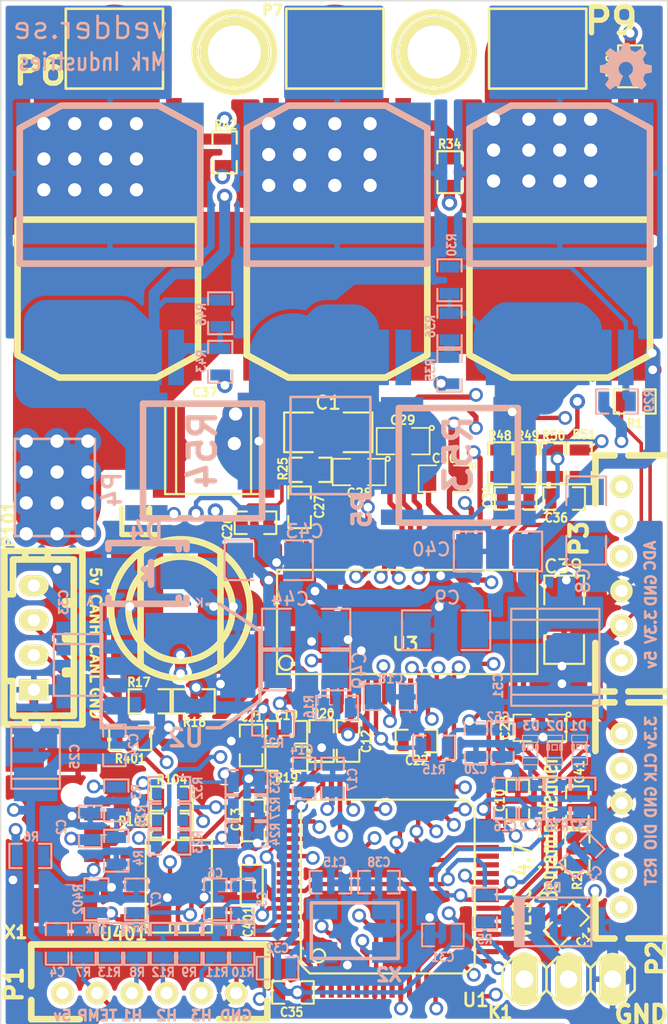
<source format=kicad_pcb>
(kicad_pcb (version 4) (host pcbnew "(2015-02-11 BZR 5414)-product")
  (title_block (title "BLDC Driver 4.6") (date "30 Aug 2014") (rev A) (company "Benjamin Vedder"))
  (layers (0 F.Cu signal hide) (1 GND signal hide) (2 Power signal hide) (31 B.Cu signal) (34 B.Paste user hide) (35 F.Paste user hide) (36 B.SilkS user hide) (37 F.SilkS user hide) (38 B.Mask user hide) (39 F.Mask user hide) (44 Edge.Cuts user hide))
  (net 0 "")
  (net 1 +5V)
  (net 2 GND)
  (net 3 NRST)
  (net 4 "Net-(C15-Pad1)")
  (net 5 "Net-(C16-Pad1)")
  (net 6 "Net-(C17-Pad1)")
  (net 7 "Net-(C18-Pad1)")
  (net 8 "Net-(C19-Pad2)")
  (net 9 "Net-(C20-Pad2)")
  (net 10 "Net-(C21-Pad2)")
  (net 11 "Net-(C22-Pad1)")
  (net 12 "Net-(C22-Pad2)")
  (net 13 "Net-(C23-Pad2)")
  (net 14 "Net-(C26-Pad2)")
  (net 15 "Net-(C27-Pad1)")
  (net 16 "Net-(C27-Pad2)")
  (net 17 "Net-(C28-Pad2)")
  (net 18 "Net-(C29-Pad2)")
  (net 19 "Net-(C30-Pad2)")
  (net 20 "Net-(C34-Pad1)")
  (net 21 "Net-(C34-Pad2)")
  (net 22 "Net-(C36-Pad1)")
  (net 23 "Net-(C36-Pad2)")
  (net 24 "Net-(C38-Pad1)")
  (net 25 "Net-(D1-Pad1)")
  (net 26 "Net-(D2-Pad1)")
  (net 27 "Net-(K1-Pad1)")
  (net 28 "Net-(Q1-PadG)")
  (net 29 "Net-(Q2-PadG)")
  (net 30 "Net-(Q3-PadG)")
  (net 31 "Net-(Q4-PadG)")
  (net 32 "Net-(Q5-PadG)")
  (net 33 "Net-(Q6-PadG)")
  (net 34 "Net-(R15-Pad2)")
  (net 35 "Net-(R17-Pad2)")
  (net 36 "Net-(R20-Pad1)")
  (net 37 "Net-(R21-Pad2)")
  (net 38 "Net-(R25-Pad2)")
  (net 39 "Net-(R6-Pad1)")
  (net 40 SWCLK)
  (net 41 SWDIO)
  (net 42 VCC)
  (net 43 V_SUPPLY)
  (net 44 /MCU/AN_IN)
  (net 45 /MCU/SERVO)
  (net 46 "/Mosfet driver/H1_VS")
  (net 47 "/Mosfet driver/H2_VS")
  (net 48 "/Mosfet driver/H3_VS")
  (net 49 /MCU/ADC_EXT)
  (net 50 /MCU/RX_SCL)
  (net 51 "/Mosfet driver/H1_LOW")
  (net 52 "/Mosfet driver/H3_LOW")
  (net 53 /MCU/SENS1)
  (net 54 /MCU/SENS2)
  (net 55 "/Mosfet driver/M_H1")
  (net 56 "/Mosfet driver/M_L1")
  (net 57 /MCU/SENS3)
  (net 58 "/Mosfet driver/M_H2")
  (net 59 "/Mosfet driver/M_L2")
  (net 60 "/Mosfet driver/M_H3")
  (net 61 "/Mosfet driver/M_L3")
  (net 62 "/Mosfet driver/SH1_A")
  (net 63 "/Mosfet driver/SH1_B")
  (net 64 "/Mosfet driver/SH2_A")
  (net 65 "/Mosfet driver/SH2_B")
  (net 66 /MCU/BR_SO2)
  (net 67 /MCU/BR_SO1)
  (net 68 /MCU/DC_CAL)
  (net 69 /MCU/L3)
  (net 70 /MCU/L2)
  (net 71 /MCU/L1)
  (net 72 /MCU/EN_GATE)
  (net 73 /MCU/FAULT)
  (net 74 /MCU/H3)
  (net 75 /MCU/H2)
  (net 76 /MCU/H1)
  (net 77 /MCU/USB_DM)
  (net 78 /MCU/USB_DP)
  (net 79 /Filters/TEMP_IN)
  (net 80 /Filters/HALL3_OUT)
  (net 81 /Filters/HALL2_OUT)
  (net 82 /Filters/HALL1_OUT)
  (net 83 "Net-(D3-Pad1)")
  (net 84 /Filters/HALL1_IN)
  (net 85 /Filters/HALL2_IN)
  (net 86 /Filters/HALL3_IN)
  (net 87 "/CAN bus transceiver/CANL")
  (net 88 "/CAN bus transceiver/CANH")
  (net 89 /MCU/LED_GREEN)
  (net 90 /MCU/LED_RED)
  (net 91 "Net-(R103-Pad2)")
  (net 92 "Net-(R104-Pad2)")
  (net 93 "Net-(R402-Pad1)")
  (net 94 "/CAN bus transceiver/CAN_RX")
  (net 95 "/CAN bus transceiver/CAN_TX")
  (net 96 /MCU/ADC_TEMP)
  (net 97 /MCU/TX_SDA)
  (net 98 "Net-(P2-Pad6)")
  (net 99 "Net-(U1-Pad4)")
  (net 100 "Net-(U1-Pad2)")
  (net 101 "Net-(U1-Pad3)")
  (net 102 "Net-(U1-Pad17)")
  (net 103 "Net-(U1-Pad39)")
  (net 104 "Net-(U1-Pad40)")
  (net 105 "Net-(U1-Pad50)")
  (net 106 "Net-(U1-Pad54)")
  (net 107 "Net-(U1-Pad55)")
  (net 108 "Net-(U1-Pad56)")
  (net 109 "Net-(U1-Pad9)")
  (net 110 "Net-(U1-Pad11)")
  (net 111 "Net-(U1-Pad26)")
  (net 112 "Net-(U1-Pad27)")
  (net 113 "Net-(U1-Pad28)")
  (net 114 "Net-(U3-Pad4)")
  (net 115 "Net-(U3-Pad5)")
  (net 116 "Net-(U3-Pad55)")
  (net 117 "Net-(U401-Pad5)")
  (net 118 "Net-(X1-Pad4)")
  (module w_smd_diode:do214ac (layer B.Cu) (at 110.363 133.096 180)
    (fp_text reference D5 (at 0 1.9685 180) (layer B.SilkS) (effects (font (size 0.50038 0.50038) (thickness 0.11938)) (justify mirror)))
    (fp_text value "TVS 5V" hide)
    (pad 2 smd rect (at 1.72974 0 180) (size 2.54 1.69926) (layers B.Cu B.Paste B.Mask) (net 1 +5V))
    (pad 1 smd rect (at -1.72974 0 180) (size 2.54 1.69926) (layers B.Cu B.Paste B.Mask) (net 2 GND))
  )
  (module CRF1:D2PAK-7-GDS (layer F.Cu) (at 84.709 91.948 180)
    (fp_text reference Q5 hide)
    (fp_text value IRFS3006 hide)
    (pad D smd rect (at 0 -5.90042 180) (size 10.80008 8.15086) (layers F.Cu F.Paste F.Mask) (net 43 V_SUPPLY))
    (pad G smd rect (at -3.81 4.70154 180) (size 0.89916 3.2004) (layers F.Cu F.Paste F.Mask) (net 32 "Net-(Q5-PadG)"))
    (pad S smd rect (at -2.54 4.70154 180) (size 0.89916 3.2004) (layers F.Cu F.Paste F.Mask) (net 48 "/Mosfet driver/H3_VS"))
    (pad S smd rect (at -1.27 4.70154 180) (size 0.89916 3.2004) (layers F.Cu F.Paste F.Mask) (net 48 "/Mosfet driver/H3_VS"))
    (pad S smd rect (at 1.27 4.70154 180) (size 0.89916 3.2004) (layers F.Cu F.Paste F.Mask) (net 48 "/Mosfet driver/H3_VS"))
    (pad S smd rect (at 2.54 4.70154 180) (size 0.89916 3.2004) (layers F.Cu F.Paste F.Mask) (net 48 "/Mosfet driver/H3_VS"))
    (pad S smd rect (at 3.81 4.70154 180) (size 0.89916 3.2004) (layers F.Cu F.Paste F.Mask) (net 48 "/Mosfet driver/H3_VS"))
  )
  (module CRF1:Crystal_5x3mm (layer B.Cu) (at 98.933 133.604)
    (fp_text reference X2 (at 1.967 2.546) (layer B.SilkS) (effects (font (size 0.762 0.762) (thickness 0.1905)) (justify mirror)))
    (fp_text value "8MHz 10ppm" hide)
    (pad 3 smd rect (at -1.89992 1.24968) (size 1.80086 1.19888) (layers B.Cu B.Paste B.Mask) (net 2 GND))
    (pad 1 smd rect (at -1.89992 -1.24968) (size 1.80086 1.19888) (layers B.Cu B.Paste B.Mask) (net 4 "Net-(C15-Pad1)"))
    (pad 3 smd rect (at 1.89992 -1.24968) (size 1.80086 1.19888) (layers B.Cu B.Paste B.Mask) (net 2 GND))
    (pad 2 smd rect (at 1.89992 1.24968) (size 1.80086 1.19888) (layers B.Cu B.Paste B.Mask) (net 24 "Net-(C38-Pad1)"))
  )
  (module "JST conn:b4b-ph-kl" (layer F.Cu) (at 80.45 116.726 90)
    (fp_text reference P101 (at 6.526 -1.45 90) (layer F.SilkS) (effects (font (size 0.7 0.7) (thickness 0.175))))
    (fp_text value CANBUS hide)
    (pad 1 thru_hole rect (at -3.00228 0 90) (size 1.19888 1.69926) (drill 0.70104) (layers *.Cu *.Mask F.SilkS) (net 2 GND))
    (pad 3 thru_hole oval (at 1.00076 0 90) (size 1.19888 1.69926) (drill 0.70104) (layers *.Cu *.Mask F.SilkS) (net 88 "/CAN bus transceiver/CANH"))
    (pad 2 thru_hole oval (at -1.00076 0 90) (size 1.19888 1.69926) (drill 0.70104) (layers *.Cu *.Mask F.SilkS) (net 87 "/CAN bus transceiver/CANL"))
    (pad 4 thru_hole oval (at 2.99974 0 90) (size 1.19888 1.69926) (drill 0.70104) (layers *.Cu *.Mask F.SilkS) (net 1 +5V))
  )
  (module CRF1:pinhead-1X03 (layer F.Cu) (at 111.252 136.398)
    (fp_text reference K1 (at -3.937 1.905) (layer F.SilkS) (effects (font (size 0.7 0.7) (thickness 0.175))))
    (fp_text value SERVO hide)
    (pad 1 thru_hole oval (at -2.54 0) (size 1.524 3.048) (drill 1.016) (layers *.Cu *.Mask F.SilkS) (net 27 "Net-(K1-Pad1)"))
    (pad 2 thru_hole oval (at 0 0) (size 1.524 3.048) (drill 1.016) (layers *.Cu *.Mask F.SilkS) (net 1 +5V))
    (pad 3 thru_hole oval (at 2.54 0) (size 1.524 3.048) (drill 1.016) (layers *.Cu *.Mask F.SilkS) (net 2 GND))
  )
  (module SMD_Packages:SOT-223 (layer B.Cu) (at 88.9 118.364 90)
    (fp_text reference U2 (at -4.136 0.3 180) (layer B.SilkS) (effects (font (size 1.016 1.016) (thickness 0.2032)) (justify mirror)))
    (fp_text value NCP1117ST33T3G hide)
    (pad 2 smd rect (at 0 3.302 90) (size 3.6576 2.032) (layers B.Cu B.Paste B.Mask) (net 42 VCC))
    (pad 2 smd rect (at 0 -3.302 90) (size 1.016 2.032) (layers B.Cu B.Paste B.Mask) (net 42 VCC))
    (pad 3 smd rect (at 2.286 -3.302 90) (size 1.016 2.032) (layers B.Cu B.Paste B.Mask) (net 1 +5V))
    (pad 1 smd rect (at -2.286 -3.302 90) (size 1.016 2.032) (layers B.Cu B.Paste B.Mask) (net 2 GND))
  )
  (module 1pin (layer F.Cu) (at 92 83)
    (fp_text reference 1PIN hide)
    (fp_text value P*** hide)
    (pad 1 thru_hole circle (at 0 0) (size 4.064 4.064) (drill 3.048) (layers *.Cu *.Mask F.SilkS) (thermal_gap 0.762))
  )
  (module 1pin (layer F.Cu) (at 103.5 83)
    (fp_text reference 1PIN hide)
    (fp_text value P*** hide)
    (pad 1 thru_hole circle (at 0 0) (size 4.064 4.064) (drill 3.048) (layers *.Cu *.Mask F.SilkS))
  )
  (module oshw_silkscreen-back_3mm (layer B.Cu) (at 114.554 83.82)
    (fp_text reference G*** hide)
    (fp_text value oshw_silkscreen-back_3mm hide)
  )
  (module SMD_Packages:SMD-1206 (layer B.Cu) (at 107.188 111.76)
    (fp_text reference C40 (at -3.847 -0.113) (layer B.SilkS) (effects (font (size 0.762 0.762) (thickness 0.127)) (justify mirror)))
    (fp_text value 10u,50V hide)
    (pad 1 smd rect (at -1.651 0) (size 1.524 2.032) (layers B.Cu B.Paste B.Mask) (net 2 GND))
    (pad 2 smd rect (at 1.651 0) (size 1.524 2.032) (layers B.Cu B.Paste B.Mask) (net 43 V_SUPPLY))
  )
  (module SMD_Packages:SMD-1206 (layer B.Cu) (at 112.268 109.982 90)
    (fp_text reference C8 (at -3.466 -0.173 90) (layer B.SilkS) (effects (font (size 0.762 0.762) (thickness 0.127)) (justify mirror)))
    (fp_text value 10u,50V hide)
    (pad 1 smd rect (at -1.651 0 90) (size 1.524 2.032) (layers B.Cu B.Paste B.Mask) (net 2 GND))
    (pad 2 smd rect (at 1.651 0 90) (size 1.524 2.032) (layers B.Cu B.Paste B.Mask) (net 43 V_SUPPLY))
  )
  (module SMD_Packages:SMD-1206 (layer B.Cu) (at 104.2 116.3)
    (fp_text reference C9 (at 0.067 -1.873) (layer B.SilkS) (effects (font (size 0.762 0.762) (thickness 0.127)) (justify mirror)))
    (fp_text value 10u,50V hide)
    (pad 1 smd rect (at -1.651 0) (size 1.524 2.032) (layers B.Cu B.Paste B.Mask) (net 2 GND))
    (pad 2 smd rect (at 1.651 0) (size 1.524 2.032) (layers B.Cu B.Paste B.Mask) (net 43 V_SUPPLY))
  )
  (module SMD_Packages:SMD-1206 (layer F.Cu) (at 97.409 104.902)
    (fp_text reference C1 (at -0.009 -1.702) (layer F.SilkS) (effects (font (size 0.762 0.762) (thickness 0.127))))
    (fp_text value 10u,50V hide)
    (pad 1 smd rect (at -1.651 0) (size 1.524 2.032) (layers F.Cu F.Paste F.Mask) (net 2 GND))
    (pad 2 smd rect (at 1.651 0) (size 1.524 2.032) (layers F.Cu F.Paste F.Mask) (net 43 V_SUPPLY))
  )
  (module SMD_Packages:SMD-0603_c (layer B.Cu) (at 83.7 127.6 270)
    (fp_text reference C2 (at 0.035 1.658 270) (layer B.SilkS) (effects (font (size 0.508 0.4572) (thickness 0.1143)) (justify mirror)))
    (fp_text value 100n hide)
    (pad 1 smd rect (at -0.762 0 270) (size 0.635 1.143) (layers B.Cu B.Paste B.Mask) (net 2 GND))
    (pad 2 smd rect (at 0.762 0 270) (size 0.635 1.143) (layers B.Cu B.Paste B.Mask) (net 44 /MCU/AN_IN))
  )
  (module SMD_Packages:SMD-0603_c (layer B.Cu) (at 112.014 129.286 225)
    (fp_text reference C3 (at 0.179605 -1.257236 225) (layer B.SilkS) (effects (font (size 0.508 0.4572) (thickness 0.1143)) (justify mirror)))
    (fp_text value 100n hide)
    (pad 1 smd rect (at -0.762 0 225) (size 0.635 1.143) (layers B.Cu B.Paste B.Mask) (net 2 GND))
    (pad 2 smd rect (at 0.762 0 225) (size 0.635 1.143) (layers B.Cu B.Paste B.Mask) (net 45 /MCU/SERVO))
  )
  (module SMD_Packages:SMD-0603_c (layer B.Cu) (at 81.788 134.366 270)
    (fp_text reference C4 (at 1.634 -0.012 540) (layer B.SilkS) (effects (font (size 0.508 0.4572) (thickness 0.1143)) (justify mirror)))
    (fp_text value 4n7 hide)
    (pad 1 smd rect (at -0.762 0 270) (size 0.635 1.143) (layers B.Cu B.Paste B.Mask) (net 2 GND))
    (pad 2 smd rect (at 0.762 0 270) (size 0.635 1.143) (layers B.Cu B.Paste B.Mask) (net 79 /Filters/TEMP_IN))
  )
  (module SMD_Packages:SMD-0603_c (layer B.Cu) (at 92.456 131.826 90)
    (fp_text reference C5 (at 0.026 1.144 90) (layer B.SilkS) (effects (font (size 0.508 0.4572) (thickness 0.1143)) (justify mirror)))
    (fp_text value 4n7 hide)
    (pad 1 smd rect (at -0.762 0 90) (size 0.635 1.143) (layers B.Cu B.Paste B.Mask) (net 80 /Filters/HALL3_OUT))
    (pad 2 smd rect (at 0.762 0 90) (size 0.635 1.143) (layers B.Cu B.Paste B.Mask) (net 2 GND))
  )
  (module SMD_Packages:SMD-0603_c (layer B.Cu) (at 90.9 131.8 90)
    (fp_text reference C6 (at 1.5 0 360) (layer B.SilkS) (effects (font (size 0.508 0.4572) (thickness 0.1143)) (justify mirror)))
    (fp_text value 4n7 hide)
    (pad 1 smd rect (at -0.762 0 90) (size 0.635 1.143) (layers B.Cu B.Paste B.Mask) (net 81 /Filters/HALL2_OUT))
    (pad 2 smd rect (at 0.762 0 90) (size 0.635 1.143) (layers B.Cu B.Paste B.Mask) (net 2 GND))
  )
  (module SMD_Packages:SMD-0603_c (layer B.Cu) (at 86.35 131.8 90)
    (fp_text reference C7 (at 0 1.15 90) (layer B.SilkS) (effects (font (size 0.508 0.4572) (thickness 0.1143)) (justify mirror)))
    (fp_text value 4n7 (at -1.651 0 360) (layer B.SilkS) (effects (font (size 0.508 0.4572) (thickness 0.1143)) (justify mirror)))
    (pad 1 smd rect (at -0.762 0 90) (size 0.635 1.143) (layers B.Cu B.Paste B.Mask) (net 82 /Filters/HALL1_OUT))
    (pad 2 smd rect (at 0.762 0 90) (size 0.635 1.143) (layers B.Cu B.Paste B.Mask) (net 2 GND))
  )
  (module SMD_Packages:SMD-0603_c (layer F.Cu) (at 108.331 126.111 270)
    (fp_text reference C10 (at -0.011 1.031 450) (layer F.SilkS) (effects (font (size 0.508 0.4572) (thickness 0.1143))))
    (fp_text value 2.2u hide)
    (pad 1 smd rect (at -0.762 0 270) (size 0.635 1.143) (layers F.Cu F.Paste F.Mask) (net 2 GND))
    (pad 2 smd rect (at 0.762 0 270) (size 0.635 1.143) (layers F.Cu F.Paste F.Mask) (net 42 VCC))
  )
  (module SMD_Packages:SMD-0603_c (layer F.Cu) (at 111.125 133.223 45)
    (fp_text reference C11 (at 0.269408 1.347038 225) (layer F.SilkS) (effects (font (size 0.508 0.4572) (thickness 0.1143))))
    (fp_text value 2.2u hide)
    (pad 1 smd rect (at -0.762 0 45) (size 0.635 1.143) (layers F.Cu F.Paste F.Mask) (net 2 GND))
    (pad 2 smd rect (at 0.762 0 45) (size 0.635 1.143) (layers F.Cu F.Paste F.Mask) (net 42 VCC))
  )
  (module SMD_Packages:SMD-0603_c (layer F.Cu) (at 98.552 122.682 90)
    (fp_text reference C12 (at -0.018 1.048 270) (layer F.SilkS) (effects (font (size 0.508 0.4572) (thickness 0.1143))))
    (fp_text value 2.2u hide)
    (pad 1 smd rect (at -0.762 0 90) (size 0.635 1.143) (layers F.Cu F.Paste F.Mask) (net 2 GND))
    (pad 2 smd rect (at 0.762 0 90) (size 0.635 1.143) (layers F.Cu F.Paste F.Mask) (net 42 VCC))
  )
  (module SMD_Packages:SMD-0603_c (layer F.Cu) (at 93.091 127.254 90)
    (fp_text reference C13 (at 0.054 -0.991 270) (layer F.SilkS) (effects (font (size 0.508 0.4572) (thickness 0.1143))))
    (fp_text value 2.2u hide)
    (pad 1 smd rect (at -0.762 0 90) (size 0.635 1.143) (layers F.Cu F.Paste F.Mask) (net 2 GND))
    (pad 2 smd rect (at 0.762 0 90) (size 0.635 1.143) (layers F.Cu F.Paste F.Mask) (net 42 VCC))
  )
  (module SMD_Packages:SMD-0603_c (layer B.Cu) (at 96.012 124.841 270)
    (fp_text reference C14 (at -1.651 0.127 540) (layer B.SilkS) (effects (font (size 0.508 0.4572) (thickness 0.1143)) (justify mirror)))
    (fp_text value 2.2u hide)
    (pad 1 smd rect (at -0.762 0 270) (size 0.635 1.143) (layers B.Cu B.Paste B.Mask) (net 2 GND))
    (pad 2 smd rect (at 0.762 0 270) (size 0.635 1.143) (layers B.Cu B.Paste B.Mask) (net 42 VCC))
  )
  (module SMD_Packages:SMD-0603_c (layer B.Cu) (at 97.536 130.81)
    (fp_text reference C15 (at 0.254 -1.143) (layer B.SilkS) (effects (font (size 0.508 0.4572) (thickness 0.1143)) (justify mirror)))
    (fp_text value 15p hide)
    (pad 1 smd rect (at -0.762 0) (size 0.635 1.143) (layers B.Cu B.Paste B.Mask) (net 4 "Net-(C15-Pad1)"))
    (pad 2 smd rect (at 0.762 0) (size 0.635 1.143) (layers B.Cu B.Paste B.Mask) (net 2 GND))
  )
  (module SMD_Packages:SMD-0603_c (layer B.Cu) (at 107.6 126 90)
    (fp_text reference C16 (at -1.6 0 360) (layer B.SilkS) (effects (font (size 0.508 0.4572) (thickness 0.1143)) (justify mirror)))
    (fp_text value 2.2u hide)
    (pad 1 smd rect (at -0.762 0 90) (size 0.635 1.143) (layers B.Cu B.Paste B.Mask) (net 5 "Net-(C16-Pad1)"))
    (pad 2 smd rect (at 0.762 0 90) (size 0.635 1.143) (layers B.Cu B.Paste B.Mask) (net 2 GND))
  )
  (module SMD_Packages:SMD-0603_c (layer B.Cu) (at 97.663 124.841 90)
    (fp_text reference C17 (at -0.059 1.137 90) (layer B.SilkS) (effects (font (size 0.508 0.4572) (thickness 0.1143)) (justify mirror)))
    (fp_text value 2.2u hide)
    (pad 1 smd rect (at -0.762 0 90) (size 0.635 1.143) (layers B.Cu B.Paste B.Mask) (net 6 "Net-(C17-Pad1)"))
    (pad 2 smd rect (at 0.762 0 90) (size 0.635 1.143) (layers B.Cu B.Paste B.Mask) (net 2 GND))
  )
  (module SMD_Packages:SMD-0805 (layer B.Cu) (at 100.965 120.142)
    (fp_text reference C18 (at 0.035 -1.042) (layer B.SilkS) (effects (font (size 0.50038 0.50038) (thickness 0.10922)) (justify mirror)))
    (fp_text value 2.2u hide)
    (pad 1 smd rect (at -0.9525 0) (size 0.889 1.397) (layers B.Cu B.Paste B.Mask) (net 7 "Net-(C18-Pad1)"))
    (pad 2 smd rect (at 0.9525 0) (size 0.889 1.397) (layers B.Cu B.Paste B.Mask) (net 2 GND))
  )
  (module SMD_Packages:SMD-0603_c (layer F.Cu) (at 94.996 122.174)
    (fp_text reference C19 (at 0.004 -0.974 180) (layer F.SilkS) (effects (font (size 0.508 0.4572) (thickness 0.1143))))
    (fp_text value 120p hide)
    (pad 1 smd rect (at -0.762 0) (size 0.635 1.143) (layers F.Cu F.Paste F.Mask) (net 2 GND))
    (pad 2 smd rect (at 0.762 0) (size 0.635 1.143) (layers F.Cu F.Paste F.Mask) (net 8 "Net-(C19-Pad2)"))
  )
  (module SMD_Packages:SMD-0603_c (layer B.Cu) (at 105.918 122.809 90)
    (fp_text reference C20 (at -1.491 -0.018 360) (layer B.SilkS) (effects (font (size 0.508 0.4572) (thickness 0.1143)) (justify mirror)))
    (fp_text value 2.2u hide)
    (pad 1 smd rect (at -0.762 0 90) (size 0.635 1.143) (layers B.Cu B.Paste B.Mask) (net 2 GND))
    (pad 2 smd rect (at 0.762 0 90) (size 0.635 1.143) (layers B.Cu B.Paste B.Mask) (net 9 "Net-(C20-Pad2)"))
  )
  (module SMD_Packages:SMD-0603_c (layer F.Cu) (at 92.964 122.936 270)
    (fp_text reference C21 (at -1.636 -0.036 540) (layer F.SilkS) (effects (font (size 0.508 0.4572) (thickness 0.1143))))
    (fp_text value 6.8n hide)
    (pad 1 smd rect (at -0.762 0 270) (size 0.635 1.143) (layers F.Cu F.Paste F.Mask) (net 2 GND))
    (pad 2 smd rect (at 0.762 0 270) (size 0.635 1.143) (layers F.Cu F.Paste F.Mask) (net 10 "Net-(C21-Pad2)"))
  )
  (module SMD_Packages:SMD-0603_c (layer F.Cu) (at 102.489 122.682)
    (fp_text reference C22 (at 0.011 1.118 180) (layer F.SilkS) (effects (font (size 0.508 0.4572) (thickness 0.1143))))
    (fp_text value 22n hide)
    (pad 1 smd rect (at -0.762 0) (size 0.635 1.143) (layers F.Cu F.Paste F.Mask) (net 11 "Net-(C22-Pad1)"))
    (pad 2 smd rect (at 0.762 0) (size 0.635 1.143) (layers F.Cu F.Paste F.Mask) (net 12 "Net-(C22-Pad2)"))
  )
  (module SMD_Packages:SMD-0805 (layer F.Cu) (at 109.601 121.92 180)
    (fp_text reference C23 (at 2.001 0.02 270) (layer F.SilkS) (effects (font (size 0.50038 0.50038) (thickness 0.10922))))
    (fp_text value 2.2u hide)
    (pad 1 smd rect (at -0.9525 0 180) (size 0.889 1.397) (layers F.Cu F.Paste F.Mask) (net 2 GND))
    (pad 2 smd rect (at 0.9525 0 180) (size 0.889 1.397) (layers F.Cu F.Paste F.Mask) (net 13 "Net-(C23-Pad2)"))
  )
  (module SMD_Packages:SMD-0603_c (layer B.Cu) (at 85.09 122.936 90)
    (fp_text reference C24 (at 0.036 1.11 90) (layer B.SilkS) (effects (font (size 0.508 0.4572) (thickness 0.1143)) (justify mirror)))
    (fp_text value 2.2u hide)
    (pad 1 smd rect (at -0.762 0 90) (size 0.635 1.143) (layers B.Cu B.Paste B.Mask) (net 42 VCC))
    (pad 2 smd rect (at 0.762 0 90) (size 0.635 1.143) (layers B.Cu B.Paste B.Mask) (net 2 GND))
  )
  (module w_smd_cap:c_tant_B (layer B.Cu) (at 80.55 123.65 270)
    (fp_text reference C25 (at -0.079 -2.254 270) (layer B.SilkS) (effects (font (size 0.50038 0.50038) (thickness 0.11938)) (justify mirror)))
    (fp_text value 100u hide)
    (pad 1 smd rect (at 1.524 0 270) (size 1.95072 2.49936) (layers B.Cu B.Paste B.Mask) (net 42 VCC))
    (pad 2 smd rect (at -1.524 0 270) (size 1.95072 2.49936) (layers B.Cu B.Paste B.Mask) (net 2 GND))
  )
  (module SMD_Packages:SMD-0603_c (layer F.Cu) (at 93.218 110.109)
    (fp_text reference C26 (at -1.618 0.291 90) (layer F.SilkS) (effects (font (size 0.508 0.4572) (thickness 0.1143))))
    (fp_text value 15n hide)
    (pad 1 smd rect (at -0.762 0) (size 0.635 1.143) (layers F.Cu F.Paste F.Mask) (net 2 GND))
    (pad 2 smd rect (at 0.762 0) (size 0.635 1.143) (layers F.Cu F.Paste F.Mask) (net 14 "Net-(C26-Pad2)"))
  )
  (module SMD_Packages:SMD-0603_c (layer F.Cu) (at 95.758 109.22 270)
    (fp_text reference C27 (at -0.02 -1.142 450) (layer F.SilkS) (effects (font (size 0.508 0.4572) (thickness 0.1143))))
    (fp_text value 100n hide)
    (pad 1 smd rect (at -0.762 0 270) (size 0.635 1.143) (layers F.Cu F.Paste F.Mask) (net 15 "Net-(C27-Pad1)"))
    (pad 2 smd rect (at 0.762 0 270) (size 0.635 1.143) (layers F.Cu F.Paste F.Mask) (net 16 "Net-(C27-Pad2)"))
  )
  (module SMD_Packages:SMD-0805 (layer F.Cu) (at 99.187 107.188 180)
    (fp_text reference C28 (at -0.013 -1.212 180) (layer F.SilkS) (effects (font (size 0.50038 0.50038) (thickness 0.10922))))
    (fp_text value 220n hide)
    (pad 1 smd rect (at -0.9525 0 180) (size 0.889 1.397) (layers F.Cu F.Paste F.Mask) (net 46 "/Mosfet driver/H1_VS"))
    (pad 2 smd rect (at 0.9525 0 180) (size 0.889 1.397) (layers F.Cu F.Paste F.Mask) (net 17 "Net-(C28-Pad2)"))
  )
  (module SMD_Packages:SMD-0805 (layer F.Cu) (at 101.727 105.41 180)
    (fp_text reference C29 (at 0.027 1.21 180) (layer F.SilkS) (effects (font (size 0.50038 0.50038) (thickness 0.10922))))
    (fp_text value 220n hide)
    (pad 1 smd rect (at -0.9525 0 180) (size 0.889 1.397) (layers F.Cu F.Paste F.Mask) (net 47 "/Mosfet driver/H2_VS"))
    (pad 2 smd rect (at 0.9525 0 180) (size 0.889 1.397) (layers F.Cu F.Paste F.Mask) (net 18 "Net-(C29-Pad2)"))
  )
  (module SMD_Packages:SMD-0805 (layer F.Cu) (at 104.14 107.569 180)
    (fp_text reference C30 (at 0.04 1.169 180) (layer F.SilkS) (effects (font (size 0.50038 0.50038) (thickness 0.10922))))
    (fp_text value 220n hide)
    (pad 1 smd rect (at -0.9525 0 180) (size 0.889 1.397) (layers F.Cu F.Paste F.Mask) (net 48 "/Mosfet driver/H3_VS"))
    (pad 2 smd rect (at 0.9525 0 180) (size 0.889 1.397) (layers F.Cu F.Paste F.Mask) (net 19 "Net-(C30-Pad2)"))
  )
  (module SMD_Packages:SMD-0603_c (layer B.Cu) (at 104.013 133.858)
    (fp_text reference C31 (at 0 1.27) (layer B.SilkS) (effects (font (size 0.508 0.4572) (thickness 0.1143)) (justify mirror)))
    (fp_text value 2.2u hide)
    (pad 1 smd rect (at -0.762 0) (size 0.635 1.143) (layers B.Cu B.Paste B.Mask) (net 2 GND))
    (pad 2 smd rect (at 0.762 0) (size 0.635 1.143) (layers B.Cu B.Paste B.Mask) (net 42 VCC))
  )
  (module SMD_Packages:SMD-0603_c (layer B.Cu) (at 94.488 135.763 180)
    (fp_text reference C32 (at -0.002 1.149 180) (layer B.SilkS) (effects (font (size 0.508 0.4572) (thickness 0.1143)) (justify mirror)))
    (fp_text value 100n hide)
    (pad 1 smd rect (at -0.762 0 180) (size 0.635 1.143) (layers B.Cu B.Paste B.Mask) (net 2 GND))
    (pad 2 smd rect (at 0.762 0 180) (size 0.635 1.143) (layers B.Cu B.Paste B.Mask) (net 3 NRST))
  )
  (module w_smd_cap:c_tant_B (layer B.Cu) (at 83 118.3 90)
    (fp_text reference C33 (at 3.619 -0.831 90) (layer B.SilkS) (effects (font (size 0.50038 0.50038) (thickness 0.11938)) (justify mirror)))
    (fp_text value 100u hide)
    (pad 1 smd rect (at 1.524 0 90) (size 1.95072 2.49936) (layers B.Cu B.Paste B.Mask) (net 1 +5V))
    (pad 2 smd rect (at -1.524 0 90) (size 1.95072 2.49936) (layers B.Cu B.Paste B.Mask) (net 2 GND))
  )
  (module SMD_Packages:SMD-0603_c (layer F.Cu) (at 108.204 108.712)
    (fp_text reference C34 (at -1.604 -0.112 90) (layer F.SilkS) (effects (font (size 0.508 0.4572) (thickness 0.1143))))
    (fp_text value 2.2n hide)
    (pad 1 smd rect (at -0.762 0) (size 0.635 1.143) (layers F.Cu F.Paste F.Mask) (net 20 "Net-(C34-Pad1)"))
    (pad 2 smd rect (at 0.762 0) (size 0.635 1.143) (layers F.Cu F.Paste F.Mask) (net 21 "Net-(C34-Pad2)"))
  )
  (module SMD_Packages:SMD-0603_c (layer F.Cu) (at 95.377 137.16)
    (fp_text reference C35 (at -0.077 1.14 180) (layer F.SilkS) (effects (font (size 0.508 0.4572) (thickness 0.1143))))
    (fp_text value 2.2u hide)
    (pad 1 smd rect (at -0.762 0) (size 0.635 1.143) (layers F.Cu F.Paste F.Mask) (net 2 GND))
    (pad 2 smd rect (at 0.762 0) (size 0.635 1.143) (layers F.Cu F.Paste F.Mask) (net 42 VCC))
  )
  (module SMD_Packages:SMD-0603_c (layer F.Cu) (at 110.998 108.712)
    (fp_text reference C36 (at -0.448 1.114 180) (layer F.SilkS) (effects (font (size 0.508 0.4572) (thickness 0.1143))))
    (fp_text value 2.2n hide)
    (pad 1 smd rect (at -0.762 0) (size 0.635 1.143) (layers F.Cu F.Paste F.Mask) (net 22 "Net-(C36-Pad1)"))
    (pad 2 smd rect (at 0.762 0) (size 0.635 1.143) (layers F.Cu F.Paste F.Mask) (net 23 "Net-(C36-Pad2)"))
  )
  (module w_smd_cap:c_2220 (layer F.Cu) (at 90.805 105.918)
    (fp_text reference C37 (at -0.505 -3.318) (layer F.SilkS) (effects (font (size 0.50038 0.50038) (thickness 0.11938))))
    (fp_text value 15u,100V hide)
    (pad 1 smd rect (at 2.57556 0) (size 1.84912 5.4991) (layers F.Cu F.Paste F.Mask) (net 2 GND))
    (pad 2 smd rect (at -2.57556 0) (size 1.84912 5.4991) (layers F.Cu F.Paste F.Mask) (net 43 V_SUPPLY))
  )
  (module SMD_Packages:SMD-0603_c (layer B.Cu) (at 100.33 130.81 180)
    (fp_text reference C38 (at 0 1.143 180) (layer B.SilkS) (effects (font (size 0.508 0.4572) (thickness 0.1143)) (justify mirror)))
    (fp_text value 15p hide)
    (pad 1 smd rect (at -0.762 0 180) (size 0.635 1.143) (layers B.Cu B.Paste B.Mask) (net 24 "Net-(C38-Pad1)"))
    (pad 2 smd rect (at 0.762 0 180) (size 0.635 1.143) (layers B.Cu B.Paste B.Mask) (net 2 GND))
  )
  (module SMD_Packages:SMD-1206 (layer F.Cu) (at 110.998 115.697 90)
    (fp_text reference C39 (at 3.071 -0.048 360) (layer F.SilkS) (effects (font (size 0.762 0.762) (thickness 0.127))))
    (fp_text value 10u,50V hide)
    (pad 1 smd rect (at -1.651 0 90) (size 1.524 2.032) (layers F.Cu F.Paste F.Mask) (net 2 GND))
    (pad 2 smd rect (at 1.651 0 90) (size 1.524 2.032) (layers F.Cu F.Paste F.Mask) (net 43 V_SUPPLY))
  )
  (module SMD_Packages:SMD-1206 (layer B.Cu) (at 93.98 112.268)
    (fp_text reference C43 (at 2.07 -1.668) (layer B.SilkS) (effects (font (size 0.762 0.762) (thickness 0.127)) (justify mirror)))
    (fp_text value 10u,50V hide)
    (pad 1 smd rect (at -1.651 0) (size 1.524 2.032) (layers B.Cu B.Paste B.Mask) (net 43 V_SUPPLY))
    (pad 2 smd rect (at 1.651 0) (size 1.524 2.032) (layers B.Cu B.Paste B.Mask) (net 2 GND))
  )
  (module SMD_Packages:SMD-1206 (layer B.Cu) (at 96.139 116.205)
    (fp_text reference C44 (at -0.939 -1.705) (layer B.SilkS) (effects (font (size 0.762 0.762) (thickness 0.127)) (justify mirror)))
    (fp_text value 10u,50V hide)
    (pad 1 smd rect (at -1.651 0) (size 1.524 2.032) (layers B.Cu B.Paste B.Mask) (net 43 V_SUPPLY))
    (pad 2 smd rect (at 1.651 0) (size 1.524 2.032) (layers B.Cu B.Paste B.Mask) (net 2 GND))
  )
  (module SMD_Packages:SMD-1206 (layer B.Cu) (at 96.139 118.618)
    (fp_text reference C49 (at 3.061 -0.018 90) (layer B.SilkS) (effects (font (size 0.762 0.762) (thickness 0.127)) (justify mirror)))
    (fp_text value 10u,50V hide)
    (pad 1 smd rect (at -1.651 0) (size 1.524 2.032) (layers B.Cu B.Paste B.Mask) (net 43 V_SUPPLY))
    (pad 2 smd rect (at 1.651 0) (size 1.524 2.032) (layers B.Cu B.Paste B.Mask) (net 2 GND))
  )
  (module w_smd_cap:c_2220 (layer B.Cu) (at 110.49 117.856 270)
    (fp_text reference C51 (at 1.644 3.29 270) (layer B.SilkS) (effects (font (size 0.50038 0.50038) (thickness 0.11938)) (justify mirror)))
    (fp_text value "15u, 100v" hide)
    (pad 1 smd rect (at 2.57556 0 270) (size 1.84912 5.4991) (layers B.Cu B.Paste B.Mask) (net 2 GND))
    (pad 2 smd rect (at -2.57556 0 270) (size 1.84912 5.4991) (layers B.Cu B.Paste B.Mask) (net 43 V_SUPPLY))
  )
  (module SMD_Packages:SMD-0603_c (layer B.Cu) (at 107.442 122.809 90)
    (fp_text reference C52 (at 1.509 -0.242 360) (layer B.SilkS) (effects (font (size 0.508 0.4572) (thickness 0.1143)) (justify mirror)))
    (fp_text value 2.2u hide)
    (pad 1 smd rect (at -0.762 0 90) (size 0.635 1.143) (layers B.Cu B.Paste B.Mask) (net 2 GND))
    (pad 2 smd rect (at 0.762 0 90) (size 0.635 1.143) (layers B.Cu B.Paste B.Mask) (net 9 "Net-(C20-Pad2)"))
  )
  (module LEDs:LED-0603 (layer B.Cu) (at 111.887 123.19 90)
    (fp_text reference D1 (at 1.39 -0.087 180) (layer B.SilkS) (effects (font (size 0.508 0.508) (thickness 0.127)) (justify mirror)))
    (fp_text value GREEN hide)
    (pad 1 smd rect (at -0.7493 0 90) (size 0.79756 0.79756) (layers B.Cu B.Paste B.Mask) (net 25 "Net-(D1-Pad1)"))
    (pad 2 smd rect (at 0.7493 0 90) (size 0.79756 0.79756) (layers B.Cu B.Paste B.Mask) (net 2 GND))
  )
  (module LEDs:LED-0603 (layer B.Cu) (at 110.45 123.2 90)
    (fp_text reference D2 (at 1.39 0.037 180) (layer B.SilkS) (effects (font (size 0.508 0.508) (thickness 0.127)) (justify mirror)))
    (fp_text value RED hide)
    (pad 1 smd rect (at -0.7493 0 90) (size 0.79756 0.79756) (layers B.Cu B.Paste B.Mask) (net 26 "Net-(D2-Pad1)"))
    (pad 2 smd rect (at 0.7493 0 90) (size 0.79756 0.79756) (layers B.Cu B.Paste B.Mask) (net 2 GND))
  )
  (module LEDs:LED-0603 (layer B.Cu) (at 109.05 123.2 90)
    (fp_text reference D3 (at 1.4 0.05 180) (layer B.SilkS) (effects (font (size 0.508 0.508) (thickness 0.127)) (justify mirror)))
    (fp_text value LED hide)
    (pad 1 smd rect (at -0.7493 0 90) (size 0.79756 0.79756) (layers B.Cu B.Paste B.Mask) (net 83 "Net-(D3-Pad1)"))
    (pad 2 smd rect (at 0.7493 0 90) (size 0.79756 0.79756) (layers B.Cu B.Paste B.Mask) (net 2 GND))
  )
  (module Diodes_SMD:Diode-SMA_Handsoldering (layer B.Cu) (at 86.995 113.03)
    (fp_text reference D4 (at -0.095 -2.43) (layer B.SilkS) (effects (font (size 1.016 1.016) (thickness 0.2032)) (justify mirror)))
    (fp_text value DIODESCH hide)
    (fp_text user A (at -3.29946 1.6002) (layer B.SilkS) (effects (font (size 0.50038 0.50038) (thickness 0.09906)) (justify mirror)))
    (fp_text user K (at 2.99974 1.69926) (layer B.SilkS) (effects (font (size 0.50038 0.50038) (thickness 0.09906)) (justify mirror)))
    (pad 1 smd rect (at -2.49936 0) (size 3.50012 1.80086) (layers B.Cu B.Paste B.Mask) (net 2 GND))
    (pad 2 smd rect (at 2.49936 0) (size 3.50012 1.80086) (layers B.Cu B.Paste B.Mask) (net 15 "Net-(C27-Pad1)"))
  )
  (module w_smd_inductors:inductor_smd_8x5mm (layer F.Cu) (at 88.9 115.062 180)
    (fp_text reference L1 (at 2.4 4.962 180) (layer F.SilkS) (effects (font (thickness 0.3048))))
    (fp_text value 22u hide)
    (pad 1 smd rect (at -2.49936 0 180) (size 2.9972 7.49808) (layers F.Cu F.Paste F.Mask) (net 15 "Net-(C27-Pad1)"))
    (pad 2 smd rect (at 2.49936 0 180) (size 2.9972 7.49808) (layers F.Cu F.Paste F.Mask) (net 1 +5V))
  )
  (module CRF1:MICRO_JST_6 (layer F.Cu) (at 87.1 137.2)
    (fp_text reference P1 (at -7.8 -0.5 90) (layer F.SilkS) (effects (font (thickness 0.25))))
    (fp_text value HALL/Encoder hide)
    (pad 3 thru_hole circle (at -1.00076 0) (size 1.30048 1.30048) (drill 0.70104) (layers *.Cu *.Mask F.SilkS) (net 84 /Filters/HALL1_IN))
    (pad 4 thru_hole circle (at 1.00076 0) (size 1.30048 1.30048) (drill 0.70104) (layers *.Cu *.Mask F.SilkS) (net 85 /Filters/HALL2_IN))
    (pad 5 thru_hole circle (at 2.99974 0) (size 1.30048 1.30048) (drill 0.70104) (layers *.Cu *.Mask F.SilkS) (net 86 /Filters/HALL3_IN))
    (pad 6 thru_hole circle (at 5.00126 0) (size 1.30048 1.30048) (drill 0.70104) (layers *.Cu *.Mask F.SilkS) (net 2 GND))
    (pad 2 thru_hole circle (at -2.99974 0) (size 1.30048 1.30048) (drill 0.70104) (layers *.Cu *.Mask F.SilkS) (net 79 /Filters/TEMP_IN))
    (pad 1 thru_hole circle (at -5.00126 0) (size 1.30048 1.30048) (drill 0.70104) (layers *.Cu *.Mask F.SilkS) (net 1 +5V))
  )
  (module CRF1:MICRO_JST_6 (layer F.Cu) (at 114.3 127.254 270)
    (fp_text reference P2 (at 7.946 -2 450) (layer F.SilkS) (effects (font (thickness 0.25))))
    (fp_text value SWD hide)
    (pad 3 thru_hole circle (at -1.00076 0 270) (size 1.30048 1.30048) (drill 0.70104) (layers *.Cu *.Mask F.SilkS) (net 2 GND))
    (pad 4 thru_hole circle (at 1.00076 0 270) (size 1.30048 1.30048) (drill 0.70104) (layers *.Cu *.Mask F.SilkS) (net 41 SWDIO))
    (pad 5 thru_hole circle (at 2.99974 0 270) (size 1.30048 1.30048) (drill 0.70104) (layers *.Cu *.Mask F.SilkS) (net 3 NRST))
    (pad 6 thru_hole circle (at 5.00126 0 270) (size 1.30048 1.30048) (drill 0.70104) (layers *.Cu *.Mask F.SilkS) (net 98 "Net-(P2-Pad6)"))
    (pad 2 thru_hole circle (at -2.99974 0 270) (size 1.30048 1.30048) (drill 0.70104) (layers *.Cu *.Mask F.SilkS) (net 40 SWCLK))
    (pad 1 thru_hole circle (at -5.00126 0 270) (size 1.30048 1.30048) (drill 0.70104) (layers *.Cu *.Mask F.SilkS) (net 42 VCC))
  )
  (module CRF1:MICRO_JST_6 (layer F.Cu) (at 114.3 113.03 270)
    (fp_text reference P3 (at -2.004 2.45 270) (layer F.SilkS) (effects (font (thickness 0.25))))
    (fp_text value PWR_COMM hide)
    (pad 3 thru_hole circle (at -1.00076 0 270) (size 1.30048 1.30048) (drill 0.70104) (layers *.Cu *.Mask F.SilkS) (net 49 /MCU/ADC_EXT))
    (pad 4 thru_hole circle (at 1.00076 0 270) (size 1.30048 1.30048) (drill 0.70104) (layers *.Cu *.Mask F.SilkS) (net 2 GND))
    (pad 5 thru_hole circle (at 2.99974 0 270) (size 1.30048 1.30048) (drill 0.70104) (layers *.Cu *.Mask F.SilkS) (net 42 VCC))
    (pad 6 thru_hole circle (at 5.00126 0 270) (size 1.30048 1.30048) (drill 0.70104) (layers *.Cu *.Mask F.SilkS) (net 1 +5V))
    (pad 2 thru_hole circle (at -2.99974 0 270) (size 1.30048 1.30048) (drill 0.70104) (layers *.Cu *.Mask F.SilkS) (net 97 /MCU/TX_SDA))
    (pad 1 thru_hole circle (at -5.00126 0 270) (size 1.30048 1.30048) (drill 0.70104) (layers *.Cu *.Mask F.SilkS) (net 50 /MCU/RX_SCL))
  )
  (module CRF1:1PAD_4x5mm (layer B.Cu) (at 81.661 108.077)
    (fp_text reference P4 (at 3.302 0.127 90) (layer B.SilkS) (effects (font (size 1.016 1.016) (thickness 0.2032)) (justify mirror)))
    (fp_text value IN+ hide)
    (pad 1 smd rect (at 0 0) (size 4 5) (layers B.Cu B.Paste B.Mask) (net 43 V_SUPPLY))
  )
  (module CRF1:1PAD_4x5mm (layer B.Cu) (at 97.536 105.664)
    (fp_text reference P5 (at 1.814 3.736 90) (layer B.SilkS) (effects (font (thickness 0.25)) (justify mirror)))
    (fp_text value IN- hide)
    (pad 1 smd rect (at 0 0) (size 4 5) (layers B.Cu B.Paste B.Mask) (net 2 GND))
  )
  (module CRF1:1PAD_4x5mm (layer F.Cu) (at 85.09 82.804 90)
    (fp_text reference P6 (at -1.296 -4.29 360) (layer F.SilkS) (effects (font (thickness 0.3048))))
    (fp_text value MOTOR1 hide)
    (pad 1 smd rect (at 0 0 90) (size 4 5) (layers F.Cu F.Paste F.Mask) (net 48 "/Mosfet driver/H3_VS"))
  )
  (module CRF1:1PAD_4x5mm (layer F.Cu) (at 97.79 82.804 90)
    (fp_text reference P7 (at 2.204 -3.59 180) (layer F.SilkS) (effects (font (size 0.6 0.6))))
    (fp_text value MOTOR2 hide)
    (pad 1 smd rect (at 0 0 90) (size 4 5) (layers F.Cu F.Paste F.Mask) (net 47 "/Mosfet driver/H2_VS"))
  )
  (module CRF1:1PAD_4x5mm (layer F.Cu) (at 109.474 82.804 90)
    (fp_text reference P9 (at 1.604 4.226 360) (layer F.SilkS) (effects (font (thickness 0.3048))))
    (fp_text value MOTOR3 hide)
    (pad 1 smd rect (at 0 0 90) (size 4 5) (layers F.Cu F.Paste F.Mask) (net 46 "/Mosfet driver/H1_VS"))
  )
  (module CRF1:D2PAK-7-GDS (layer F.Cu) (at 110.744 91.948 180)
    (fp_text reference Q1 hide)
    (fp_text value IRFS3006 hide)
    (pad D smd rect (at 0 -5.90042 180) (size 10.80008 8.15086) (layers F.Cu F.Paste F.Mask) (net 43 V_SUPPLY))
    (pad G smd rect (at -3.81 4.70154 180) (size 0.89916 3.2004) (layers F.Cu F.Paste F.Mask) (net 28 "Net-(Q1-PadG)"))
    (pad S smd rect (at -2.54 4.70154 180) (size 0.89916 3.2004) (layers F.Cu F.Paste F.Mask) (net 46 "/Mosfet driver/H1_VS"))
    (pad S smd rect (at -1.27 4.70154 180) (size 0.89916 3.2004) (layers F.Cu F.Paste F.Mask) (net 46 "/Mosfet driver/H1_VS"))
    (pad S smd rect (at 1.27 4.70154 180) (size 0.89916 3.2004) (layers F.Cu F.Paste F.Mask) (net 46 "/Mosfet driver/H1_VS"))
    (pad S smd rect (at 2.54 4.70154 180) (size 0.89916 3.2004) (layers F.Cu F.Paste F.Mask) (net 46 "/Mosfet driver/H1_VS"))
    (pad S smd rect (at 3.81 4.70154 180) (size 0.89916 3.2004) (layers F.Cu F.Paste F.Mask) (net 46 "/Mosfet driver/H1_VS"))
  )
  (module CRF1:D2PAK-7-GDS (layer B.Cu) (at 110.744 95.885 180)
    (fp_text reference Q2 hide)
    (fp_text value IRFS3006 hide)
    (pad D smd rect (at 0 5.90042 180) (size 10.80008 8.15086) (layers B.Cu B.Paste B.Mask) (net 46 "/Mosfet driver/H1_VS"))
    (pad G smd rect (at -3.81 -4.70154 180) (size 0.89916 3.2004) (layers B.Cu B.Paste B.Mask) (net 29 "Net-(Q2-PadG)"))
    (pad S smd rect (at -2.54 -4.70154 180) (size 0.89916 3.2004) (layers B.Cu B.Paste B.Mask) (net 51 "/Mosfet driver/H1_LOW"))
    (pad S smd rect (at -1.27 -4.70154 180) (size 0.89916 3.2004) (layers B.Cu B.Paste B.Mask) (net 51 "/Mosfet driver/H1_LOW"))
    (pad S smd rect (at 1.27 -4.70154 180) (size 0.89916 3.2004) (layers B.Cu B.Paste B.Mask) (net 51 "/Mosfet driver/H1_LOW"))
    (pad S smd rect (at 2.54 -4.70154 180) (size 0.89916 3.2004) (layers B.Cu B.Paste B.Mask) (net 51 "/Mosfet driver/H1_LOW"))
    (pad S smd rect (at 3.81 -4.70154 180) (size 0.89916 3.2004) (layers B.Cu B.Paste B.Mask) (net 51 "/Mosfet driver/H1_LOW"))
  )
  (module CRF1:D2PAK-7-GDS (layer F.Cu) (at 97.917 91.948 180)
    (fp_text reference Q3 hide)
    (fp_text value IRFS3006 hide)
    (pad D smd rect (at 0 -5.90042 180) (size 10.80008 8.15086) (layers F.Cu F.Paste F.Mask) (net 43 V_SUPPLY))
    (pad G smd rect (at -3.81 4.70154 180) (size 0.89916 3.2004) (layers F.Cu F.Paste F.Mask) (net 30 "Net-(Q3-PadG)"))
    (pad S smd rect (at -2.54 4.70154 180) (size 0.89916 3.2004) (layers F.Cu F.Paste F.Mask) (net 47 "/Mosfet driver/H2_VS"))
    (pad S smd rect (at -1.27 4.70154 180) (size 0.89916 3.2004) (layers F.Cu F.Paste F.Mask) (net 47 "/Mosfet driver/H2_VS"))
    (pad S smd rect (at 1.27 4.70154 180) (size 0.89916 3.2004) (layers F.Cu F.Paste F.Mask) (net 47 "/Mosfet driver/H2_VS"))
    (pad S smd rect (at 2.54 4.70154 180) (size 0.89916 3.2004) (layers F.Cu F.Paste F.Mask) (net 47 "/Mosfet driver/H2_VS"))
    (pad S smd rect (at 3.81 4.70154 180) (size 0.89916 3.2004) (layers F.Cu F.Paste F.Mask) (net 47 "/Mosfet driver/H2_VS"))
  )
  (module CRF1:D2PAK-7-GDS (layer B.Cu) (at 97.917 95.885 180)
    (fp_text reference Q4 hide)
    (fp_text value IRFS3006 hide)
    (pad D smd rect (at 0 5.90042 180) (size 10.80008 8.15086) (layers B.Cu B.Paste B.Mask) (net 47 "/Mosfet driver/H2_VS"))
    (pad G smd rect (at -3.81 -4.70154 180) (size 0.89916 3.2004) (layers B.Cu B.Paste B.Mask) (net 31 "Net-(Q4-PadG)"))
    (pad S smd rect (at -2.54 -4.70154 180) (size 0.89916 3.2004) (layers B.Cu B.Paste B.Mask) (net 2 GND))
    (pad S smd rect (at -1.27 -4.70154 180) (size 0.89916 3.2004) (layers B.Cu B.Paste B.Mask) (net 2 GND))
    (pad S smd rect (at 1.27 -4.70154 180) (size 0.89916 3.2004) (layers B.Cu B.Paste B.Mask) (net 2 GND))
    (pad S smd rect (at 2.54 -4.70154 180) (size 0.89916 3.2004) (layers B.Cu B.Paste B.Mask) (net 2 GND))
    (pad S smd rect (at 3.81 -4.70154 180) (size 0.89916 3.2004) (layers B.Cu B.Paste B.Mask) (net 2 GND))
  )
  (module CRF1:D2PAK-7-GDS (layer B.Cu) (at 84.836 95.885 180)
    (fp_text reference Q6 hide)
    (fp_text value IRFS3006 hide)
    (pad D smd rect (at 0 5.90042 180) (size 10.80008 8.15086) (layers B.Cu B.Paste B.Mask) (net 48 "/Mosfet driver/H3_VS"))
    (pad G smd rect (at -3.81 -4.70154 180) (size 0.89916 3.2004) (layers B.Cu B.Paste B.Mask) (net 33 "Net-(Q6-PadG)"))
    (pad S smd rect (at -2.54 -4.70154 180) (size 0.89916 3.2004) (layers B.Cu B.Paste B.Mask) (net 52 "/Mosfet driver/H3_LOW"))
    (pad S smd rect (at -1.27 -4.70154 180) (size 0.89916 3.2004) (layers B.Cu B.Paste B.Mask) (net 52 "/Mosfet driver/H3_LOW"))
    (pad S smd rect (at 1.27 -4.70154 180) (size 0.89916 3.2004) (layers B.Cu B.Paste B.Mask) (net 52 "/Mosfet driver/H3_LOW"))
    (pad S smd rect (at 2.54 -4.70154 180) (size 0.89916 3.2004) (layers B.Cu B.Paste B.Mask) (net 52 "/Mosfet driver/H3_LOW"))
    (pad S smd rect (at 3.81 -4.70154 180) (size 0.89916 3.2004) (layers B.Cu B.Paste B.Mask) (net 52 "/Mosfet driver/H3_LOW"))
  )
  (module SMD_Packages:SMD-0603_r (layer B.Cu) (at 85.2 126.1 270)
    (fp_text reference R3 (at -0.497 -1.16 270) (layer B.SilkS) (effects (font (size 0.50038 0.4572) (thickness 0.1143)) (justify mirror)))
    (fp_text value 33k hide)
    (pad 1 smd rect (at -0.762 0 270) (size 0.635 1.143) (layers B.Cu B.Paste B.Mask) (net 43 V_SUPPLY))
    (pad 2 smd rect (at 0.762 0 270) (size 0.635 1.143) (layers B.Cu B.Paste B.Mask) (net 44 /MCU/AN_IN))
  )
  (module SMD_Packages:SMD-0603_r (layer B.Cu) (at 85.2 129 90)
    (fp_text reference R4 (at -0.413 1.287 90) (layer B.SilkS) (effects (font (size 0.50038 0.4572) (thickness 0.1143)) (justify mirror)))
    (fp_text value 2k2 hide)
    (pad 1 smd rect (at -0.762 0 90) (size 0.635 1.143) (layers B.Cu B.Paste B.Mask) (net 2 GND))
    (pad 2 smd rect (at 0.762 0 90) (size 0.635 1.143) (layers B.Cu B.Paste B.Mask) (net 44 /MCU/AN_IN))
  )
  (module SMD_Packages:SMD-0603_r (layer B.Cu) (at 106.426 132.334 270)
    (fp_text reference R5 (at 1.778 0 540) (layer B.SilkS) (effects (font (size 0.50038 0.4572) (thickness 0.1143)) (justify mirror)))
    (fp_text value 2k2 hide)
    (pad 1 smd rect (at -0.762 0 270) (size 0.635 1.143) (layers B.Cu B.Paste B.Mask) (net 45 /MCU/SERVO))
    (pad 2 smd rect (at 0.762 0 270) (size 0.635 1.143) (layers B.Cu B.Paste B.Mask) (net 27 "Net-(K1-Pad1)"))
  )
  (module SMD_Packages:SMD-0603_r (layer B.Cu) (at 80.25 129.3 180)
    (fp_text reference R6 (at -0.05 1.1 180) (layer B.SilkS) (effects (font (size 0.50038 0.4572) (thickness 0.1143)) (justify mirror)))
    (fp_text value 0R hide)
    (pad 1 smd rect (at -0.762 0 180) (size 0.635 1.143) (layers B.Cu B.Paste B.Mask) (net 39 "Net-(R6-Pad1)"))
    (pad 2 smd rect (at 0.762 0 180) (size 0.635 1.143) (layers B.Cu B.Paste B.Mask) (net 1 +5V))
  )
  (module SMD_Packages:SMD-0603_r (layer B.Cu) (at 83.312 134.366 90)
    (fp_text reference R7 (at -1.634 -0.012 360) (layer B.SilkS) (effects (font (size 0.50038 0.4572) (thickness 0.1143)) (justify mirror)))
    (fp_text value 10k hide)
    (pad 1 smd rect (at -0.762 0 90) (size 0.635 1.143) (layers B.Cu B.Paste B.Mask) (net 79 /Filters/TEMP_IN))
    (pad 2 smd rect (at 0.762 0 90) (size 0.635 1.143) (layers B.Cu B.Paste B.Mask) (net 42 VCC))
  )
  (module SMD_Packages:SMD-0603_r (layer B.Cu) (at 86.36 134.366 90)
    (fp_text reference R8 (at -1.634 0.04 360) (layer B.SilkS) (effects (font (size 0.50038 0.4572) (thickness 0.1143)) (justify mirror)))
    (fp_text value 10k hide)
    (pad 1 smd rect (at -0.762 0 90) (size 0.635 1.143) (layers B.Cu B.Paste B.Mask) (net 84 /Filters/HALL1_IN))
    (pad 2 smd rect (at 0.762 0 90) (size 0.635 1.143) (layers B.Cu B.Paste B.Mask) (net 82 /Filters/HALL1_OUT))
  )
  (module SMD_Packages:SMD-0603_r (layer B.Cu) (at 89.408 134.366 90)
    (fp_text reference R9 (at -1.634 -0.008 360) (layer B.SilkS) (effects (font (size 0.50038 0.4572) (thickness 0.1143)) (justify mirror)))
    (fp_text value 10k hide)
    (pad 1 smd rect (at -0.762 0 90) (size 0.635 1.143) (layers B.Cu B.Paste B.Mask) (net 85 /Filters/HALL2_IN))
    (pad 2 smd rect (at 0.762 0 90) (size 0.635 1.143) (layers B.Cu B.Paste B.Mask) (net 81 /Filters/HALL2_OUT))
  )
  (module SMD_Packages:SMD-0603_r (layer B.Cu) (at 92.456 134.366 90)
    (fp_text reference R10 (at -1.634 0.044 360) (layer B.SilkS) (effects (font (size 0.50038 0.4572) (thickness 0.1143)) (justify mirror)))
    (fp_text value 10k hide)
    (pad 1 smd rect (at -0.762 0 90) (size 0.635 1.143) (layers B.Cu B.Paste B.Mask) (net 86 /Filters/HALL3_IN))
    (pad 2 smd rect (at 0.762 0 90) (size 0.635 1.143) (layers B.Cu B.Paste B.Mask) (net 80 /Filters/HALL3_OUT))
  )
  (module SMD_Packages:SMD-0603_r (layer B.Cu) (at 90.932 134.366 90)
    (fp_text reference R11 (at -1.634 0.068 360) (layer B.SilkS) (effects (font (size 0.50038 0.4572) (thickness 0.1143)) (justify mirror)))
    (fp_text value 2k2 hide)
    (pad 1 smd rect (at -0.762 0 90) (size 0.635 1.143) (layers B.Cu B.Paste B.Mask) (net 86 /Filters/HALL3_IN))
    (pad 2 smd rect (at 0.762 0 90) (size 0.635 1.143) (layers B.Cu B.Paste B.Mask) (net 42 VCC))
  )
  (module SMD_Packages:SMD-0603_r (layer B.Cu) (at 87.884 134.366 90)
    (fp_text reference R12 (at -1.634 0.016 360) (layer B.SilkS) (effects (font (size 0.50038 0.4572) (thickness 0.1143)) (justify mirror)))
    (fp_text value 2k2 hide)
    (pad 1 smd rect (at -0.762 0 90) (size 0.635 1.143) (layers B.Cu B.Paste B.Mask) (net 85 /Filters/HALL2_IN))
    (pad 2 smd rect (at 0.762 0 90) (size 0.635 1.143) (layers B.Cu B.Paste B.Mask) (net 42 VCC))
  )
  (module SMD_Packages:SMD-0603_r (layer B.Cu) (at 84.836 134.366 90)
    (fp_text reference R13 (at -1.634 -0.036 360) (layer B.SilkS) (effects (font (size 0.50038 0.4572) (thickness 0.1143)) (justify mirror)))
    (fp_text value 2k2 hide)
    (pad 1 smd rect (at -0.762 0 90) (size 0.635 1.143) (layers B.Cu B.Paste B.Mask) (net 84 /Filters/HALL1_IN))
    (pad 2 smd rect (at 0.762 0 90) (size 0.635 1.143) (layers B.Cu B.Paste B.Mask) (net 42 VCC))
  )
  (module SMD_Packages:SMD-0603_r (layer B.Cu) (at 103.505 123.063 180)
    (fp_text reference R15 (at 0 -1.27 180) (layer B.SilkS) (effects (font (size 0.50038 0.4572) (thickness 0.1143)) (justify mirror)))
    (fp_text value 330k hide)
    (pad 1 smd rect (at -0.762 0 180) (size 0.635 1.143) (layers B.Cu B.Paste B.Mask) (net 9 "Net-(C20-Pad2)"))
    (pad 2 smd rect (at 0.762 0 180) (size 0.635 1.143) (layers B.Cu B.Paste B.Mask) (net 34 "Net-(R15-Pad2)"))
  )
  (module SMD_Packages:SMD-0603_r (layer B.Cu) (at 97.917 120.777 180)
    (fp_text reference R16 (at 1.617 0.077 450) (layer B.SilkS) (effects (font (size 0.50038 0.4572) (thickness 0.1143)) (justify mirror)))
    (fp_text value 10k hide)
    (pad 1 smd rect (at -0.762 0 180) (size 0.635 1.143) (layers B.Cu B.Paste B.Mask) (net 34 "Net-(R15-Pad2)"))
    (pad 2 smd rect (at 0.762 0 180) (size 0.635 1.143) (layers B.Cu B.Paste B.Mask) (net 2 GND))
  )
  (module SMD_Packages:SMD-0603_r (layer F.Cu) (at 87.122 120.396)
    (fp_text reference R17 (at -0.622 -1.096) (layer F.SilkS) (effects (font (size 0.50038 0.4572) (thickness 0.1143))))
    (fp_text value 18k hide)
    (pad 1 smd rect (at -0.762 0) (size 0.635 1.143) (layers F.Cu F.Paste F.Mask) (net 1 +5V))
    (pad 2 smd rect (at 0.762 0) (size 0.635 1.143) (layers F.Cu F.Paste F.Mask) (net 35 "Net-(R17-Pad2)"))
  )
  (module SMD_Packages:SMD-0603_r (layer F.Cu) (at 89.662 120.396)
    (fp_text reference R18 (at 0.038 1.204 180) (layer F.SilkS) (effects (font (size 0.50038 0.4572) (thickness 0.1143))))
    (fp_text value 3k3 hide)
    (pad 1 smd rect (at -0.762 0) (size 0.635 1.143) (layers F.Cu F.Paste F.Mask) (net 35 "Net-(R17-Pad2)"))
    (pad 2 smd rect (at 0.762 0) (size 0.635 1.143) (layers F.Cu F.Paste F.Mask) (net 2 GND))
  )
  (module SMD_Packages:SMD-0603_r (layer F.Cu) (at 94.996 123.698)
    (fp_text reference R19 (at 0.004 1.102 180) (layer F.SilkS) (effects (font (size 0.50038 0.4572) (thickness 0.1143))))
    (fp_text value 15k hide)
    (pad 1 smd rect (at -0.762 0) (size 0.635 1.143) (layers F.Cu F.Paste F.Mask) (net 10 "Net-(C21-Pad2)"))
    (pad 2 smd rect (at 0.762 0) (size 0.635 1.143) (layers F.Cu F.Paste F.Mask) (net 8 "Net-(C19-Pad2)"))
  )
  (module SMD_Packages:SMD-0603_r (layer F.Cu) (at 97.028 122.682 270)
    (fp_text reference R20 (at -1.582 -0.072 360) (layer F.SilkS) (effects (font (size 0.50038 0.4572) (thickness 0.1143))))
    (fp_text value 10k hide)
    (pad 1 smd rect (at -0.762 0 270) (size 0.635 1.143) (layers F.Cu F.Paste F.Mask) (net 36 "Net-(R20-Pad1)"))
    (pad 2 smd rect (at 0.762 0 270) (size 0.635 1.143) (layers F.Cu F.Paste F.Mask) (net 2 GND))
  )
  (module SMD_Packages:SMD-0603_r (layer B.Cu) (at 94.234 121.666)
    (fp_text reference R21 (at -0.034 1.134) (layer B.SilkS) (effects (font (size 0.50038 0.4572) (thickness 0.1143)) (justify mirror)))
    (fp_text value 220k hide)
    (pad 1 smd rect (at -0.762 0) (size 0.635 1.143) (layers B.Cu B.Paste B.Mask) (net 2 GND))
    (pad 2 smd rect (at 0.762 0) (size 0.635 1.143) (layers B.Cu B.Paste B.Mask) (net 37 "Net-(R21-Pad2)"))
  )
  (module SMD_Packages:SMD-0603_r (layer B.Cu) (at 109.1 126 270)
    (fp_text reference R22 (at 1.6 0 540) (layer B.SilkS) (effects (font (size 0.50038 0.4572) (thickness 0.1143)) (justify mirror)))
    (fp_text value 2k2 hide)
    (pad 1 smd rect (at -0.762 0 270) (size 0.635 1.143) (layers B.Cu B.Paste B.Mask) (net 83 "Net-(D3-Pad1)"))
    (pad 2 smd rect (at 0.762 0 270) (size 0.635 1.143) (layers B.Cu B.Paste B.Mask) (net 42 VCC))
  )
  (module SMD_Packages:SMD-0603_r (layer B.Cu) (at 88.265 128.524)
    (fp_text reference R23 (at 1.635 -0.024 270) (layer B.SilkS) (effects (font (size 0.50038 0.4572) (thickness 0.1143)) (justify mirror)))
    (fp_text value 33k hide)
    (pad 1 smd rect (at -0.762 0) (size 0.635 1.143) (layers B.Cu B.Paste B.Mask) (net 48 "/Mosfet driver/H3_VS"))
    (pad 2 smd rect (at 0.762 0) (size 0.635 1.143) (layers B.Cu B.Paste B.Mask) (net 53 /MCU/SENS1))
  )
  (module SMD_Packages:SMD-0603_r (layer B.Cu) (at 92.7 128.05 180)
    (fp_text reference R24 (at -1.651 0 450) (layer B.SilkS) (effects (font (size 0.50038 0.4572) (thickness 0.1143)) (justify mirror)))
    (fp_text value 2k2 hide)
    (pad 1 smd rect (at -0.762 0 180) (size 0.635 1.143) (layers B.Cu B.Paste B.Mask) (net 2 GND))
    (pad 2 smd rect (at 0.762 0 180) (size 0.635 1.143) (layers B.Cu B.Paste B.Mask) (net 53 /MCU/SENS1))
  )
  (module SMD_Packages:SMD-0603_r (layer F.Cu) (at 96.393 107.061)
    (fp_text reference R25 (at -1.593 -0.061 90) (layer F.SilkS) (effects (font (size 0.50038 0.4572) (thickness 0.1143))))
    (fp_text value 1M hide)
    (pad 1 smd rect (at -0.762 0) (size 0.635 1.143) (layers F.Cu F.Paste F.Mask) (net 2 GND))
    (pad 2 smd rect (at 0.762 0) (size 0.635 1.143) (layers F.Cu F.Paste F.Mask) (net 38 "Net-(R25-Pad2)"))
  )
  (module SMD_Packages:SMD-0603_r (layer B.Cu) (at 88.265 127)
    (fp_text reference R26 (at -1.651 0 270) (layer B.SilkS) (effects (font (size 0.50038 0.4572) (thickness 0.1143)) (justify mirror)))
    (fp_text value 33k hide)
    (pad 1 smd rect (at -0.762 0) (size 0.635 1.143) (layers B.Cu B.Paste B.Mask) (net 47 "/Mosfet driver/H2_VS"))
    (pad 2 smd rect (at 0.762 0) (size 0.635 1.143) (layers B.Cu B.Paste B.Mask) (net 54 /MCU/SENS2))
  )
  (module SMD_Packages:SMD-0603_r (layer B.Cu) (at 92.7 126.55 180)
    (fp_text reference R27 (at -1.651 0 450) (layer B.SilkS) (effects (font (size 0.50038 0.4572) (thickness 0.1143)) (justify mirror)))
    (fp_text value 2k2 hide)
    (pad 1 smd rect (at -0.762 0 180) (size 0.635 1.143) (layers B.Cu B.Paste B.Mask) (net 2 GND))
    (pad 2 smd rect (at 0.762 0 180) (size 0.635 1.143) (layers B.Cu B.Paste B.Mask) (net 54 /MCU/SENS2))
  )
  (module SMD_Packages:SMD-0603_r (layer F.Cu) (at 114.808 83.82 90)
    (fp_text reference R28 (at 0.02 -1.108 90) (layer F.SilkS) (effects (font (size 0.50038 0.4572) (thickness 0.1143))))
    (fp_text value 4R7 hide)
    (pad 1 smd rect (at -0.762 0 90) (size 0.635 1.143) (layers F.Cu F.Paste F.Mask) (net 28 "Net-(Q1-PadG)"))
    (pad 2 smd rect (at 0.762 0 90) (size 0.635 1.143) (layers F.Cu F.Paste F.Mask) (net 55 "/Mosfet driver/M_H1"))
  )
  (module SMD_Packages:SMD-0603_r (layer B.Cu) (at 114.046 103.124 180)
    (fp_text reference R29 (at -1.854 0.051 450) (layer B.SilkS) (effects (font (size 0.50038 0.4572) (thickness 0.1143)) (justify mirror)))
    (fp_text value 4R7 hide)
    (pad 1 smd rect (at -0.762 0 180) (size 0.635 1.143) (layers B.Cu B.Paste B.Mask) (net 29 "Net-(Q2-PadG)"))
    (pad 2 smd rect (at 0.762 0 180) (size 0.635 1.143) (layers B.Cu B.Paste B.Mask) (net 56 "/Mosfet driver/M_L1"))
  )
  (module SMD_Packages:SMD-0603_r (layer B.Cu) (at 104.394 96.139 90)
    (fp_text reference R30 (at 2.032 0.127 90) (layer B.SilkS) (effects (font (size 0.50038 0.4572) (thickness 0.1143)) (justify mirror)))
    (fp_text value 33k hide)
    (pad 1 smd rect (at -0.762 0 90) (size 0.635 1.143) (layers B.Cu B.Paste B.Mask) (net 51 "/Mosfet driver/H1_LOW"))
    (pad 2 smd rect (at 0.762 0 90) (size 0.635 1.143) (layers B.Cu B.Paste B.Mask) (net 29 "Net-(Q2-PadG)"))
  )
  (module SMD_Packages:SMD-0603_r (layer B.Cu) (at 88.25 125.45)
    (fp_text reference R32 (at 1.65 -0.05 270) (layer B.SilkS) (effects (font (size 0.50038 0.4572) (thickness 0.1143)) (justify mirror)))
    (fp_text value 33k hide)
    (pad 1 smd rect (at -0.762 0) (size 0.635 1.143) (layers B.Cu B.Paste B.Mask) (net 46 "/Mosfet driver/H1_VS"))
    (pad 2 smd rect (at 0.762 0) (size 0.635 1.143) (layers B.Cu B.Paste B.Mask) (net 57 /MCU/SENS3))
  )
  (module SMD_Packages:SMD-0603_r (layer B.Cu) (at 92.7 125.05 180)
    (fp_text reference R33 (at -1.651 0 450) (layer B.SilkS) (effects (font (size 0.50038 0.4572) (thickness 0.1143)) (justify mirror)))
    (fp_text value 2k2 hide)
    (pad 1 smd rect (at -0.762 0 180) (size 0.635 1.143) (layers B.Cu B.Paste B.Mask) (net 2 GND))
    (pad 2 smd rect (at 0.762 0 180) (size 0.635 1.143) (layers B.Cu B.Paste B.Mask) (net 57 /MCU/SENS3))
  )
  (module SMD_Packages:SMD-0603_r (layer F.Cu) (at 104.394 89.916 270)
    (fp_text reference R34 (at -1.616 -0.006 360) (layer F.SilkS) (effects (font (size 0.50038 0.4572) (thickness 0.1143))))
    (fp_text value 4R7 hide)
    (pad 1 smd rect (at -0.762 0 270) (size 0.635 1.143) (layers F.Cu F.Paste F.Mask) (net 30 "Net-(Q3-PadG)"))
    (pad 2 smd rect (at 0.762 0 270) (size 0.635 1.143) (layers F.Cu F.Paste F.Mask) (net 58 "/Mosfet driver/M_H2"))
  )
  (module SMD_Packages:SMD-0603_r (layer B.Cu) (at 104.394 101.346 270)
    (fp_text reference R35 (at -0.046 1.094 270) (layer B.SilkS) (effects (font (size 0.50038 0.4572) (thickness 0.1143)) (justify mirror)))
    (fp_text value 4R7 hide)
    (pad 1 smd rect (at -0.762 0 270) (size 0.635 1.143) (layers B.Cu B.Paste B.Mask) (net 31 "Net-(Q4-PadG)"))
    (pad 2 smd rect (at 0.762 0 270) (size 0.635 1.143) (layers B.Cu B.Paste B.Mask) (net 59 "/Mosfet driver/M_L2"))
  )
  (module SMD_Packages:SMD-0603_r (layer B.Cu) (at 104.394 98.806 270)
    (fp_text reference R36 (at -0.006 1.094 270) (layer B.SilkS) (effects (font (size 0.50038 0.4572) (thickness 0.1143)) (justify mirror)))
    (fp_text value 33k hide)
    (pad 1 smd rect (at -0.762 0 270) (size 0.635 1.143) (layers B.Cu B.Paste B.Mask) (net 51 "/Mosfet driver/H1_LOW"))
    (pad 2 smd rect (at 0.762 0 270) (size 0.635 1.143) (layers B.Cu B.Paste B.Mask) (net 31 "Net-(Q4-PadG)"))
  )
  (module SMD_Packages:SMD-0603_r (layer B.Cu) (at 112.1 126 270)
    (fp_text reference R37 (at 1.6 0.1 540) (layer B.SilkS) (effects (font (size 0.50038 0.4572) (thickness 0.1143)) (justify mirror)))
    (fp_text value 100R hide)
    (pad 1 smd rect (at -0.762 0 270) (size 0.635 1.143) (layers B.Cu B.Paste B.Mask) (net 25 "Net-(D1-Pad1)"))
    (pad 2 smd rect (at 0.762 0 270) (size 0.635 1.143) (layers B.Cu B.Paste B.Mask) (net 89 /MCU/LED_GREEN))
  )
  (module SMD_Packages:SMD-0603_r (layer B.Cu) (at 110.6 126 270)
    (fp_text reference R38 (at 1.6 0 540) (layer B.SilkS) (effects (font (size 0.50038 0.4572) (thickness 0.1143)) (justify mirror)))
    (fp_text value 100R hide)
    (pad 1 smd rect (at -0.762 0 270) (size 0.635 1.143) (layers B.Cu B.Paste B.Mask) (net 26 "Net-(D2-Pad1)"))
    (pad 2 smd rect (at 0.762 0 270) (size 0.635 1.143) (layers B.Cu B.Paste B.Mask) (net 90 /MCU/LED_RED))
  )
  (module SMD_Packages:SMD-0603_r (layer F.Cu) (at 91.44 88.773 270)
    (fp_text reference R42 (at -1.573 -0.06 360) (layer F.SilkS) (effects (font (size 0.50038 0.4572) (thickness 0.1143))))
    (fp_text value 4R7 hide)
    (pad 1 smd rect (at -0.762 0 270) (size 0.635 1.143) (layers F.Cu F.Paste F.Mask) (net 32 "Net-(Q5-PadG)"))
    (pad 2 smd rect (at 0.762 0 270) (size 0.635 1.143) (layers F.Cu F.Paste F.Mask) (net 60 "/Mosfet driver/M_H3"))
  )
  (module SMD_Packages:SMD-0603_r (layer B.Cu) (at 91.186 100.838 270)
    (fp_text reference R43 (at -0.038 1.086 450) (layer B.SilkS) (effects (font (size 0.50038 0.4572) (thickness 0.1143)) (justify mirror)))
    (fp_text value 4R7 hide)
    (pad 1 smd rect (at -0.762 0 270) (size 0.635 1.143) (layers B.Cu B.Paste B.Mask) (net 33 "Net-(Q6-PadG)"))
    (pad 2 smd rect (at 0.762 0 270) (size 0.635 1.143) (layers B.Cu B.Paste B.Mask) (net 61 "/Mosfet driver/M_L3"))
  )
  (module SMD_Packages:SMD-0603_r (layer B.Cu) (at 91.186 98.044 270)
    (fp_text reference R46 (at 0.056 1.086 270) (layer B.SilkS) (effects (font (size 0.50038 0.4572) (thickness 0.1143)) (justify mirror)))
    (fp_text value 33k hide)
    (pad 1 smd rect (at -0.762 0 270) (size 0.635 1.143) (layers B.Cu B.Paste B.Mask) (net 52 "/Mosfet driver/H3_LOW"))
    (pad 2 smd rect (at 0.762 0 270) (size 0.635 1.143) (layers B.Cu B.Paste B.Mask) (net 33 "Net-(Q6-PadG)"))
  )
  (module SMD_Packages:SMD-0603_r (layer F.Cu) (at 107.315 106.68 270)
    (fp_text reference R48 (at -1.58 0.015 360) (layer F.SilkS) (effects (font (size 0.50038 0.4572) (thickness 0.1143))))
    (fp_text value 100R hide)
    (pad 1 smd rect (at -0.762 0 270) (size 0.635 1.143) (layers F.Cu F.Paste F.Mask) (net 62 "/Mosfet driver/SH1_A"))
    (pad 2 smd rect (at 0.762 0 270) (size 0.635 1.143) (layers F.Cu F.Paste F.Mask) (net 20 "Net-(C34-Pad1)"))
  )
  (module SMD_Packages:SMD-0603_r (layer F.Cu) (at 108.839 106.68 270)
    (fp_text reference R49 (at -1.58 -0.061 360) (layer F.SilkS) (effects (font (size 0.50038 0.4572) (thickness 0.1143))))
    (fp_text value 100R hide)
    (pad 1 smd rect (at -0.762 0 270) (size 0.635 1.143) (layers F.Cu F.Paste F.Mask) (net 63 "/Mosfet driver/SH1_B"))
    (pad 2 smd rect (at 0.762 0 270) (size 0.635 1.143) (layers F.Cu F.Paste F.Mask) (net 21 "Net-(C34-Pad2)"))
  )
  (module SMD_Packages:SMD-0603_r (layer F.Cu) (at 110.363 106.68 270)
    (fp_text reference R50 (at -1.58 -0.037 360) (layer F.SilkS) (effects (font (size 0.50038 0.4572) (thickness 0.1143))))
    (fp_text value 100R hide)
    (pad 1 smd rect (at -0.762 0 270) (size 0.635 1.143) (layers F.Cu F.Paste F.Mask) (net 64 "/Mosfet driver/SH2_A"))
    (pad 2 smd rect (at 0.762 0 270) (size 0.635 1.143) (layers F.Cu F.Paste F.Mask) (net 22 "Net-(C36-Pad1)"))
  )
  (module SMD_Packages:SMD-0603_r (layer F.Cu) (at 111.887 106.68 270)
    (fp_text reference R51 (at -1.651 -0.254 360) (layer F.SilkS) (effects (font (size 0.50038 0.4572) (thickness 0.1143))))
    (fp_text value 100R hide)
    (pad 1 smd rect (at -0.762 0 270) (size 0.635 1.143) (layers F.Cu F.Paste F.Mask) (net 65 "/Mosfet driver/SH2_B"))
    (pad 2 smd rect (at 0.762 0 270) (size 0.635 1.143) (layers F.Cu F.Paste F.Mask) (net 23 "Net-(C36-Pad2)"))
  )
  (module CRF1:WSLP2726 (layer B.Cu) (at 104.902 108.712)
    (fp_text reference R53 (at 0 -2.54 270) (layer B.SilkS) (effects (font (thickness 0.3048)) (justify mirror)))
    (fp_text value SHUNT hide)
    (pad 1 smd rect (at -3.2385 -3.048) (size 2.4384 5.588) (layers B.Cu B.Paste B.Mask) (net 2 GND))
    (pad 2 smd rect (at 3.2385 -3.048) (size 2.4384 5.588) (layers B.Cu B.Paste B.Mask) (net 51 "/Mosfet driver/H1_LOW"))
    (pad 3 smd rect (at -3.2385 1.0795) (size 2.4384 0.889) (layers B.Cu B.Paste B.Mask) (net 65 "/Mosfet driver/SH2_B"))
    (pad 4 smd rect (at 3.2385 1.0795) (size 2.4384 0.889) (layers B.Cu B.Paste B.Mask) (net 64 "/Mosfet driver/SH2_A"))
  )
  (module CRF1:WSLP2726 (layer B.Cu) (at 90.17 108.458)
    (fp_text reference R54 (at 0 -2.54 270) (layer B.SilkS) (effects (font (thickness 0.3048)) (justify mirror)))
    (fp_text value SHUNT hide)
    (pad 1 smd rect (at -3.2385 -3.048) (size 2.4384 5.588) (layers B.Cu B.Paste B.Mask) (net 52 "/Mosfet driver/H3_LOW"))
    (pad 2 smd rect (at 3.2385 -3.048) (size 2.4384 5.588) (layers B.Cu B.Paste B.Mask) (net 2 GND))
    (pad 3 smd rect (at -3.2385 1.0795) (size 2.4384 0.889) (layers B.Cu B.Paste B.Mask) (net 62 "/Mosfet driver/SH1_A"))
    (pad 4 smd rect (at 3.2385 1.0795) (size 2.4384 0.889) (layers B.Cu B.Paste B.Mask) (net 63 "/Mosfet driver/SH1_B"))
  )
  (module CRF1:lqfp64_pad_mod (layer F.Cu) (at 100.838 131.064)
    (fp_text reference U1 (at 5.062 6.536) (layer F.SilkS) (effects (font (size 0.7493 0.7493) (thickness 0.14986))))
    (fp_text value STM32F40X_LQFP64 hide)
    (pad 4 smd rect (at -2.25044 5.75056) (size 0.3 1.30048) (layers F.Cu F.Paste F.Mask) (net 99 "Net-(U1-Pad4)"))
    (pad 5 smd rect (at -1.75006 5.75056) (size 0.3 1.30048) (layers F.Cu F.Paste F.Mask) (net 4 "Net-(C15-Pad1)"))
    (pad 6 smd rect (at -1.24968 5.75056) (size 0.3 1.30048) (layers F.Cu F.Paste F.Mask) (net 24 "Net-(C38-Pad1)"))
    (pad 7 smd rect (at -0.7493 5.75056) (size 0.3 1.30048) (layers F.Cu F.Paste F.Mask) (net 3 NRST))
    (pad 8 smd rect (at -0.24892 5.75056) (size 0.3 1.30048) (layers F.Cu F.Paste F.Mask) (net 79 /Filters/TEMP_IN))
    (pad 1 smd rect (at -3.74904 5.75056) (size 0.3 1.30048) (layers F.Cu F.Paste F.Mask) (net 42 VCC))
    (pad 2 smd rect (at -3.2512 5.75056) (size 0.3 1.30048) (layers F.Cu F.Paste F.Mask) (net 100 "Net-(U1-Pad2)"))
    (pad 3 smd rect (at -2.75082 5.75056) (size 0.3 1.30048) (layers F.Cu F.Paste F.Mask) (net 101 "Net-(U1-Pad3)"))
    (pad 17 smd rect (at 5.75056 3.74904) (size 1.30048 0.3) (layers F.Cu F.Paste F.Mask) (net 102 "Net-(U1-Pad17)"))
    (pad 18 smd rect (at 5.75056 3.2512) (size 1.30048 0.3) (layers F.Cu F.Paste F.Mask) (net 2 GND))
    (pad 19 smd rect (at 5.75056 2.75082) (size 1.30048 0.3) (layers F.Cu F.Paste F.Mask) (net 42 VCC))
    (pad 20 smd rect (at 5.75056 2.25044) (size 1.30048 0.3) (layers F.Cu F.Paste F.Mask) (net 96 /MCU/ADC_TEMP))
    (pad 21 smd rect (at 5.75056 1.75006) (size 1.30048 0.3) (layers F.Cu F.Paste F.Mask) (net 66 /MCU/BR_SO2))
    (pad 22 smd rect (at 5.75056 1.24968) (size 1.30048 0.3) (layers F.Cu F.Paste F.Mask) (net 67 /MCU/BR_SO1))
    (pad 23 smd rect (at 5.75056 0.7493) (size 1.30048 0.3) (layers F.Cu F.Paste F.Mask) (net 90 /MCU/LED_RED))
    (pad 24 smd rect (at 5.75056 0.24892) (size 1.30048 0.3) (layers F.Cu F.Paste F.Mask) (net 89 /MCU/LED_GREEN))
    (pad 33 smd rect (at 3.74904 -5.75056) (size 0.3 1.30048) (layers F.Cu F.Paste F.Mask) (net 68 /MCU/DC_CAL))
    (pad 34 smd rect (at 3.2512 -5.75056) (size 0.3 1.30048) (layers F.Cu F.Paste F.Mask) (net 69 /MCU/L3))
    (pad 35 smd rect (at 2.75082 -5.75056) (size 0.3 1.30048) (layers F.Cu F.Paste F.Mask) (net 70 /MCU/L2))
    (pad 36 smd rect (at 2.25044 -5.75056) (size 0.3 1.30048) (layers F.Cu F.Paste F.Mask) (net 71 /MCU/L1))
    (pad 37 smd rect (at 1.75006 -5.75056) (size 0.3 1.30048) (layers F.Cu F.Paste F.Mask) (net 97 /MCU/TX_SDA))
    (pad 38 smd rect (at 1.24968 -5.75056) (size 0.3 1.30048) (layers F.Cu F.Paste F.Mask) (net 50 /MCU/RX_SCL))
    (pad 39 smd rect (at 0.7493 -5.75056) (size 0.3 1.30048) (layers F.Cu F.Paste F.Mask) (net 103 "Net-(U1-Pad39)"))
    (pad 40 smd rect (at 0.24892 -5.75056) (size 0.3 1.30048) (layers F.Cu F.Paste F.Mask) (net 104 "Net-(U1-Pad40)"))
    (pad 49 smd rect (at -5.75056 -3.74904) (size 1.30048 0.3) (layers F.Cu F.Paste F.Mask) (net 40 SWCLK))
    (pad 50 smd rect (at -5.75056 -3.2512) (size 1.30048 0.3) (layers F.Cu F.Paste F.Mask) (net 105 "Net-(U1-Pad50)"))
    (pad 51 smd rect (at -5.75056 -2.75082) (size 1.30048 0.3) (layers F.Cu F.Paste F.Mask) (net 72 /MCU/EN_GATE))
    (pad 52 smd rect (at -5.75056 -2.25044) (size 1.30048 0.3) (layers F.Cu F.Paste F.Mask) (net 80 /Filters/HALL3_OUT))
    (pad 53 smd rect (at -5.75056 -1.75006) (size 1.30048 0.3) (layers F.Cu F.Paste F.Mask) (net 73 /MCU/FAULT))
    (pad 54 smd rect (at -5.75056 -1.24968) (size 1.30048 0.3) (layers F.Cu F.Paste F.Mask) (net 106 "Net-(U1-Pad54)"))
    (pad 55 smd rect (at -5.75056 -0.7493) (size 1.30048 0.3) (layers F.Cu F.Paste F.Mask) (net 107 "Net-(U1-Pad55)"))
    (pad 56 smd rect (at -5.75056 -0.24892) (size 1.30048 0.3) (layers F.Cu F.Paste F.Mask) (net 108 "Net-(U1-Pad56)"))
    (pad 9 smd rect (at 0.24892 5.75056) (size 0.3 1.30048) (layers F.Cu F.Paste F.Mask) (net 109 "Net-(U1-Pad9)"))
    (pad 10 smd rect (at 0.7493 5.75056) (size 0.3 1.30048) (layers F.Cu F.Paste F.Mask) (net 44 /MCU/AN_IN))
    (pad 11 smd rect (at 1.24968 5.75056) (size 0.3 1.30048) (layers F.Cu F.Paste F.Mask) (net 110 "Net-(U1-Pad11)"))
    (pad 25 smd rect (at 5.75056 -0.24892) (size 1.30048 0.3) (layers F.Cu F.Paste F.Mask) (net 49 /MCU/ADC_EXT))
    (pad 26 smd rect (at 5.75056 -0.7493) (size 1.30048 0.3) (layers F.Cu F.Paste F.Mask) (net 111 "Net-(U1-Pad26)"))
    (pad 27 smd rect (at 5.75056 -1.24968) (size 1.30048 0.3) (layers F.Cu F.Paste F.Mask) (net 112 "Net-(U1-Pad27)"))
    (pad 41 smd rect (at -0.24892 -5.75056) (size 0.3 1.30048) (layers F.Cu F.Paste F.Mask) (net 74 /MCU/H3))
    (pad 42 smd rect (at -0.7493 -5.75056) (size 0.3 1.30048) (layers F.Cu F.Paste F.Mask) (net 75 /MCU/H2))
    (pad 43 smd rect (at -1.24968 -5.75056) (size 0.3 1.30048) (layers F.Cu F.Paste F.Mask) (net 76 /MCU/H1))
    (pad 57 smd rect (at -5.75056 0.24892) (size 1.30048 0.3) (layers F.Cu F.Paste F.Mask) (net 45 /MCU/SERVO))
    (pad 58 smd rect (at -5.75056 0.7493) (size 1.30048 0.3) (layers F.Cu F.Paste F.Mask) (net 82 /Filters/HALL1_OUT))
    (pad 59 smd rect (at -5.75056 1.24968) (size 1.30048 0.3) (layers F.Cu F.Paste F.Mask) (net 81 /Filters/HALL2_OUT))
    (pad 12 smd rect (at 1.75006 5.75056) (size 0.3 1.30048) (layers F.Cu F.Paste F.Mask) (net 2 GND))
    (pad 13 smd rect (at 2.25044 5.75056) (size 0.3 1.30048) (layers F.Cu F.Paste F.Mask) (net 42 VCC))
    (pad 14 smd rect (at 2.75082 5.75056) (size 0.3 1.30048) (layers F.Cu F.Paste F.Mask) (net 57 /MCU/SENS3))
    (pad 15 smd rect (at 3.2512 5.75056) (size 0.3 1.30048) (layers F.Cu F.Paste F.Mask) (net 54 /MCU/SENS2))
    (pad 16 smd rect (at 3.74904 5.75056) (size 0.3 1.30048) (layers F.Cu F.Paste F.Mask) (net 53 /MCU/SENS1))
    (pad 28 smd rect (at 5.75056 -1.75006) (size 1.30048 0.3) (layers F.Cu F.Paste F.Mask) (net 113 "Net-(U1-Pad28)"))
    (pad 29 smd rect (at 5.75056 -2.25044) (size 1.30048 0.3) (layers F.Cu F.Paste F.Mask) (net 50 /MCU/RX_SCL))
    (pad 30 smd rect (at 5.75056 -2.75082) (size 1.30048 0.3) (layers F.Cu F.Paste F.Mask) (net 97 /MCU/TX_SDA))
    (pad 31 smd rect (at 5.75056 -3.2512) (size 1.30048 0.3) (layers F.Cu F.Paste F.Mask) (net 5 "Net-(C16-Pad1)"))
    (pad 32 smd rect (at 5.75056 -3.74904) (size 1.30048 0.3) (layers F.Cu F.Paste F.Mask) (net 42 VCC))
    (pad 44 smd rect (at -1.75006 -5.75056) (size 0.3 1.30048) (layers F.Cu F.Paste F.Mask) (net 77 /MCU/USB_DM))
    (pad 45 smd rect (at -2.25044 -5.75056) (size 0.3 1.30048) (layers F.Cu F.Paste F.Mask) (net 78 /MCU/USB_DP))
    (pad 46 smd rect (at -2.75082 -5.75056) (size 0.3 1.30048) (layers F.Cu F.Paste F.Mask) (net 41 SWDIO))
    (pad 47 smd rect (at -3.2512 -5.75056) (size 0.3 1.30048) (layers F.Cu F.Paste F.Mask) (net 6 "Net-(C17-Pad1)"))
    (pad 48 smd rect (at -3.74904 -5.75056) (size 0.3 1.30048) (layers F.Cu F.Paste F.Mask) (net 42 VCC))
    (pad 60 smd rect (at -5.75056 1.75006) (size 1.30048 0.3) (layers F.Cu F.Paste F.Mask) (net 2 GND))
    (pad 61 smd rect (at -5.75056 2.25044) (size 1.30048 0.3) (layers F.Cu F.Paste F.Mask) (net 94 "/CAN bus transceiver/CAN_RX"))
    (pad 62 smd rect (at -5.75056 2.75082) (size 1.30048 0.3) (layers F.Cu F.Paste F.Mask) (net 95 "/CAN bus transceiver/CAN_TX"))
    (pad 63 smd rect (at -5.75056 3.2512) (size 1.30048 0.3) (layers F.Cu F.Paste F.Mask) (net 2 GND))
    (pad 64 smd rect (at -5.75056 3.74904) (size 1.30048 0.3) (layers F.Cu F.Paste F.Mask) (net 42 VCC))
  )
  (module CRF1:TSSOP-56-PP (layer F.Cu) (at 101.854 115.824)
    (fp_text reference U3 (at 0 1.27) (layer F.SilkS) (effects (font (size 0.7493 0.7493) (thickness 0.14986))))
    (fp_text value DRV8302 hide)
    (pad 38 smd rect (at 2.30378 -4.0005) (size 0.29972 1.50114) (layers F.Cu F.Paste F.Mask) (net 19 "Net-(C30-Pad2)"))
    (pad 39 smd rect (at 1.8034 -4.0005) (size 0.29972 1.50114) (layers F.Cu F.Paste F.Mask) (net 2 GND))
    (pad 40 smd rect (at 1.30302 -4.0005) (size 0.29972 1.50114) (layers F.Cu F.Paste F.Mask) (net 59 "/Mosfet driver/M_L2"))
    (pad 41 smd rect (at 0.80264 -4.0005) (size 0.29972 1.50114) (layers F.Cu F.Paste F.Mask) (net 47 "/Mosfet driver/H2_VS"))
    (pad 42 smd rect (at 0.30226 -4.0005) (size 0.29972 1.50114) (layers F.Cu F.Paste F.Mask) (net 58 "/Mosfet driver/M_H2"))
    (pad 43 smd rect (at -0.19558 -4.0005) (size 0.29972 1.50114) (layers F.Cu F.Paste F.Mask) (net 18 "Net-(C29-Pad2)"))
    (pad 44 smd rect (at -0.69596 -4.0005) (size 0.29972 1.50114) (layers F.Cu F.Paste F.Mask) (net 51 "/Mosfet driver/H1_LOW"))
    (pad 45 smd rect (at -1.19634 -4.0005) (size 0.29972 1.50114) (layers F.Cu F.Paste F.Mask) (net 56 "/Mosfet driver/M_L1"))
    (pad 46 smd rect (at -1.69672 -4.0005) (size 0.29972 1.50114) (layers F.Cu F.Paste F.Mask) (net 46 "/Mosfet driver/H1_VS"))
    (pad 47 smd rect (at -2.1971 -4.0005) (size 0.29972 1.50114) (layers F.Cu F.Paste F.Mask) (net 55 "/Mosfet driver/M_H1"))
    (pad 48 smd rect (at -2.69748 -4.0005) (size 0.29972 1.50114) (layers F.Cu F.Paste F.Mask) (net 17 "Net-(C28-Pad2)"))
    (pad 29 smd rect (at 6.80212 -4.0005) (size 0.29972 1.50114) (layers F.Cu F.Paste F.Mask) (net 43 V_SUPPLY))
    (pad 30 smd rect (at 6.30428 -4.0005) (size 0.29972 1.50114) (layers F.Cu F.Paste F.Mask) (net 23 "Net-(C36-Pad2)"))
    (pad 31 smd rect (at 5.8039 -4.0005) (size 0.29972 1.50114) (layers F.Cu F.Paste F.Mask) (net 22 "Net-(C36-Pad1)"))
    (pad 17 smd rect (at 1.30302 4.0005) (size 0.29972 1.50114) (layers F.Cu F.Paste F.Mask) (net 76 /MCU/H1))
    (pad 33 smd rect (at 4.80314 -4.0005) (size 0.29972 1.50114) (layers F.Cu F.Paste F.Mask) (net 20 "Net-(C34-Pad1)"))
    (pad 34 smd rect (at 4.30276 -4.0005) (size 0.29972 1.50114) (layers F.Cu F.Paste F.Mask) (net 52 "/Mosfet driver/H3_LOW"))
    (pad 35 smd rect (at 3.80238 -4.0005) (size 0.29972 1.50114) (layers F.Cu F.Paste F.Mask) (net 61 "/Mosfet driver/M_L3"))
    (pad 36 smd rect (at 3.30454 -4.0005) (size 0.29972 1.50114) (layers F.Cu F.Paste F.Mask) (net 48 "/Mosfet driver/H3_VS"))
    (pad 37 smd rect (at 2.80416 -4.0005) (size 0.29972 1.50114) (layers F.Cu F.Paste F.Mask) (net 60 "/Mosfet driver/M_H3"))
    (pad 12 smd rect (at -1.19634 4.0005) (size 0.29972 1.50114) (layers F.Cu F.Paste F.Mask) (net 68 /MCU/DC_CAL))
    (pad 13 smd rect (at -0.69596 4.0005) (size 0.29972 1.50114) (layers F.Cu F.Paste F.Mask) (net 7 "Net-(C18-Pad1)"))
    (pad 14 smd rect (at -0.19558 4.0005) (size 0.29972 1.50114) (layers F.Cu F.Paste F.Mask) (net 11 "Net-(C22-Pad1)"))
    (pad 15 smd rect (at 0.30226 4.0005) (size 0.29972 1.50114) (layers F.Cu F.Paste F.Mask) (net 12 "Net-(C22-Pad2)"))
    (pad 16 smd rect (at 0.80264 4.0005) (size 0.29972 1.50114) (layers F.Cu F.Paste F.Mask) (net 72 /MCU/EN_GATE))
    (pad 32 smd rect (at 5.30352 -4.0005) (size 0.29972 1.50114) (layers F.Cu F.Paste F.Mask) (net 21 "Net-(C34-Pad2)"))
    (pad 18 smd rect (at 1.8034 4.0005) (size 0.29972 1.50114) (layers F.Cu F.Paste F.Mask) (net 71 /MCU/L1))
    (pad 19 smd rect (at 2.30378 4.0005) (size 0.29972 1.50114) (layers F.Cu F.Paste F.Mask) (net 75 /MCU/H2))
    (pad 20 smd rect (at 2.80416 4.0005) (size 0.29972 1.50114) (layers F.Cu F.Paste F.Mask) (net 70 /MCU/L2))
    (pad 21 smd rect (at 3.30454 4.0005) (size 0.29972 1.50114) (layers F.Cu F.Paste F.Mask) (net 74 /MCU/H3))
    (pad 22 smd rect (at 3.80238 4.0005) (size 0.29972 1.50114) (layers F.Cu F.Paste F.Mask) (net 69 /MCU/L3))
    (pad 23 smd rect (at 4.30276 4.0005) (size 0.29972 1.50114) (layers F.Cu F.Paste F.Mask) (net 9 "Net-(C20-Pad2)"))
    (pad 24 smd rect (at 4.80314 4.0005) (size 0.29972 1.50114) (layers F.Cu F.Paste F.Mask) (net 42 VCC))
    (pad 1 smd rect (at -6.69544 4.0005) (size 0.29972 1.50114) (layers F.Cu F.Paste F.Mask) (net 37 "Net-(R21-Pad2)"))
    (pad 2 smd rect (at -6.1976 4.0005) (size 0.29972 1.50114) (layers F.Cu F.Paste F.Mask) (net 8 "Net-(C19-Pad2)"))
    (pad 3 smd rect (at -5.69722 4.0005) (size 0.29972 1.50114) (layers F.Cu F.Paste F.Mask) (net 35 "Net-(R17-Pad2)"))
    (pad 4 smd rect (at -5.19684 4.0005) (size 0.29972 1.50114) (layers F.Cu F.Paste F.Mask) (net 114 "Net-(U3-Pad4)"))
    (pad 5 smd rect (at -4.69646 4.0005) (size 0.29972 1.50114) (layers F.Cu F.Paste F.Mask) (net 115 "Net-(U3-Pad5)"))
    (pad 6 smd rect (at -4.19608 4.0005) (size 0.29972 1.50114) (layers F.Cu F.Paste F.Mask) (net 73 /MCU/FAULT))
    (pad 7 smd rect (at -3.6957 4.0005) (size 0.29972 1.50114) (layers F.Cu F.Paste F.Mask) (net 36 "Net-(R20-Pad1)"))
    (pad 8 smd rect (at -3.19786 4.0005) (size 0.29972 1.50114) (layers F.Cu F.Paste F.Mask) (net 2 GND))
    (pad 9 smd rect (at -2.69748 4.0005) (size 0.29972 1.50114) (layers F.Cu F.Paste F.Mask) (net 42 VCC))
    (pad 10 smd rect (at -2.1971 4.0005) (size 0.29972 1.50114) (layers F.Cu F.Paste F.Mask) (net 2 GND))
    (pad 11 smd rect (at -1.69672 4.0005) (size 0.29972 1.50114) (layers F.Cu F.Paste F.Mask) (net 34 "Net-(R15-Pad2)"))
    (pad 25 smd rect (at 5.30352 4.0005) (size 0.29972 1.50114) (layers F.Cu F.Paste F.Mask) (net 67 /MCU/BR_SO1))
    (pad 26 smd rect (at 5.8039 4.0005) (size 0.29972 1.50114) (layers F.Cu F.Paste F.Mask) (net 66 /MCU/BR_SO2))
    (pad 27 smd rect (at 6.30428 4.0005) (size 0.29972 1.50114) (layers F.Cu F.Paste F.Mask) (net 13 "Net-(C23-Pad2)"))
    (pad 28 smd rect (at 6.80212 4.0005) (size 0.29972 1.50114) (layers F.Cu F.Paste F.Mask) (net 2 GND))
    (pad 49 smd rect (at -3.19786 -4.0005) (size 0.29972 1.50114) (layers F.Cu F.Paste F.Mask) (net 38 "Net-(R25-Pad2)"))
    (pad 50 smd rect (at -3.6957 -4.0005) (size 0.29972 1.50114) (layers F.Cu F.Paste F.Mask) (net 15 "Net-(C27-Pad1)"))
    (pad 51 smd rect (at -4.19608 -4.0005) (size 0.29972 1.50114) (layers F.Cu F.Paste F.Mask) (net 15 "Net-(C27-Pad1)"))
    (pad 52 smd rect (at -4.69646 -4.0005) (size 0.29972 1.50114) (layers F.Cu F.Paste F.Mask) (net 16 "Net-(C27-Pad2)"))
    (pad 53 smd rect (at -5.19684 -4.0005) (size 0.29972 1.50114) (layers F.Cu F.Paste F.Mask) (net 43 V_SUPPLY))
    (pad 54 smd rect (at -5.69722 -4.0005) (size 0.29972 1.50114) (layers F.Cu F.Paste F.Mask) (net 43 V_SUPPLY))
    (pad 55 smd rect (at -6.1976 -4.0005) (size 0.29972 1.50114) (layers F.Cu F.Paste F.Mask) (net 116 "Net-(U3-Pad55)"))
    (pad 56 smd rect (at -6.69544 -4.0005) (size 0.29972 1.50114) (layers F.Cu F.Paste F.Mask) (net 14 "Net-(C26-Pad2)"))
    (pad 57 smd rect (at 0 0) (size 7.00024 3.59918) (layers F.Cu F.Paste F.Mask) (net 2 GND))
  )
  (module "Mrk Industries:USB-UX60R-MB-5ST" (layer F.Cu) (at 82.7 127.8 270)
    (fp_text reference X1 (at 5.9 3.3 360) (layer F.SilkS) (effects (font (size 0.7 0.7) (thickness 0.175))))
    (fp_text value MINI-USB-SHIELD-32005-201 hide)
    (pad 1 smd rect (at 1.6 -1.4 270) (size 0.5 1.5) (layers F.Cu F.Paste F.Mask) (net 39 "Net-(R6-Pad1)"))
    (pad 2 smd rect (at 0.8 -1.4 270) (size 0.5 1.5) (layers F.Cu F.Paste F.Mask) (net 91 "Net-(R103-Pad2)"))
    (pad 3 smd rect (at 0 -1.4 270) (size 0.5 1.5) (layers F.Cu F.Paste F.Mask) (net 92 "Net-(R104-Pad2)"))
    (pad 4 smd rect (at -0.8 -1.4 270) (size 0.5 1.5) (layers F.Cu F.Paste F.Mask) (net 118 "Net-(X1-Pad4)"))
    (pad 5 smd rect (at -1.6 -1.4 270) (size 0.5 1.5) (layers F.Cu F.Paste F.Mask) (net 2 GND))
    (pad 5 smd rect (at -4.55 -0.3 270) (size 2.4 2.2) (layers F.Cu F.Paste F.Mask) (net 2 GND))
    (pad 5 smd rect (at 4.55 -0.3 270) (size 2.4 2.2) (layers F.Cu F.Paste F.Mask) (net 2 GND))
    (pad 5 smd rect (at -4.35 2.775 270) (size 2 2.2) (layers F.Cu F.Paste F.Mask) (net 2 GND))
    (pad 5 smd rect (at 4.35 2.775 270) (size 2 2.2) (layers F.Cu F.Paste F.Mask) (net 2 GND))
    (pad "" np_thru_hole circle (at -2 0 270) (size 0.9 0.9) (drill 0.9) (layers *.Cu *.Mask F.SilkS) (clearance 0.2))
    (pad "" np_thru_hole circle (at 2 0 270) (size 0.9 0.9) (drill 0.9) (layers *.Cu *.Mask F.SilkS) (clearance 0.2))
  )
  (module SMD_Packages:SMD-0603 (layer F.Cu) (at 93 130.95 270)
    (fp_text reference C401 (at 2.15 0.2 450) (layer F.SilkS) (effects (font (size 0.508 0.4572) (thickness 0.1143))))
    (fp_text value 2.2u hide)
    (pad 1 smd rect (at -0.762 0 270) (size 0.635 1.143) (layers F.Cu F.Paste F.Mask) (net 42 VCC))
    (pad 2 smd rect (at 0.762 0 270) (size 0.635 1.143) (layers F.Cu F.Paste F.Mask) (net 2 GND))
  )
  (module SMD_Packages:SMD-0603_r (layer F.Cu) (at 88.4 127.55 180)
    (fp_text reference R103 (at 2.2 0.25 360) (layer F.SilkS) (effects (font (size 0.50038 0.4572) (thickness 0.1143))))
    (fp_text value 22R hide)
    (pad 1 smd rect (at -0.762 0 180) (size 0.635 1.143) (layers F.Cu F.Paste F.Mask) (net 77 /MCU/USB_DM))
    (pad 2 smd rect (at 0.762 0 180) (size 0.635 1.143) (layers F.Cu F.Paste F.Mask) (net 91 "Net-(R103-Pad2)"))
  )
  (module SMD_Packages:SMD-0603_r (layer F.Cu) (at 88.4 126 180)
    (fp_text reference R104 (at 0 1.1 360) (layer F.SilkS) (effects (font (size 0.50038 0.4572) (thickness 0.1143))))
    (fp_text value 22R hide)
    (pad 1 smd rect (at -0.762 0 180) (size 0.635 1.143) (layers F.Cu F.Paste F.Mask) (net 78 /MCU/USB_DP))
    (pad 2 smd rect (at 0.762 0 180) (size 0.635 1.143) (layers F.Cu F.Paste F.Mask) (net 92 "Net-(R104-Pad2)"))
  )
  (module SMD_Packages:SMD-0603_r (layer F.Cu) (at 86 122.5 180)
    (fp_text reference R401 (at 0 -1.2 360) (layer F.SilkS) (effects (font (size 0.50038 0.4572) (thickness 0.1143))))
    (fp_text value NI hide)
    (pad 1 smd rect (at -0.762 0 180) (size 0.635 1.143) (layers F.Cu F.Paste F.Mask) (net 88 "/CAN bus transceiver/CANH"))
    (pad 2 smd rect (at 0.762 0 180) (size 0.635 1.143) (layers F.Cu F.Paste F.Mask) (net 87 "/CAN bus transceiver/CANL"))
  )
  (module SMD_Packages:SMD-0603_r (layer B.Cu) (at 84.05 131.8 90)
    (fp_text reference R402 (at 0 -1.05 90) (layer B.SilkS) (effects (font (size 0.50038 0.4572) (thickness 0.1143)) (justify mirror)))
    (fp_text value 10k (at -1.69926 0 360) (layer B.SilkS) (effects (font (size 0.508 0.4572) (thickness 0.1143)) (justify mirror)))
    (pad 1 smd rect (at -0.762 0 90) (size 0.635 1.143) (layers B.Cu B.Paste B.Mask) (net 93 "Net-(R402-Pad1)"))
    (pad 2 smd rect (at 0.762 0 90) (size 0.635 1.143) (layers B.Cu B.Paste B.Mask) (net 2 GND))
  )
  (module SMD_Packages:SOIC-8-W (layer F.Cu) (at 88.8 131.05 90)
    (fp_text reference U401 (at -2.75 -3.2 180) (layer F.SilkS) (effects (font (size 0.7 0.7) (thickness 0.1524))))
    (fp_text value SN65HVD232 hide)
    (pad 8 smd rect (at -1.905 -2.667 90) (size 0.59944 1.39954) (layers F.Cu F.Paste F.Mask) (net 93 "Net-(R402-Pad1)"))
    (pad 1 smd rect (at -1.905 2.667 90) (size 0.59944 1.39954) (layers F.Cu F.Paste F.Mask) (net 95 "/CAN bus transceiver/CAN_TX"))
    (pad 7 smd rect (at -0.635 -2.667 90) (size 0.59944 1.39954) (layers F.Cu F.Paste F.Mask) (net 88 "/CAN bus transceiver/CANH"))
    (pad 6 smd rect (at 0.635 -2.667 90) (size 0.59944 1.39954) (layers F.Cu F.Paste F.Mask) (net 87 "/CAN bus transceiver/CANL"))
    (pad 5 smd rect (at 1.905 -2.667 90) (size 0.59944 1.39954) (layers F.Cu F.Paste F.Mask) (net 117 "Net-(U401-Pad5)"))
    (pad 2 smd rect (at -0.635 2.667 90) (size 0.59944 1.39954) (layers F.Cu F.Paste F.Mask) (net 2 GND))
    (pad 3 smd rect (at 0.635 2.667 90) (size 0.59944 1.39954) (layers F.Cu F.Paste F.Mask) (net 42 VCC))
    (pad 4 smd rect (at 1.905 2.667 90) (size 0.59944 1.39954) (layers F.Cu F.Paste F.Mask) (net 94 "/CAN bus transceiver/CAN_RX"))
  )
  (module Connect:1pin (layer F.Cu) (at 114 142)
    (fp_text reference 1PIN hide)
    (fp_text value P*** hide)
    (pad 1 thru_hole circle (at 0 0) (size 4.064 4.064) (drill 3.048) (layers *.Cu *.Mask F.SilkS))
  )
  (module Connect:1pin (layer F.Cu) (at 81.5 142)
    (fp_text reference 1PIN hide)
    (fp_text value P*** hide)
    (pad 1 thru_hole circle (at 0 0) (size 4.064 4.064) (drill 3.048) (layers *.Cu *.Mask F.SilkS))
  )
  (module SMD_Packages:SMD-0603_c (layer F.Cu) (at 111.76 126.492 270)
    (fp_text reference C41 (at -2.032 -0.127 450) (layer F.SilkS) (effects (font (size 0.508 0.4572) (thickness 0.1143))))
    (fp_text value 2.2u hide)
    (pad 1 smd rect (at -0.762 0 270) (size 0.635 1.143) (layers F.Cu F.Paste F.Mask) (net 96 /MCU/ADC_TEMP))
    (pad 2 smd rect (at 0.762 0 270) (size 0.635 1.143) (layers F.Cu F.Paste F.Mask) (net 2 GND))
  )
  (module SMD_Packages:SMD-0603_r (layer F.Cu) (at 115.062 103.124)
    (fp_text reference R1 (at 0 1.27 180) (layer F.SilkS) (effects (font (size 0.50038 0.4572) (thickness 0.1143))))
    (fp_text value "NTC 10k" hide)
    (pad 1 smd rect (at -0.762 0) (size 0.635 1.143) (layers F.Cu F.Paste F.Mask) (net 42 VCC))
    (pad 2 smd rect (at 0.762 0) (size 0.635 1.143) (layers F.Cu F.Paste F.Mask) (net 96 /MCU/ADC_TEMP))
  )
  (module SMD_Packages:SMD-0603_r (layer F.Cu) (at 111.76 129.032 90)
    (fp_text reference R2 (at -1.778 0 270) (layer F.SilkS) (effects (font (size 0.50038 0.4572) (thickness 0.1143))))
    (fp_text value 10k hide)
    (pad 1 smd rect (at -0.762 0 90) (size 0.635 1.143) (layers F.Cu F.Paste F.Mask) (net 96 /MCU/ADC_TEMP))
    (pad 2 smd rect (at 0.762 0 90) (size 0.635 1.143) (layers F.Cu F.Paste F.Mask) (net 2 GND))
  )
  (gr_text ADC (at 115.951 112.014 90) (layer B.SilkS) (effects (font (size 0.6 0.6)) (justify mirror)))
  (gr_line (start 84.5 139) (end 111 139) (angle 90) (layer Edge.Cuts) (width 0.15))
  (gr_line (start 111 139) (end 111 145) (angle 90) (layer Edge.Cuts) (width 0.15))
  (gr_line (start 84.5 139) (end 84.5 145) (angle 90) (layer Edge.Cuts) (width 0.15))
  (gr_line (start 117 80) (end 117 145) (angle 90) (layer Edge.Cuts) (width 0.15))
  (gr_line (start 78.5 145) (end 78.5 80) (angle 90) (layer Edge.Cuts) (width 0.15))
  (gr_line (start 111 145) (end 117 145) (angle 90) (layer Edge.Cuts) (width 0.15))
  (gr_line (start 84.5 145) (end 78.5 145) (angle 90) (layer Edge.Cuts) (width 0.15))
  (gr_text vedder.se (at 83.7 81.6) (layer B.SilkS) (effects (font (size 1.27 1.27) (thickness 0.1524)) (justify mirror)))
  (gr_text GND (at 116 114 90) (layer B.SilkS) (effects (font (size 0.6 0.6)) (justify mirror)))
  (gr_text 3.3V (at 116 116.1 90) (layer B.SilkS) (effects (font (size 0.6 0.6)) (justify mirror)))
  (gr_text 5v (at 116 118 90) (layer B.SilkS) (effects (font (size 0.6 0.6)) (justify mirror)))
  (gr_text RST (at 116 130.2 90) (layer B.SilkS) (effects (font (size 0.6 0.6)) (justify mirror)))
  (gr_text DIO (at 116 128.2 90) (layer B.SilkS) (effects (font (size 0.6 0.6)) (justify mirror)))
  (gr_text GND (at 116 126.2 90) (layer B.SilkS) (effects (font (size 0.6 0.6)) (justify mirror)))
  (gr_text CLK (at 116 124.2 90) (layer B.SilkS) (effects (font (size 0.6 0.6)) (justify mirror)))
  (gr_text 3.3v (at 116 122.2 90) (layer B.SilkS) (effects (font (size 0.6 0.6)) (justify mirror)))
  (gr_text "Mrk Industries" (at 83.82 83.566) (layer B.SilkS) (effects (font (size 1 0.8)) (justify mirror)))
  (gr_text 5v (at 84 113.2 270) (layer F.SilkS) (effects (font (size 0.6 0.6))))
  (gr_text CANH (at 84 115.4 270) (layer F.SilkS) (effects (font (size 0.6 0.6))))
  (gr_text CANL (at 84 118.2 270) (layer F.SilkS) (effects (font (size 0.6 0.6))))
  (gr_text 5v (at 82.1 138.5) (layer B.SilkS) (effects (font (size 0.6 0.6)) (justify mirror)))
  (gr_text TEMP (at 84.1 138.5) (layer B.SilkS) (effects (font (size 0.6 0.6)) (justify mirror)))
  (gr_text H1 (at 86.1 138.5) (layer B.SilkS) (effects (font (size 0.6 0.6)) (justify mirror)))
  (gr_text H2 (at 88.1 138.5) (layer B.SilkS) (effects (font (size 0.6 0.6)) (justify mirror)))
  (gr_text H3 (at 90.1 138.5) (layer B.SilkS) (effects (font (size 0.6 0.6)) (justify mirror)))
  (gr_text GND (at 92.1 138.5) (layer B.SilkS) (effects (font (size 0.6 0.6)) (justify mirror)))
  (gr_text GND (at 84 120.5 270) (layer F.SilkS) (effects (font (size 0.6 0.6))))
  (gr_text GND (at 115.45 138.426) (layer F.SilkS) (effects (font (size 1 1) (thickness 0.25))))
  (gr_text "Benjamin Vedder" (at 110.109 127.762 90) (layer F.SilkS) (effects (font (size 1 0.6604))))
  (gr_text "VESC 4.7" (at 108.585 131.318 90) (layer F.SilkS) (effects (font (size 1 0.8))))
  (gr_line (start 117 80) (end 78.5 80) (angle 90) (layer Edge.Cuts) (width 0.15))
  (segment (start 80.45 113.72626) (end 80.92626 113.72626) (width 0.635) (layer B.Cu) (net 1))
  (segment (start 80.92626 113.72626) (end 83 115.8) (width 0.635) (layer B.Cu) (net 1))
  (segment (start 83 115.8) (end 83 116.776) (width 0.635) (layer B.Cu) (net 1))
  (segment (start 85.598 116.078) (end 83.698 116.078) (width 0.635) (layer B.Cu) (net 1))
  (segment (start 83.698 116.078) (end 83 116.776) (width 0.635) (layer B.Cu) (net 1))
  (segment (start 85.598 115.316) (end 85.979 114.935) (width 0.635) (layer B.Cu) (net 1))
  (via (at 85.979 114.935) (size 0.8) (drill 0.5) (layers F.Cu B.Cu) (net 1))
  (segment (start 85.979 114.935) (end 86.106 115.062) (width 0.635) (layer F.Cu) (net 1))
  (segment (start 86.106 115.062) (end 86.40064 115.062) (width 0.635) (layer F.Cu) (net 1))
  (segment (start 85.598 116.078) (end 85.598 115.316) (width 0.635) (layer B.Cu) (net 1))
  (via (at 88.9 117.729) (size 0.8) (drill 0.5) (layers F.Cu B.Cu) (net 1))
  (segment (start 85.598 116.078) (end 84.709 116.078) (width 0.635) (layer B.Cu) (net 1))
  (via (at 88.9 118.8) (size 0.8) (drill 0.5) (layers F.Cu B.Cu) (net 1))
  (segment (start 88.9 118.8) (end 88.9 117.729) (width 0.635) (layer F.Cu) (net 1))
  (via (at 79.4 127.8) (size 0.8) (drill 0.5) (layers F.Cu B.Cu) (net 1))
  (segment (start 79.45 129.262) (end 79.4 127.8) (width 0.508) (layer B.Cu) (net 1))
  (segment (start 79.488 129.3) (end 79.45 129.262) (width 0.508) (layer B.Cu) (net 1))
  (segment (start 86.40064 115.22964) (end 88.9 117.729) (width 1.27) (layer F.Cu) (net 1))
  (segment (start 86.40064 115.062) (end 86.40064 115.22964) (width 1.27) (layer F.Cu) (net 1))
  (segment (start 86.40064 115.062) (end 86.40064 116.40064) (width 1.27) (layer F.Cu) (net 1))
  (segment (start 86.40064 115.062) (end 86.40064 120.35536) (width 1.27) (layer F.Cu) (net 1))
  (segment (start 86.40064 120.35536) (end 86.36 120.396) (width 1.27) (layer F.Cu) (net 1))
  (segment (start 85.598 116.078) (end 82.922 116.078) (width 0.635) (layer B.Cu) (net 1))
  (segment (start 111.252 135.89) (end 111.252 136.398) (width 0.635) (layer B.Cu) (net 1))
  (segment (start 108.63326 133.27126) (end 111.252 135.89) (width 0.635) (layer B.Cu) (net 1))
  (segment (start 108.63326 133.096) (end 108.63326 133.27126) (width 0.635) (layer B.Cu) (net 1))
  (segment (start 114.554 136.398) (end 113.792 136.398) (width 0.635) (layer B.Cu) (net 2))
  (segment (start 115.697 135.255) (end 114.554 136.398) (width 0.635) (layer B.Cu) (net 2))
  (segment (start 115.697 124.85624) (end 115.697 135.255) (width 0.635) (layer B.Cu) (net 2))
  (segment (start 112.552815 128.000425) (end 114.3 126.25324) (width 0.254) (layer B.Cu) (net 2))
  (segment (start 112.552815 128.747185) (end 112.552815 128.000425) (width 0.254) (layer B.Cu) (net 2))
  (segment (start 106.58856 134.3152) (end 110.0328 134.3152) (width 0.254) (layer F.Cu) (net 2))
  (segment (start 110.0328 134.3152) (end 110.586185 133.761815) (width 0.254) (layer F.Cu) (net 2))
  (segment (start 97.03308 134.85368) (end 97.779792 134.85368) (width 0.254) (layer B.Cu) (net 2))
  (segment (start 97.779792 134.85368) (end 98.51263 135.586518) (width 0.254) (layer B.Cu) (net 2))
  (segment (start 96.0628 134.3152) (end 97.241312 134.3152) (width 0.254) (layer F.Cu) (net 2))
  (via (at 98.51263 135.586518) (size 0.8) (drill 0.5) (layers F.Cu B.Cu) (net 2))
  (segment (start 97.241312 134.3152) (end 98.51263 135.586518) (width 0.254) (layer F.Cu) (net 2))
  (segment (start 93.472 121.666) (end 93.472 121.028) (width 0.254) (layer B.Cu) (net 2))
  (segment (start 93.472 121.028) (end 93.65 120.85) (width 0.254) (layer B.Cu) (net 2))
  (via (at 93.65 120.85) (size 0.8) (drill 0.5) (layers F.Cu B.Cu) (net 2))
  (segment (start 83.7 126.838) (end 82.812 126.838) (width 0.254) (layer B.Cu) (net 2))
  (segment (start 82.812 126.838) (end 82.65 127) (width 0.254) (layer B.Cu) (net 2))
  (via (at 82.65 127) (size 0.8) (drill 0.5) (layers F.Cu B.Cu) (net 2))
  (segment (start 83.812 126.838) (end 84.45 126.2) (width 0.254) (layer B.Cu) (net 2))
  (segment (start 84.45 126.2) (end 86.3 126.2) (width 0.254) (layer B.Cu) (net 2))
  (segment (start 83.7 126.838) (end 83.812 126.838) (width 0.254) (layer B.Cu) (net 2))
  (segment (start 96.328405 116.586) (end 95.885 116.586) (width 0.635) (layer F.Cu) (net 2))
  (segment (start 97.536 116.586) (end 96.328405 116.586) (width 0.635) (layer F.Cu) (net 2))
  (segment (start 96.328405 116.586) (end 96.328405 116.828405) (width 0.508) (layer F.Cu) (net 2))
  (segment (start 96.328405 116.828405) (end 96.45 116.95) (width 0.508) (layer F.Cu) (net 2))
  (via (at 96.45 116.95) (size 0.8) (drill 0.5) (layers F.Cu B.Cu) (net 2))
  (segment (start 90.424 120.396) (end 90.424 120.224) (width 0.508) (layer F.Cu) (net 2))
  (segment (start 90.424 120.224) (end 89.8 119.6) (width 0.508) (layer F.Cu) (net 2))
  (via (at 89.8 119.6) (size 0.8) (drill 0.5) (layers F.Cu B.Cu) (net 2))
  (segment (start 109.05 122.4507) (end 109.782385 122.455968) (width 0.3048) (layer B.Cu) (net 2))
  (segment (start 109.782385 122.455968) (end 110.44 122.4607) (width 0.3048) (layer B.Cu) (net 2))
  (segment (start 110.5535 121.92) (end 110.318353 121.92) (width 0.508) (layer F.Cu) (net 2))
  (segment (start 110.318353 121.92) (end 109.782385 122.455968) (width 0.508) (layer F.Cu) (net 2))
  (via (at 109.782385 122.455968) (size 0.8) (drill 0.5) (layers F.Cu B.Cu) (net 2))
  (segment (start 79.925 132.15) (end 79.925 131.675) (width 0.508) (layer F.Cu) (net 2))
  (segment (start 79.925 131.675) (end 79.248 130.683) (width 0.508) (layer F.Cu) (net 2))
  (via (at 79.248 130.683) (size 0.8) (drill 0.5) (layers F.Cu B.Cu) (net 2))
  (segment (start 95.377 103.505) (end 95.377 105.1687) (width 0.508) (layer B.Cu) (net 2))
  (segment (start 95.377 105.1687) (end 95.1357 105.41) (width 0.508) (layer B.Cu) (net 2))
  (segment (start 95.1357 105.41) (end 93.4085 105.41) (width 0.508) (layer B.Cu) (net 2))
  (via (at 93.4085 105.41) (size 0.8) (drill 0.5) (layers F.Cu B.Cu) (net 2))
  (segment (start 94.562898 112.268) (end 94.430898 112.4) (width 0.508) (layer B.Cu) (net 2))
  (segment (start 95.631 112.268) (end 94.562898 112.268) (width 0.508) (layer B.Cu) (net 2))
  (via (at 94.430898 112.4) (size 0.8) (drill 0.5) (layers F.Cu B.Cu) (net 2))
  (segment (start 103.124 111.76) (end 103.886176 112.522176) (width 0.635) (layer B.Cu) (net 2))
  (via (at 103.886176 113.159379) (size 0.8) (drill 0.5) (layers F.Cu B.Cu) (net 2))
  (segment (start 103.6574 111.8235) (end 103.6574 112.930603) (width 0.3048) (layer F.Cu) (net 2))
  (via (at 103.8 114.95) (size 0.8) (drill 0.5) (layers F.Cu B.Cu) (net 2))
  (segment (start 103.6574 112.930603) (end 103.886176 113.159379) (width 0.3048) (layer F.Cu) (net 2))
  (segment (start 103.886176 112.522176) (end 103.886176 113.159379) (width 0.635) (layer B.Cu) (net 2))
  (segment (start 102.549 116.3) (end 102.549 116.201) (width 0.254) (layer B.Cu) (net 2))
  (segment (start 102.549 116.201) (end 103.8 114.95) (width 0.254) (layer B.Cu) (net 2))
  (segment (start 93.033302 125.05) (end 92.833302 124.85) (width 0.508) (layer B.Cu) (net 2))
  (segment (start 93.462 125.05) (end 93.033302 125.05) (width 0.508) (layer B.Cu) (net 2))
  (via (at 92.833302 124.85) (size 0.8) (drill 0.5) (layers F.Cu B.Cu) (net 2))
  (segment (start 84.05 131.038) (end 84.861739 131.038) (width 0.254) (layer B.Cu) (net 2))
  (segment (start 84.861739 131.038) (end 84.928238 131.104499) (width 0.254) (layer B.Cu) (net 2))
  (via (at 84.928238 131.104499) (size 0.8) (drill 0.5) (layers F.Cu B.Cu) (net 2))
  (segment (start 99.568 130.81) (end 100.31 130.81) (width 0.254) (layer B.Cu) (net 2))
  (segment (start 100.4 130.9) (end 100.4 131.9214) (width 0.254) (layer B.Cu) (net 2))
  (segment (start 100.31 130.81) (end 100.4 130.9) (width 0.254) (layer B.Cu) (net 2))
  (segment (start 100.4 131.9214) (end 100.83292 132.35432) (width 0.254) (layer B.Cu) (net 2))
  (segment (start 98.298 130.81) (end 98.298 130.252) (width 0.254) (layer B.Cu) (net 2))
  (segment (start 98.298 130.252) (end 98.45 130.1) (width 0.254) (layer B.Cu) (net 2))
  (via (at 98.45 130.1) (size 0.8) (drill 0.5) (layers F.Cu B.Cu) (net 2))
  (segment (start 95.631 110.744) (end 96.139 110.744) (width 0.635) (layer B.Cu) (net 2))
  (segment (start 97.536 109.347) (end 97.536 105.664) (width 0.635) (layer B.Cu) (net 2))
  (segment (start 96.139 110.744) (end 97.536 109.347) (width 0.635) (layer B.Cu) (net 2))
  (segment (start 80.45 119.72828) (end 82.90428 119.72828) (width 0.635) (layer B.Cu) (net 2))
  (segment (start 82.90428 119.72828) (end 83 119.824) (width 0.635) (layer B.Cu) (net 2))
  (segment (start 92.964 122.174) (end 92.1385 122.174) (width 0.254) (layer F.Cu) (net 2))
  (segment (start 92.841436 121.666) (end 91.823218 122.684218) (width 0.254) (layer B.Cu) (net 2))
  (segment (start 93.472 121.666) (end 92.841436 121.666) (width 0.254) (layer B.Cu) (net 2))
  (via (at 91.823218 122.684218) (size 0.8) (drill 0.5) (layers F.Cu B.Cu) (net 2))
  (segment (start 91.823218 122.489282) (end 91.823218 122.684218) (width 0.254) (layer F.Cu) (net 2))
  (segment (start 92.1385 122.174) (end 91.823218 122.489282) (width 0.254) (layer F.Cu) (net 2))
  (segment (start 85.598 120.65) (end 83.826 120.65) (width 0.635) (layer B.Cu) (net 2))
  (segment (start 83.826 120.65) (end 83 119.824) (width 0.635) (layer B.Cu) (net 2))
  (segment (start 83.439 120.5) (end 83.439 119.126) (width 0.635) (layer B.Cu) (net 2))
  (segment (start 112.268 111.633) (end 112.930731 111.633) (width 0.4064) (layer B.Cu) (net 2))
  (segment (start 112.930731 111.633) (end 113.411 111.125) (width 0.4064) (layer B.Cu) (net 2))
  (segment (start 91.467 131.685) (end 92.973 131.685) (width 0.254) (layer F.Cu) (net 2))
  (segment (start 92.973 131.685) (end 93 131.712) (width 0.254) (layer F.Cu) (net 2))
  (segment (start 85.725 113.03) (end 84.49564 113.03) (width 0.635) (layer B.Cu) (net 2))
  (segment (start 85.852 113.284) (end 84.49564 113.284) (width 0.635) (layer B.Cu) (net 2))
  (segment (start 84.49564 113.284) (end 84.49564 113.24336) (width 1.016) (layer B.Cu) (net 2))
  (segment (start 110.871 118.364) (end 110.871 119.38) (width 1.016) (layer B.Cu) (net 2))
  (segment (start 110.871 119.38) (end 110.871 118.364) (width 1.016) (layer F.Cu) (net 2))
  (via (at 110.871 119.38) (size 0.8) (drill 0.5) (layers F.Cu B.Cu) (net 2))
  (via (at 110.871 118.364) (size 0.8) (drill 0.5) (layers F.Cu B.Cu) (net 2))
  (segment (start 110.871 117.475) (end 110.871 118.364) (width 1.016) (layer F.Cu) (net 2))
  (segment (start 110.871 119.38) (end 110.49 119.761) (width 1.016) (layer B.Cu) (net 2))
  (segment (start 110.871 117.475) (end 110.998 117.348) (width 1.016) (layer F.Cu) (net 2))
  (segment (start 110.49 120.43156) (end 110.49 119.761) (width 1.016) (layer B.Cu) (net 2))
  (segment (start 105.537 111.76) (end 103.124 111.76) (width 1.016) (layer B.Cu) (net 2))
  (segment (start 103.124 111.76) (end 96.139 111.76) (width 1.016) (layer B.Cu) (net 2))
  (segment (start 96.139 111.76) (end 95.631 112.268) (width 1.016) (layer B.Cu) (net 2))
  (segment (start 112.268 111.633) (end 112.268 112.141) (width 1.016) (layer B.Cu) (net 2))
  (segment (start 112.268 112.141) (end 114.15776 114.03076) (width 1.016) (layer B.Cu) (net 2))
  (segment (start 114.15776 114.03076) (end 114.3 114.03076) (width 1.016) (layer B.Cu) (net 2))
  (segment (start 110.5535 121.92) (end 110.5535 121.72188) (width 0.254) (layer F.Cu) (net 2))
  (segment (start 108.65612 118.16588) (end 109.474 117.348) (width 0.3048) (layer F.Cu) (net 2))
  (segment (start 109.474 117.348) (end 110.998 117.348) (width 0.3048) (layer F.Cu) (net 2))
  (segment (start 108.65612 119.8245) (end 108.65612 118.16588) (width 0.3048) (layer F.Cu) (net 2))
  (segment (start 97.79 117.475) (end 97.79 118.618) (width 0.635) (layer B.Cu) (net 2))
  (segment (start 97.79 116.205) (end 97.79 117.475) (width 0.635) (layer B.Cu) (net 2))
  (segment (start 98.552 116.84) (end 99.568 115.824) (width 0.635) (layer F.Cu) (net 2))
  (segment (start 99.568 115.824) (end 101.854 115.824) (width 0.635) (layer F.Cu) (net 2))
  (via (at 98.552 116.84) (size 0.8) (drill 0.5) (layers F.Cu B.Cu) (net 2))
  (segment (start 97.917 116.205) (end 98.552 116.84) (width 0.635) (layer B.Cu) (net 2))
  (segment (start 97.79 116.205) (end 97.917 116.205) (width 0.635) (layer B.Cu) (net 2))
  (segment (start 108.204 115.824) (end 109.728 117.348) (width 0.635) (layer F.Cu) (net 2))
  (segment (start 109.728 117.348) (end 110.998 117.348) (width 0.635) (layer F.Cu) (net 2))
  (segment (start 101.854 115.824) (end 108.204 115.824) (width 0.635) (layer F.Cu) (net 2))
  (segment (start 99.314 118.364) (end 99.6569 118.7069) (width 0.254) (layer F.Cu) (net 2))
  (segment (start 98.933 118.364) (end 99.314 118.364) (width 0.254) (layer F.Cu) (net 2))
  (segment (start 99.6569 118.7069) (end 99.6569 119.8245) (width 0.254) (layer F.Cu) (net 2))
  (segment (start 98.65614 118.64086) (end 98.933 118.364) (width 0.254) (layer F.Cu) (net 2))
  (segment (start 98.65614 119.8245) (end 98.65614 118.64086) (width 0.254) (layer F.Cu) (net 2))
  (segment (start 110.5535 121.72188) (end 108.65612 119.8245) (width 0.254) (layer F.Cu) (net 2))
  (segment (start 115.697 124.85624) (end 114.3 126.25324) (width 0.635) (layer B.Cu) (net 2))
  (segment (start 115.697 114.808) (end 115.697 124.85624) (width 0.635) (layer B.Cu) (net 2))
  (segment (start 114.91976 114.03076) (end 115.697 114.808) (width 0.635) (layer B.Cu) (net 2))
  (segment (start 114.3 114.03076) (end 114.91976 114.03076) (width 0.635) (layer B.Cu) (net 2))
  (segment (start 93.462 128.05) (end 93.462 126.55) (width 0.254) (layer B.Cu) (net 2))
  (segment (start 93.462 126.55) (end 93.462 125.05) (width 0.254) (layer B.Cu) (net 2))
  (segment (start 98.298 130.81) (end 99.568 130.81) (width 0.254) (layer B.Cu) (net 2))
  (segment (start 98.933 123.444) (end 99.6569 122.7201) (width 0.254) (layer F.Cu) (net 2))
  (segment (start 99.6569 122.7201) (end 99.6569 119.8245) (width 0.254) (layer F.Cu) (net 2))
  (segment (start 98.552 123.444) (end 98.933 123.444) (width 0.254) (layer F.Cu) (net 2))
  (segment (start 107.442 123.571) (end 105.918 123.571) (width 0.254) (layer B.Cu) (net 2))
  (segment (start 98.552 116.84) (end 101.854 115.824) (width 0.254) (layer F.Cu) (net 2))
  (segment (start 95.123 112.776) (end 95.123 114.173) (width 0.635) (layer B.Cu) (net 2))
  (segment (start 95.123 114.173) (end 97.155 116.205) (width 0.635) (layer B.Cu) (net 2))
  (segment (start 97.155 116.205) (end 97.79 116.205) (width 0.635) (layer B.Cu) (net 2))
  (segment (start 95.631 112.268) (end 95.123 112.776) (width 0.635) (layer B.Cu) (net 2))
  (segment (start 92.964 122.174) (end 94.234 122.174) (width 0.254) (layer F.Cu) (net 2))
  (segment (start 113.03 124.98324) (end 114.3 126.25324) (width 0.254) (layer B.Cu) (net 2))
  (segment (start 113.03 122.809) (end 113.03 124.98324) (width 0.254) (layer B.Cu) (net 2))
  (segment (start 112.6617 122.4407) (end 113.03 122.809) (width 0.254) (layer B.Cu) (net 2))
  (segment (start 111.887 122.4407) (end 112.6617 122.4407) (width 0.254) (layer B.Cu) (net 2))
  (segment (start 97.028 123.444) (end 98.552 123.444) (width 0.254) (layer F.Cu) (net 2))
  (segment (start 85.598 121.666) (end 85.09 122.174) (width 0.635) (layer B.Cu) (net 2))
  (segment (start 85.598 120.65) (end 85.598 121.666) (width 0.635) (layer B.Cu) (net 2))
  (segment (start 92.075 120.396) (end 90.424 120.396) (width 0.635) (layer F.Cu) (net 2))
  (segment (start 98.298 115.824) (end 97.536 116.586) (width 0.635) (layer F.Cu) (net 2))
  (segment (start 95.885 116.586) (end 92.075 120.396) (width 0.635) (layer F.Cu) (net 2))
  (segment (start 101.854 115.824) (end 98.298 115.824) (width 0.635) (layer F.Cu) (net 2))
  (segment (start 90.424 120.396) (end 90.424 119.888) (width 0.635) (layer F.Cu) (net 2))
  (segment (start 96.012 124.079) (end 97.663 124.079) (width 0.254) (layer B.Cu) (net 2))
  (segment (start 93.472 121.666) (end 93.462 125.05) (width 0.254) (layer B.Cu) (net 2))
  (segment (start 97.663 123.698) (end 97.028 123.063) (width 0.254) (layer B.Cu) (net 2))
  (via (at 97.028 123.063) (size 0.8) (drill 0.5) (layers F.Cu B.Cu) (net 2))
  (segment (start 97.028 123.063) (end 97.028 123.444) (width 0.254) (layer F.Cu) (net 2))
  (segment (start 97.663 124.079) (end 97.663 123.698) (width 0.254) (layer B.Cu) (net 2))
  (segment (start 99.314 117.475) (end 97.79 117.475) (width 0.254) (layer B.Cu) (net 2))
  (via (at 99.314 117.475) (size 0.8) (drill 0.5) (layers F.Cu B.Cu) (net 2))
  (segment (start 100.965 115.824) (end 99.314 117.475) (width 0.254) (layer F.Cu) (net 2))
  (segment (start 101.854 115.824) (end 100.965 115.824) (width 0.254) (layer F.Cu) (net 2))
  (segment (start 101.473 115.824) (end 98.933 118.364) (width 0.254) (layer F.Cu) (net 2))
  (segment (start 101.854 115.824) (end 101.473 115.824) (width 0.254) (layer F.Cu) (net 2))
  (segment (start 101.9175 119.6975) (end 101.473 119.253) (width 0.254) (layer B.Cu) (net 2))
  (segment (start 101.473 119.253) (end 101.473 117.983) (width 0.254) (layer B.Cu) (net 2))
  (segment (start 101.473 117.983) (end 100.965 117.475) (width 0.254) (layer B.Cu) (net 2))
  (segment (start 100.965 117.475) (end 99.314 117.475) (width 0.254) (layer B.Cu) (net 2))
  (segment (start 101.9175 120.142) (end 101.9175 119.6975) (width 0.254) (layer B.Cu) (net 2))
  (segment (start 97.155 119.253) (end 97.79 118.618) (width 0.254) (layer B.Cu) (net 2))
  (segment (start 97.155 120.777) (end 97.155 119.253) (width 0.254) (layer B.Cu) (net 2))
  (segment (start 103.8098 134.3152) (end 102.58806 135.53694) (width 0.254) (layer F.Cu) (net 2))
  (segment (start 102.58806 135.53694) (end 102.58806 136.81456) (width 0.254) (layer F.Cu) (net 2))
  (segment (start 104.267 134.3152) (end 103.8098 134.3152) (width 0.254) (layer F.Cu) (net 2))
  (segment (start 106.58856 134.3152) (end 104.267 134.3152) (width 0.254) (layer F.Cu) (net 2))
  (segment (start 103.251 132.842) (end 103.251 133.858) (width 0.254) (layer B.Cu) (net 2))
  (via (at 103.251 132.842) (size 0.8) (drill 0.5) (layers F.Cu B.Cu) (net 2))
  (segment (start 103.251 133.2992) (end 103.251 132.842) (width 0.254) (layer F.Cu) (net 2))
  (segment (start 104.267 134.3152) (end 103.251 133.2992) (width 0.254) (layer F.Cu) (net 2))
  (segment (start 95.98406 132.81406) (end 96.139 132.969) (width 0.254) (layer F.Cu) (net 2))
  (segment (start 96.139 132.969) (end 96.139 134.239) (width 0.254) (layer F.Cu) (net 2))
  (segment (start 96.139 134.239) (end 96.0628 134.3152) (width 0.254) (layer F.Cu) (net 2))
  (segment (start 96.0628 134.3152) (end 95.08744 134.3152) (width 0.254) (layer F.Cu) (net 2))
  (segment (start 95.08744 132.81406) (end 95.98406 132.81406) (width 0.254) (layer F.Cu) (net 2))
  (segment (start 96.139 132.715) (end 96.901 131.953) (width 0.254) (layer F.Cu) (net 2))
  (segment (start 96.901 131.953) (end 102.362 131.953) (width 0.254) (layer F.Cu) (net 2))
  (segment (start 102.362 131.953) (end 103.251 132.842) (width 0.254) (layer F.Cu) (net 2))
  (segment (start 96.139 132.969) (end 96.139 132.715) (width 0.254) (layer F.Cu) (net 2))
  (segment (start 93.2688 134.3152) (end 92.12326 135.46074) (width 0.254) (layer F.Cu) (net 2))
  (segment (start 95.08744 134.3152) (end 93.2688 134.3152) (width 0.254) (layer F.Cu) (net 2))
  (segment (start 114.18824 114.03076) (end 110.998 117.221) (width 0.635) (layer F.Cu) (net 2))
  (segment (start 110.998 117.221) (end 110.998 117.348) (width 0.635) (layer F.Cu) (net 2))
  (segment (start 114.3 114.03076) (end 114.18824 114.03076) (width 0.635) (layer F.Cu) (net 2))
  (segment (start 97.663 124.079) (end 98.044 124.079) (width 0.254) (layer B.Cu) (net 2))
  (segment (start 94.742 107.696) (end 94.742 108.839) (width 0.2032) (layer F.Cu) (net 2))
  (segment (start 94.742 108.839) (end 94.488 109.093) (width 0.2032) (layer F.Cu) (net 2))
  (segment (start 94.488 109.093) (end 92.837 109.093) (width 0.2032) (layer F.Cu) (net 2))
  (segment (start 92.837 109.093) (end 92.456 109.474) (width 0.2032) (layer F.Cu) (net 2))
  (segment (start 92.456 109.474) (end 92.456 110.109) (width 0.2032) (layer F.Cu) (net 2))
  (segment (start 95.377 107.061) (end 94.742 107.696) (width 0.2032) (layer F.Cu) (net 2))
  (segment (start 95.631 107.061) (end 95.377 107.061) (width 0.2032) (layer F.Cu) (net 2))
  (segment (start 110.45 122.4507) (end 111.887 122.4407) (width 0.508) (layer B.Cu) (net 2))
  (segment (start 81.661 133.477) (end 81.788 133.604) (width 0.254) (layer B.Cu) (net 2))
  (segment (start 103.251 134.747) (end 101.981 136.017) (width 0.254) (layer B.Cu) (net 2))
  (segment (start 101.981 136.017) (end 98.933 136.017) (width 0.254) (layer B.Cu) (net 2))
  (segment (start 98.933 136.017) (end 98.298 135.382) (width 0.254) (layer B.Cu) (net 2))
  (segment (start 98.298 135.382) (end 98.298 130.81) (width 0.254) (layer B.Cu) (net 2))
  (segment (start 103.251 133.858) (end 103.251 134.747) (width 0.254) (layer B.Cu) (net 2))
  (segment (start 97.885 116.3) (end 97.79 116.205) (width 1.27) (layer B.Cu) (net 2))
  (segment (start 102.549 116.3) (end 97.885 116.3) (width 1.27) (layer B.Cu) (net 2))
  (segment (start 114.3 126.25324) (end 114.3 126.492) (width 0.254) (layer F.Cu) (net 2))
  (segment (start 95.631 110.744) (end 95.631 112.268) (width 0.635) (layer B.Cu) (net 2))
  (segment (start 91.6133 131.7633) (end 91.5 131.65) (width 0.254) (layer F.Cu) (net 2))
  (segment (start 107.75 125.088) (end 107.6 125.238) (width 0.635) (layer B.Cu) (net 2))
  (segment (start 107.75 124.55) (end 107.75 125.088) (width 0.635) (layer B.Cu) (net 2))
  (via (at 93.321003 128.553294) (size 0.8) (drill 0.5) (layers F.Cu B.Cu) (net 2))
  (segment (start 93.462 128.05) (end 93.490858 128.078858) (width 0.254) (layer B.Cu) (net 2))
  (segment (start 93.490858 128.078858) (end 93.490858 128.383439) (width 0.254) (layer B.Cu) (net 2))
  (segment (start 93.490858 128.383439) (end 93.321003 128.553294) (width 0.254) (layer B.Cu) (net 2))
  (segment (start 93.462 124.796) (end 93.462 125.05) (width 0.2032) (layer B.Cu) (net 2))
  (segment (start 94.179 124.079) (end 93.462 124.796) (width 0.2032) (layer B.Cu) (net 2))
  (segment (start 96.012 124.079) (end 94.179 124.079) (width 0.2032) (layer B.Cu) (net 2))
  (via (at 107.75 124.55) (size 0.8) (drill 0.5) (layers F.Cu B.Cu) (net 2))
  (segment (start 108.331 125.131) (end 107.75 124.55) (width 0.254) (layer F.Cu) (net 2))
  (segment (start 108.331 125.349) (end 108.331 125.131) (width 0.254) (layer F.Cu) (net 2))
  (segment (start 93.091 128.323291) (end 93.321003 128.553294) (width 0.254) (layer F.Cu) (net 2))
  (segment (start 93.091 128.016) (end 93.091 128.323291) (width 0.254) (layer F.Cu) (net 2))
  (segment (start 92.216068 110.744) (end 90.908085 109.436017) (width 0.3048) (layer B.Cu) (net 2))
  (segment (start 92.456 110.109) (end 91.581068 110.109) (width 0.254) (layer F.Cu) (net 2))
  (segment (start 91.581068 110.109) (end 90.908085 109.436017) (width 0.254) (layer F.Cu) (net 2))
  (segment (start 95.631 110.744) (end 92.216068 110.744) (width 0.3048) (layer B.Cu) (net 2))
  (via (at 90.908085 109.436017) (size 0.889) (drill 0.5) (layers F.Cu B.Cu) (net 2))
  (segment (start 80.6 122.076) (end 80.55 122.126) (width 1.27) (layer B.Cu) (net 2))
  (segment (start 80.6 121.9) (end 80.6 122.076) (width 1.27) (layer B.Cu) (net 2))
  (via (at 80.6 121.9) (size 0.8) (drill 0.5) (layers F.Cu B.Cu) (net 2))
  (segment (start 80.6 122.775) (end 80.6 121.9) (width 1.27) (layer F.Cu) (net 2))
  (segment (start 79.925 123.45) (end 80.6 122.775) (width 1.27) (layer F.Cu) (net 2))
  (segment (start 80.45 121.75) (end 80.6 121.9) (width 0.508) (layer F.Cu) (net 2))
  (segment (start 80.45 119.72828) (end 80.45 121.75) (width 0.508) (layer F.Cu) (net 2))
  (segment (start 82.8 123.45) (end 83 123.25) (width 0.508) (layer F.Cu) (net 2))
  (segment (start 79.925 123.45) (end 82.8 123.45) (width 0.508) (layer F.Cu) (net 2))
  (segment (start 82.8 132.15) (end 83 132.35) (width 0.508) (layer F.Cu) (net 2))
  (segment (start 79.925 132.15) (end 82.8 132.15) (width 0.508) (layer F.Cu) (net 2))
  (segment (start 84.05 131.038) (end 86.35 131.038) (width 0.254) (layer B.Cu) (net 2))
  (segment (start 81.788 132.334) (end 83.084 131.038) (width 0.254) (layer B.Cu) (net 2))
  (segment (start 83.084 131.038) (end 84.05 131.038) (width 0.254) (layer B.Cu) (net 2))
  (segment (start 81.788 133.604) (end 81.788 132.334) (width 0.254) (layer B.Cu) (net 2))
  (segment (start 85.2 129.888) (end 86.35 131.038) (width 0.254) (layer B.Cu) (net 2))
  (segment (start 85.2 129.762) (end 85.2 129.888) (width 0.254) (layer B.Cu) (net 2))
  (via (at 86.3 126.2) (size 0.8) (drill 0.5) (layers F.Cu B.Cu) (net 2))
  (segment (start 92.43 131.038) (end 92.456 131.064) (width 0.254) (layer B.Cu) (net 2))
  (segment (start 90.9 131.038) (end 92.43 131.038) (width 0.254) (layer B.Cu) (net 2))
  (segment (start 84.1 126.2) (end 86.3 126.2) (width 0.254) (layer F.Cu) (net 2))
  (segment (start 80.518 124.043) (end 79.925 123.45) (width 0.3048) (layer F.Cu) (net 2))
  (segment (start 79.925 130.514) (end 80.518 129.921) (width 0.3048) (layer F.Cu) (net 2))
  (segment (start 80.518 129.921) (end 80.518 124.043) (width 0.3048) (layer F.Cu) (net 2))
  (segment (start 79.925 132.15) (end 79.925 130.514) (width 0.3048) (layer F.Cu) (net 2))
  (segment (start 90.8105 131.699) (end 88.138 131.699) (width 0.254) (layer B.Cu) (net 2))
  (via (at 90.255293 131.671345) (size 0.8) (drill 0.5) (layers F.Cu B.Cu) (net 2))
  (segment (start 90.9 131.6095) (end 90.838155 131.671345) (width 0.254) (layer B.Cu) (net 2))
  (segment (start 90.838155 131.671345) (end 90.255293 131.671345) (width 0.254) (layer B.Cu) (net 2))
  (segment (start 90.9 131.038) (end 90.9 131.6095) (width 0.254) (layer B.Cu) (net 2))
  (segment (start 91.467 131.685) (end 90.268948 131.685) (width 0.254) (layer F.Cu) (net 2))
  (segment (start 90.9 131.6095) (end 90.8105 131.699) (width 0.254) (layer B.Cu) (net 2))
  (segment (start 90.268948 131.685) (end 90.255293 131.671345) (width 0.254) (layer F.Cu) (net 2))
  (segment (start 86.35 131.038) (end 87.477 131.038) (width 0.254) (layer B.Cu) (net 2))
  (segment (start 87.477 131.038) (end 88.138 131.699) (width 0.254) (layer B.Cu) (net 2))
  (segment (start 88.138 133.223) (end 87.249 134.112) (width 0.3048) (layer F.Cu) (net 2))
  (segment (start 87.249 134.112) (end 84.762 134.112) (width 0.3048) (layer F.Cu) (net 2))
  (segment (start 84.762 134.112) (end 83 132.35) (width 0.3048) (layer F.Cu) (net 2))
  (via (at 88.138 131.699) (size 0.8) (drill 0.5) (layers F.Cu B.Cu) (net 2))
  (segment (start 88.138 131.699) (end 88.138 133.223) (width 0.3048) (layer F.Cu) (net 2))
  (segment (start 82.03 113.03) (end 84.49564 113.03) (width 1.016) (layer B.Cu) (net 2))
  (via (at 81.8 112.8) (size 0.8) (drill 0.5) (layers F.Cu B.Cu) (net 2))
  (segment (start 82.03 113.03) (end 81.8 112.8) (width 1.016) (layer B.Cu) (net 2))
  (segment (start 110.44 122.4607) (end 110.45 122.4507) (width 0.3048) (layer B.Cu) (net 2))
  (segment (start 107.9297 123.571) (end 109.05 122.4507) (width 0.3048) (layer B.Cu) (net 2))
  (segment (start 107.442 123.571) (end 107.9297 123.571) (width 0.3048) (layer B.Cu) (net 2))
  (segment (start 107.442 124.242) (end 107.75 124.55) (width 0.3048) (layer B.Cu) (net 2))
  (segment (start 107.442 123.571) (end 107.442 124.242) (width 0.3048) (layer B.Cu) (net 2))
  (segment (start 83.88 123.25) (end 83 123.25) (width 0.3048) (layer F.Cu) (net 2))
  (segment (start 85.09 125.603) (end 85.09 124.46) (width 0.3048) (layer F.Cu) (net 2))
  (segment (start 85.09 124.46) (end 83.88 123.25) (width 0.3048) (layer F.Cu) (net 2))
  (segment (start 84.493 126.2) (end 85.09 125.603) (width 0.3048) (layer F.Cu) (net 2))
  (segment (start 84.1 126.2) (end 84.493 126.2) (width 0.3048) (layer F.Cu) (net 2))
  (segment (start 112.776 111.125) (end 112.268 111.633) (width 0.254) (layer B.Cu) (net 2))
  (segment (start 113.411 111.125) (end 112.776 111.125) (width 0.254) (layer B.Cu) (net 2))
  (segment (start 97.536 105.664) (end 101.6635 105.664) (width 5.08) (layer B.Cu) (net 2))
  (segment (start 97.282 105.41) (end 97.536 105.664) (width 5.08) (layer B.Cu) (net 2))
  (segment (start 93.4085 105.41) (end 97.282 105.41) (width 5.08) (layer B.Cu) (net 2))
  (segment (start 95.377 103.505) (end 97.536 105.664) (width 5.08) (layer B.Cu) (net 2))
  (segment (start 95.377 100.584) (end 95.377 103.505) (width 5.08) (layer B.Cu) (net 2))
  (segment (start 95.377 100.58654) (end 95.377 100.584) (width 5.08) (layer B.Cu) (net 2))
  (segment (start 100.457 100.58654) (end 99.187 100.58654) (width 0.635) (layer B.Cu) (net 2))
  (segment (start 99.187 104.013) (end 97.536 105.664) (width 2.286) (layer B.Cu) (net 2))
  (segment (start 99.187 100.58654) (end 99.187 104.013) (width 2.286) (layer B.Cu) (net 2))
  (segment (start 98.29546 100.58654) (end 95.377 103.505) (width 2.286) (layer B.Cu) (net 2))
  (segment (start 99.187 100.58654) (end 98.29546 100.58654) (width 2.286) (layer B.Cu) (net 2))
  (segment (start 95.37446 100.584) (end 95.377 100.584) (width 0.254) (layer B.Cu) (net 2))
  (segment (start 95.377 100.58654) (end 95.37446 100.584) (width 0.254) (layer B.Cu) (net 2))
  (segment (start 94.107 100.58654) (end 95.377 100.58654) (width 0.254) (layer B.Cu) (net 2))
  (segment (start 96.647 100.58654) (end 99.187 100.58654) (width 0.254) (layer B.Cu) (net 2))
  (segment (start 94.39656 104.902) (end 93.38056 105.918) (width 2.286) (layer F.Cu) (net 2))
  (segment (start 95.758 104.902) (end 94.39656 104.902) (width 2.286) (layer F.Cu) (net 2))
  (segment (start 97.28454 98.679) (end 95.377 100.58654) (width 2.286) (layer B.Cu) (net 2))
  (segment (start 98.933 98.679) (end 97.28454 98.679) (width 2.286) (layer B.Cu) (net 2))
  (segment (start 99.187 98.933) (end 98.933 98.679) (width 2.286) (layer B.Cu) (net 2))
  (segment (start 99.187 100.58654) (end 99.187 98.933) (width 2.286) (layer B.Cu) (net 2))
  (segment (start 98.3615 106.4895) (end 97.536 105.664) (width 1.016) (layer B.Cu) (net 2))
  (segment (start 97.536 105.664) (end 97.74229 105.664) (width 0.635) (layer B.Cu) (net 2))
  (segment (start 93.077986 105.54968) (end 92.000356 105.54968) (width 1.27) (layer F.Cu) (net 2))
  (segment (start 93.4085 105.41) (end 93.26882 105.54968) (width 1.27) (layer B.Cu) (net 2))
  (segment (start 93.38056 105.852254) (end 93.077986 105.54968) (width 1.27) (layer F.Cu) (net 2))
  (segment (start 92.832127 104.607681) (end 92.070128 103.845682) (width 1.27) (layer B.Cu) (net 2))
  (segment (start 93.38056 105.918) (end 93.38056 105.852254) (width 1.27) (layer F.Cu) (net 2))
  (via (at 92.070128 103.845682) (size 1.524) (drill 0.762) (layers F.Cu B.Cu) (net 2))
  (segment (start 93.38056 105.156114) (end 92.832127 104.607681) (width 1.27) (layer F.Cu) (net 2))
  (via (at 92.000356 105.54968) (size 1.524) (drill 0.762) (layers F.Cu B.Cu) (net 2))
  (segment (start 93.38056 105.918) (end 93.38056 105.156114) (width 1.27) (layer F.Cu) (net 2))
  (segment (start 93.077986 105.54968) (end 92.000356 105.54968) (width 1.27) (layer B.Cu) (net 2))
  (segment (start 93.4085 105.184054) (end 92.832127 104.607681) (width 1.27) (layer B.Cu) (net 2))
  (segment (start 92.832127 104.607681) (end 92.070128 103.845682) (width 1.27) (layer F.Cu) (net 2))
  (segment (start 93.4085 105.41) (end 93.4085 105.184054) (width 1.27) (layer B.Cu) (net 2))
  (segment (start 93.26882 105.54968) (end 93.077986 105.54968) (width 1.27) (layer B.Cu) (net 2))
  (segment (start 92.12326 135.68426) (end 92.71 136.271) (width 0.254) (layer F.Cu) (net 2))
  (segment (start 92.71 136.271) (end 93.726 136.271) (width 0.254) (layer F.Cu) (net 2))
  (segment (start 93.726 136.271) (end 94.615 137.16) (width 0.254) (layer F.Cu) (net 2))
  (segment (start 92.12326 135.46074) (end 92.12326 135.68426) (width 0.254) (layer F.Cu) (net 2))
  (segment (start 92.12326 137.178) (end 92.10126 137.2) (width 0.254) (layer F.Cu) (net 2))
  (segment (start 92.12326 135.68426) (end 92.12326 137.178) (width 0.254) (layer F.Cu) (net 2))
  (segment (start 96.03232 134.85368) (end 97.03308 134.85368) (width 0.254) (layer B.Cu) (net 2))
  (segment (start 95.25 135.636) (end 96.03232 134.85368) (width 0.254) (layer B.Cu) (net 2))
  (segment (start 95.25 135.763) (end 95.25 135.636) (width 0.254) (layer B.Cu) (net 2))
  (segment (start 111.76 127.254) (end 111.76 128.27) (width 0.254) (layer F.Cu) (net 2))
  (segment (start 113.03 127.254) (end 111.76 127.254) (width 0.254) (layer F.Cu) (net 2))
  (segment (start 114.03076 126.25324) (end 113.03 127.254) (width 0.254) (layer F.Cu) (net 2))
  (segment (start 114.3 126.25324) (end 114.03076 126.25324) (width 0.254) (layer F.Cu) (net 2))
  (segment (start 113.792 134.366) (end 113.792 136.398) (width 0.635) (layer B.Cu) (net 2))
  (segment (start 112.522 133.096) (end 113.792 134.366) (width 0.635) (layer B.Cu) (net 2))
  (segment (start 112.09274 133.096) (end 112.522 133.096) (width 0.635) (layer B.Cu) (net 2))
  (segment (start 100.134279 136.768981) (end 100.134279 135.920479) (width 0.254) (layer F.Cu) (net 3))
  (segment (start 100.134279 135.920479) (end 100.168421 135.886337) (width 0.254) (layer F.Cu) (net 3))
  (segment (start 100.168421 135.886337) (end 100.168421 133.712906) (width 0.254) (layer F.Cu) (net 3))
  (segment (start 100.0887 136.81456) (end 100.134279 136.768981) (width 0.254) (layer F.Cu) (net 3))
  (segment (start 100.168421 133.712906) (end 99.187 132.731485) (width 0.254) (layer F.Cu) (net 3))
  (via (at 99.187 132.731485) (size 0.8) (drill 0.5) (layers F.Cu B.Cu) (net 3))
  (segment (start 100.0887 137.7823) (end 99.822 138.049) (width 0.2032) (layer F.Cu) (net 3))
  (segment (start 99.822 138.049) (end 93.98 138.049) (width 0.2032) (layer F.Cu) (net 3))
  (segment (start 93.98 138.049) (end 93.472 137.541) (width 0.2032) (layer F.Cu) (net 3))
  (via (at 93.472 137.541) (size 0.8) (layers F.Cu B.Cu) (net 3))
  (segment (start 93.472 137.541) (end 93.726 137.287) (width 0.2032) (layer B.Cu) (net 3))
  (segment (start 93.726 137.287) (end 93.726 135.763) (width 0.2032) (layer B.Cu) (net 3))
  (segment (start 100.0887 136.81456) (end 100.0887 137.7823) (width 0.2032) (layer F.Cu) (net 3))
  (segment (start 97.427999 133.749999) (end 97.028 133.35) (width 0.254) (layer F.Cu) (net 4))
  (segment (start 99.08794 136.054314) (end 99.202089 135.940165) (width 0.254) (layer F.Cu) (net 4))
  (segment (start 99.202089 135.741618) (end 99.217431 135.726276) (width 0.254) (layer F.Cu) (net 4))
  (segment (start 99.08794 136.81456) (end 99.08794 136.054314) (width 0.254) (layer F.Cu) (net 4))
  (segment (start 99.217431 135.248213) (end 97.719217 133.749999) (width 0.254) (layer F.Cu) (net 4))
  (segment (start 99.217431 135.726276) (end 99.217431 135.248213) (width 0.254) (layer F.Cu) (net 4))
  (segment (start 99.202089 135.940165) (end 99.202089 135.741618) (width 0.254) (layer F.Cu) (net 4))
  (segment (start 97.719217 133.749999) (end 97.427999 133.749999) (width 0.254) (layer F.Cu) (net 4))
  (via (at 97.028 133.35) (size 0.8) (drill 0.5) (layers F.Cu B.Cu) (net 4))
  (segment (start 96.774 132.09524) (end 97.03308 132.35432) (width 0.254) (layer B.Cu) (net 4))
  (segment (start 96.774 130.81) (end 96.774 132.09524) (width 0.254) (layer B.Cu) (net 4))
  (segment (start 97.028 132.3594) (end 97.03308 132.35432) (width 0.254) (layer B.Cu) (net 4))
  (segment (start 97.028 133.35) (end 97.028 132.3594) (width 0.254) (layer B.Cu) (net 4))
  (segment (start 107.8738 127.8128) (end 108.204 128.143) (width 0.254) (layer F.Cu) (net 5))
  (via (at 108.204 128.143) (size 0.8) (drill 0.5) (layers F.Cu B.Cu) (net 5))
  (segment (start 106.58856 127.8128) (end 107.8738 127.8128) (width 0.254) (layer F.Cu) (net 5))
  (segment (start 107.6 127.539) (end 108.204 128.143) (width 0.254) (layer B.Cu) (net 5))
  (segment (start 107.6 126.762) (end 107.6 127.539) (width 0.254) (layer B.Cu) (net 5))
  (segment (start 97.35 126.6) (end 97.663 126.287) (width 0.254) (layer B.Cu) (net 6))
  (segment (start 97.663 126.287) (end 97.663 125.603) (width 0.254) (layer B.Cu) (net 6))
  (segment (start 97.5868 126.3142) (end 97.35 126.6) (width 0.254) (layer F.Cu) (net 6))
  (via (at 97.35 126.6) (size 0.8) (drill 0.5) (layers F.Cu B.Cu) (net 6))
  (segment (start 97.5868 125.31344) (end 97.5868 126.3142) (width 0.254) (layer F.Cu) (net 6))
  (segment (start 100.965 121.0945) (end 100.0125 120.142) (width 0.254) (layer B.Cu) (net 7))
  (segment (start 101.15804 119.8245) (end 101.15804 121.34596) (width 0.254) (layer F.Cu) (net 7))
  (via (at 100.965 121.539) (size 0.8) (drill 0.5) (layers F.Cu B.Cu) (net 7))
  (segment (start 101.15804 121.34596) (end 100.965 121.539) (width 0.254) (layer F.Cu) (net 7))
  (segment (start 100.965 121.539) (end 100.965 121.0945) (width 0.254) (layer B.Cu) (net 7))
  (segment (start 95.6564 122.0724) (end 95.758 122.174) (width 0.254) (layer F.Cu) (net 8))
  (segment (start 95.6564 119.8245) (end 95.6564 122.0724) (width 0.254) (layer F.Cu) (net 8))
  (segment (start 95.758 122.174) (end 95.758 123.698) (width 0.254) (layer F.Cu) (net 8))
  (segment (start 105.918 122.047) (end 107.442 122.047) (width 0.254) (layer B.Cu) (net 9))
  (segment (start 105.537 121.539) (end 105.918 121.92) (width 0.254) (layer B.Cu) (net 9))
  (segment (start 105.918 121.92) (end 105.918 122.047) (width 0.254) (layer B.Cu) (net 9))
  (via (at 105.537 121.539) (size 0.8) (drill 0.5) (layers F.Cu B.Cu) (net 9))
  (segment (start 105.664 121.539) (end 105.537 121.539) (width 0.254) (layer F.Cu) (net 9))
  (segment (start 106.15676 121.04624) (end 105.664 121.539) (width 0.254) (layer F.Cu) (net 9))
  (segment (start 106.15676 119.8245) (end 106.15676 121.04624) (width 0.254) (layer F.Cu) (net 9))
  (segment (start 104.775 122.047) (end 105.918 122.047) (width 0.254) (layer B.Cu) (net 9))
  (segment (start 104.267 122.555) (end 104.775 122.047) (width 0.254) (layer B.Cu) (net 9))
  (segment (start 104.267 123.063) (end 104.267 122.555) (width 0.254) (layer B.Cu) (net 9))
  (segment (start 92.964 123.698) (end 94.234 123.698) (width 0.254) (layer F.Cu) (net 10))
  (segment (start 101.65842 121.08942) (end 101.854 121.285) (width 0.254) (layer F.Cu) (net 11))
  (segment (start 101.854 121.285) (end 101.854 122.555) (width 0.254) (layer F.Cu) (net 11))
  (segment (start 101.854 122.555) (end 101.727 122.682) (width 0.254) (layer F.Cu) (net 11))
  (segment (start 101.65842 119.8245) (end 101.65842 121.08942) (width 0.254) (layer F.Cu) (net 11))
  (segment (start 102.15626 120.82526) (end 102.489 121.158) (width 0.254) (layer F.Cu) (net 12))
  (segment (start 102.489 121.158) (end 102.489 122.301) (width 0.254) (layer F.Cu) (net 12))
  (segment (start 102.489 122.301) (end 102.87 122.682) (width 0.254) (layer F.Cu) (net 12))
  (segment (start 102.87 122.682) (end 103.251 122.682) (width 0.254) (layer F.Cu) (net 12))
  (segment (start 102.15626 119.8245) (end 102.15626 120.82526) (width 0.254) (layer F.Cu) (net 12))
  (segment (start 108.15828 121.42978) (end 108.6485 121.92) (width 0.254) (layer F.Cu) (net 13))
  (segment (start 108.15828 119.8245) (end 108.15828 121.42978) (width 0.254) (layer F.Cu) (net 13))
  (segment (start 95.15856 111.22279) (end 94.04477 110.109) (width 0.3048) (layer F.Cu) (net 14))
  (segment (start 95.15856 111.8235) (end 95.15856 111.22279) (width 0.3048) (layer F.Cu) (net 14))
  (segment (start 94.04477 110.109) (end 93.98 110.109) (width 0.3048) (layer F.Cu) (net 14))
  (segment (start 92.943 115.443) (end 92.562 115.062) (width 1.27) (layer F.Cu) (net 15))
  (segment (start 92.562 115.062) (end 91.39936 115.062) (width 1.27) (layer F.Cu) (net 15))
  (segment (start 89.49436 113.03) (end 89.49436 113.62436) (width 1.016) (layer B.Cu) (net 15))
  (segment (start 89.49436 113.62436) (end 90.805 114.935) (width 1.016) (layer B.Cu) (net 15))
  (segment (start 90.805 114.935) (end 91.948 114.935) (width 1.016) (layer B.Cu) (net 15))
  (segment (start 91.948 114.935) (end 91.821 115.062) (width 1.016) (layer F.Cu) (net 15))
  (via (at 91.948 114.935) (size 0.8) (drill 0.5) (layers F.Cu B.Cu) (net 15))
  (segment (start 91.821 115.062) (end 91.39936 115.062) (width 1.016) (layer F.Cu) (net 15))
  (via (at 90.805 114.935) (size 0.8) (drill 0.5) (layers F.Cu B.Cu) (net 15))
  (segment (start 90.805 114.935) (end 90.932 115.062) (width 1.016) (layer F.Cu) (net 15))
  (segment (start 90.932 115.062) (end 91.39936 115.062) (width 1.016) (layer F.Cu) (net 15))
  (segment (start 97.663 113.538) (end 97.917 113.284) (width 0.635) (layer F.Cu) (net 15))
  (segment (start 97.663 114.808) (end 97.663 113.538) (width 0.635) (layer F.Cu) (net 15))
  (segment (start 97.917 111.8235) (end 98.1583 111.8235) (width 0.3048) (layer F.Cu) (net 15))
  (segment (start 97.65792 111.8235) (end 97.917 111.8235) (width 0.3048) (layer F.Cu) (net 15))
  (segment (start 97.917 111.8235) (end 97.917 113.284) (width 0.635) (layer F.Cu) (net 15))
  (segment (start 97.65792 109.59592) (end 96.52 108.458) (width 0.3048) (layer F.Cu) (net 15))
  (segment (start 96.52 108.458) (end 95.758 108.458) (width 0.3048) (layer F.Cu) (net 15))
  (segment (start 97.65792 111.8235) (end 97.65792 109.59592) (width 0.3048) (layer F.Cu) (net 15))
  (segment (start 91.39936 115.02136) (end 91.39936 115.062) (width 0.635) (layer F.Cu) (net 15))
  (segment (start 97.028 115.443) (end 97.663 114.808) (width 0.635) (layer F.Cu) (net 15))
  (segment (start 91.39936 115.062) (end 92.562 115.062) (width 2.286) (layer F.Cu) (net 15))
  (segment (start 92.943 115.443) (end 96.708851 115.443) (width 1.27) (layer F.Cu) (net 15))
  (segment (start 96.708851 115.443) (end 97.028 115.443) (width 0.635) (layer F.Cu) (net 15))
  (segment (start 97.15754 110.49254) (end 96.647 109.982) (width 0.3048) (layer F.Cu) (net 16))
  (segment (start 96.647 109.982) (end 95.758 109.982) (width 0.3048) (layer F.Cu) (net 16))
  (segment (start 97.15754 111.8235) (end 97.15754 110.49254) (width 0.3048) (layer F.Cu) (net 16))
  (segment (start 98.2345 108.2675) (end 98.2345 107.188) (width 0.3048) (layer F.Cu) (net 17))
  (segment (start 99.15652 111.8235) (end 99.15652 110.33252) (width 0.3048) (layer F.Cu) (net 17))
  (segment (start 98.806 108.839) (end 98.806 109.982) (width 0.3048) (layer F.Cu) (net 17))
  (segment (start 98.806 109.982) (end 99.15652 110.33252) (width 0.3048) (layer F.Cu) (net 17))
  (segment (start 98.2345 108.2675) (end 98.806 108.839) (width 0.3048) (layer F.Cu) (net 17))
  (segment (start 100.7745 105.9815) (end 100.965 106.172) (width 0.3048) (layer F.Cu) (net 18))
  (segment (start 100.965 106.172) (end 100.965 108.966) (width 0.3048) (layer F.Cu) (net 18))
  (segment (start 100.965 108.966) (end 101.65842 109.65942) (width 0.3048) (layer F.Cu) (net 18))
  (segment (start 101.65842 109.65942) (end 101.65842 111.8235) (width 0.3048) (layer F.Cu) (net 18))
  (segment (start 100.7745 105.41) (end 100.7745 105.9815) (width 0.3048) (layer F.Cu) (net 18))
  (segment (start 103.1875 109.0295) (end 104.15778 109.99978) (width 0.3048) (layer F.Cu) (net 19))
  (segment (start 104.15778 109.99978) (end 104.15778 111.8235) (width 0.3048) (layer F.Cu) (net 19))
  (segment (start 103.1875 107.569) (end 103.1875 109.0295) (width 0.3048) (layer F.Cu) (net 19))
  (segment (start 107.442 109.474) (end 107.442 108.712) (width 0.254) (layer F.Cu) (net 20))
  (segment (start 106.65714 110.25886) (end 107.442 109.474) (width 0.254) (layer F.Cu) (net 20))
  (segment (start 106.65714 111.8235) (end 106.65714 110.25886) (width 0.254) (layer F.Cu) (net 20))
  (segment (start 107.315 108.585) (end 107.442 108.712) (width 0.254) (layer F.Cu) (net 20))
  (segment (start 107.315 107.442) (end 107.315 108.585) (width 0.254) (layer F.Cu) (net 20))
  (segment (start 107.15752 110.52048) (end 108.966 108.712) (width 0.254) (layer F.Cu) (net 21))
  (segment (start 107.15752 111.8235) (end 107.15752 110.52048) (width 0.254) (layer F.Cu) (net 21))
  (segment (start 108.839 108.585) (end 108.966 108.712) (width 0.254) (layer F.Cu) (net 21))
  (segment (start 108.839 107.442) (end 108.839 108.585) (width 0.254) (layer F.Cu) (net 21))
  (segment (start 110.236 109.474) (end 110.236 108.712) (width 0.254) (layer F.Cu) (net 22))
  (segment (start 109.982 109.728) (end 110.236 109.474) (width 0.254) (layer F.Cu) (net 22))
  (segment (start 108.712 109.728) (end 109.982 109.728) (width 0.254) (layer F.Cu) (net 22))
  (segment (start 107.6579 110.7821) (end 108.712 109.728) (width 0.254) (layer F.Cu) (net 22))
  (segment (start 107.6579 111.8235) (end 107.6579 110.7821) (width 0.254) (layer F.Cu) (net 22))
  (segment (start 110.363 108.585) (end 110.236 108.712) (width 0.254) (layer F.Cu) (net 22))
  (segment (start 110.363 107.442) (end 110.363 108.585) (width 0.254) (layer F.Cu) (net 22))
  (segment (start 111.887 107.442) (end 111.887 108.585) (width 0.254) (layer F.Cu) (net 23))
  (segment (start 111.887 108.585) (end 111.76 108.712) (width 0.254) (layer F.Cu) (net 23))
  (segment (start 111.887 108.585) (end 111.76 108.712) (width 0.254) (layer F.Cu) (net 23))
  (segment (start 108.15828 111.8235) (end 108.15828 110.91672) (width 0.254) (layer F.Cu) (net 23))
  (segment (start 108.15828 110.91672) (end 108.839 110.236) (width 0.254) (layer F.Cu) (net 23))
  (segment (start 110.236 110.236) (end 111.76 108.712) (width 0.254) (layer F.Cu) (net 23))
  (segment (start 108.839 110.236) (end 110.236 110.236) (width 0.254) (layer F.Cu) (net 23))
  (segment (start 99.67849 134.85368) (end 99.374925 134.550115) (width 0.254) (layer B.Cu) (net 24))
  (segment (start 99.374925 134.757591) (end 99.374925 134.191906) (width 0.254) (layer F.Cu) (net 24))
  (segment (start 99.649241 135.031907) (end 99.374925 134.757591) (width 0.254) (layer F.Cu) (net 24))
  (segment (start 99.633899 135.920479) (end 99.649241 135.905137) (width 0.254) (layer F.Cu) (net 24))
  (segment (start 99.633899 136.768981) (end 99.633899 135.920479) (width 0.254) (layer F.Cu) (net 24))
  (segment (start 99.58832 136.81456) (end 99.633899 136.768981) (width 0.254) (layer F.Cu) (net 24))
  (via (at 99.374925 134.191906) (size 0.8) (drill 0.5) (layers F.Cu B.Cu) (net 24))
  (segment (start 99.649241 135.905137) (end 99.649241 135.031907) (width 0.254) (layer F.Cu) (net 24))
  (segment (start 100.83292 134.85368) (end 99.67849 134.85368) (width 0.254) (layer B.Cu) (net 24))
  (segment (start 99.374925 134.550115) (end 99.374925 134.191906) (width 0.254) (layer B.Cu) (net 24))
  (segment (start 101.6 130.81) (end 102.108 131.318) (width 0.254) (layer B.Cu) (net 24))
  (segment (start 102.108 133.5786) (end 100.83292 134.85368) (width 0.254) (layer B.Cu) (net 24))
  (segment (start 102.108 131.318) (end 102.108 133.5786) (width 0.254) (layer B.Cu) (net 24))
  (segment (start 101.092 130.81) (end 101.6 130.81) (width 0.254) (layer B.Cu) (net 24))
  (segment (start 111.887 125.025) (end 112.1 125.238) (width 0.254) (layer B.Cu) (net 25))
  (segment (start 111.887 123.9393) (end 111.887 125.025) (width 0.254) (layer B.Cu) (net 25))
  (segment (start 110.45 123.9493) (end 110.45 125.088) (width 0.254) (layer B.Cu) (net 26))
  (segment (start 110.45 125.088) (end 110.6 125.238) (width 0.254) (layer B.Cu) (net 26))
  (segment (start 108.712 136.144) (end 108.712 136.398) (width 0.254) (layer B.Cu) (net 27))
  (segment (start 106.426 133.858) (end 108.712 136.144) (width 0.254) (layer B.Cu) (net 27))
  (segment (start 106.426 133.096) (end 106.426 133.858) (width 0.254) (layer B.Cu) (net 27))
  (segment (start 114.554 84.836) (end 114.808 84.582) (width 0.635) (layer F.Cu) (net 28))
  (segment (start 114.554 87.24646) (end 114.554 84.836) (width 0.635) (layer F.Cu) (net 28))
  (segment (start 104.394 95.377) (end 111.379 95.377) (width 0.254) (layer B.Cu) (net 29))
  (segment (start 114.554 98.552) (end 114.554 100.58654) (width 0.254) (layer B.Cu) (net 29))
  (segment (start 111.379 95.377) (end 114.554 98.552) (width 0.254) (layer B.Cu) (net 29))
  (segment (start 114.554 102.87) (end 114.808 103.124) (width 0.4064) (layer B.Cu) (net 29))
  (segment (start 114.554 100.58654) (end 114.554 102.87) (width 0.4064) (layer B.Cu) (net 29))
  (segment (start 104.394 87.757) (end 103.88346 87.24646) (width 0.635) (layer F.Cu) (net 30))
  (segment (start 103.88346 87.24646) (end 101.727 87.24646) (width 0.635) (layer F.Cu) (net 30))
  (segment (start 104.394 89.154) (end 104.394 87.757) (width 0.635) (layer F.Cu) (net 30))
  (segment (start 104.394 99.568) (end 104.394 100.584) (width 0.635) (layer B.Cu) (net 31))
  (segment (start 101.72954 100.584) (end 101.727 100.58654) (width 0.635) (layer B.Cu) (net 31))
  (segment (start 104.394 100.584) (end 101.72954 100.584) (width 0.635) (layer B.Cu) (net 31))
  (segment (start 89.28354 88.011) (end 88.519 87.24646) (width 0.635) (layer F.Cu) (net 32))
  (segment (start 91.44 88.011) (end 89.28354 88.011) (width 0.635) (layer F.Cu) (net 32))
  (segment (start 91.186 98.806) (end 91.186 100.076) (width 0.3048) (layer B.Cu) (net 33))
  (segment (start 89.15654 100.076) (end 88.646 100.58654) (width 0.635) (layer B.Cu) (net 33))
  (segment (start 91.186 100.076) (end 89.15654 100.076) (width 0.635) (layer B.Cu) (net 33))
  (via (at 100.457 122.555) (size 0.8) (drill 0.5) (layers F.Cu B.Cu) (net 34))
  (segment (start 100.457 122.428) (end 100.457 122.555) (width 0.254) (layer B.Cu) (net 34))
  (segment (start 98.806 120.777) (end 100.457 122.428) (width 0.254) (layer B.Cu) (net 34))
  (segment (start 98.679 120.777) (end 98.806 120.777) (width 0.254) (layer B.Cu) (net 34))
  (segment (start 100.15728 122.25528) (end 100.457 122.555) (width 0.254) (layer F.Cu) (net 34))
  (segment (start 100.15728 119.8245) (end 100.15728 122.25528) (width 0.254) (layer F.Cu) (net 34))
  (segment (start 100.965 123.063) (end 100.457 122.555) (width 0.254) (layer B.Cu) (net 34))
  (segment (start 102.743 123.063) (end 100.965 123.063) (width 0.254) (layer B.Cu) (net 34))
  (segment (start 87.884 120.396) (end 88.9 120.396) (width 0.3048) (layer F.Cu) (net 35))
  (segment (start 96.15678 118.76278) (end 95.885 118.491) (width 0.254) (layer F.Cu) (net 35))
  (segment (start 96.15678 119.8245) (end 96.15678 118.76278) (width 0.254) (layer F.Cu) (net 35))
  (segment (start 95.885 118.491) (end 94.996 118.491) (width 0.254) (layer F.Cu) (net 35))
  (segment (start 94.996 118.491) (end 91.694 121.793) (width 0.254) (layer F.Cu) (net 35))
  (segment (start 91.694 121.793) (end 89.154 121.793) (width 0.254) (layer F.Cu) (net 35))
  (segment (start 89.154 121.793) (end 88.9 121.539) (width 0.254) (layer F.Cu) (net 35))
  (segment (start 88.9 121.539) (end 88.9 120.396) (width 0.254) (layer F.Cu) (net 35))
  (segment (start 98.1583 120.9167) (end 97.917 121.158) (width 0.254) (layer F.Cu) (net 36))
  (segment (start 97.917 121.158) (end 97.409 121.158) (width 0.254) (layer F.Cu) (net 36))
  (segment (start 97.409 121.158) (end 97.028 121.539) (width 0.254) (layer F.Cu) (net 36))
  (segment (start 97.028 121.539) (end 97.028 121.92) (width 0.254) (layer F.Cu) (net 36))
  (segment (start 98.1583 119.8245) (end 98.1583 120.9167) (width 0.254) (layer F.Cu) (net 36))
  (segment (start 95.15856 119.97944) (end 94.615 120.523) (width 0.254) (layer F.Cu) (net 37))
  (via (at 94.615 120.523) (size 0.8) (drill 0.5) (layers F.Cu B.Cu) (net 37))
  (segment (start 94.615 120.523) (end 94.996 120.904) (width 0.254) (layer B.Cu) (net 37))
  (segment (start 94.996 120.904) (end 94.996 121.666) (width 0.254) (layer B.Cu) (net 37))
  (segment (start 95.15856 119.8245) (end 95.15856 119.97944) (width 0.254) (layer F.Cu) (net 37))
  (segment (start 97.155 108.077) (end 97.155 107.061) (width 0.3048) (layer F.Cu) (net 38))
  (segment (start 98.65614 111.8235) (end 98.65614 110.59414) (width 0.3048) (layer F.Cu) (net 38))
  (segment (start 98.298 109.22) (end 98.298 110.236) (width 0.3048) (layer F.Cu) (net 38))
  (segment (start 98.298 110.236) (end 98.65614 110.59414) (width 0.3048) (layer F.Cu) (net 38))
  (segment (start 97.155 108.077) (end 98.298 109.22) (width 0.3048) (layer F.Cu) (net 38))
  (segment (start 81.05 129.3) (end 81.012 129.3) (width 0.254) (layer B.Cu) (net 39))
  (segment (start 84.1 129.9) (end 83.9 130.1) (width 0.254) (layer F.Cu) (net 39))
  (via (at 83.9 130.1) (size 0.8) (drill 0.5) (layers F.Cu B.Cu) (net 39))
  (segment (start 83.9 130.1) (end 83.6 130.4) (width 0.254) (layer B.Cu) (net 39))
  (segment (start 83.6 130.4) (end 83.25 130.4) (width 0.254) (layer B.Cu) (net 39))
  (segment (start 83.25 130.4) (end 83.05 130.6) (width 0.254) (layer B.Cu) (net 39))
  (segment (start 83.05 130.6) (end 82.35 130.6) (width 0.254) (layer B.Cu) (net 39))
  (segment (start 82.35 130.6) (end 81.05 129.3) (width 0.254) (layer B.Cu) (net 39))
  (segment (start 84.1 129.4) (end 84.1 129.9) (width 0.254) (layer F.Cu) (net 39))
  (segment (start 96.901 127.635) (end 96.58096 127.31496) (width 0.254) (layer F.Cu) (net 40))
  (via (at 96.901 127.635) (size 0.8) (drill 0.5) (layers F.Cu B.Cu) (net 40))
  (segment (start 96.58096 127.31496) (end 95.08744 127.31496) (width 0.254) (layer F.Cu) (net 40))
  (segment (start 98.171 128.143) (end 98.08718 128.05918) (width 0.254) (layer F.Cu) (net 41))
  (via (at 98.171 128.143) (size 0.8) (drill 0.5) (layers F.Cu B.Cu) (net 41))
  (segment (start 98.08718 128.05918) (end 98.08718 125.31344) (width 0.254) (layer F.Cu) (net 41))
  (segment (start 111.05963 132.08) (end 111.663815 132.684185) (width 0.254) (layer F.Cu) (net 42))
  (segment (start 106.58856 133.81482) (end 109.00918 133.81482) (width 0.254) (layer F.Cu) (net 42))
  (via (at 112.776 131.318) (size 0.8) (layers F.Cu B.Cu) (net 42))
  (segment (start 111.663815 132.557185) (end 111.663815 132.684185) (width 0.254) (layer F.Cu) (net 42))
  (segment (start 95.631 137.16) (end 101.727 137.16) (width 0.254) (layer B.Cu) (net 42))
  (segment (start 101.727 137.16) (end 104.775 134.112) (width 0.254) (layer B.Cu) (net 42))
  (segment (start 104.775 134.112) (end 104.775 133.858) (width 0.254) (layer B.Cu) (net 42))
  (segment (start 90.932 133.604) (end 90.932 134.039) (width 0.508) (layer B.Cu) (net 42))
  (segment (start 87.6955 122.3625) (end 87.7375 122.3625) (width 0.508) (layer B.Cu) (net 42))
  (segment (start 87.7375 122.3625) (end 88.2 121.9) (width 0.508) (layer B.Cu) (net 42))
  (via (at 88.2 121.9) (size 0.8) (drill 0.5) (layers F.Cu B.Cu) (net 42))
  (segment (start 80.264 126.668288) (end 80.264 125.46) (width 0.508) (layer B.Cu) (net 42))
  (segment (start 80.264 127.8) (end 80.264 126.668288) (width 0.508) (layer B.Cu) (net 42))
  (segment (start 80.264 126.668288) (end 79.318288 126.668288) (width 0.508) (layer B.Cu) (net 42))
  (segment (start 79.318288 126.668288) (end 79.3 126.65) (width 0.508) (layer B.Cu) (net 42))
  (via (at 79.3 126.65) (size 0.8) (drill 0.5) (layers F.Cu B.Cu) (net 42))
  (segment (start 96.4 135.62536) (end 96.4 136.645) (width 0.254) (layer F.Cu) (net 42))
  (segment (start 95.08744 134.81304) (end 95.58768 134.81304) (width 0.254) (layer F.Cu) (net 42))
  (segment (start 96.139 136.906) (end 96.139 137.16) (width 0.254) (layer F.Cu) (net 42))
  (segment (start 96.4 136.645) (end 96.139 136.906) (width 0.254) (layer F.Cu) (net 42))
  (segment (start 95.58768 134.81304) (end 96.4 135.62536) (width 0.254) (layer F.Cu) (net 42))
  (segment (start 104.775 133.858) (end 104.775 133.025) (width 0.254) (layer B.Cu) (net 42))
  (via (at 104.35 132.6) (size 0.8) (drill 0.5) (layers F.Cu B.Cu) (net 42))
  (segment (start 104.775 133.025) (end 104.35 132.6) (width 0.254) (layer B.Cu) (net 42))
  (segment (start 95.85 126.4) (end 95.758 126.492) (width 0.254) (layer F.Cu) (net 42))
  (segment (start 95.758 126.492) (end 93.091 126.492) (width 0.254) (layer F.Cu) (net 42))
  (segment (start 92.202 118.364) (end 92.202 118.398) (width 0.635) (layer B.Cu) (net 42))
  (segment (start 92.202 118.398) (end 91.2 119.4) (width 0.635) (layer B.Cu) (net 42))
  (via (at 91.2 119.4) (size 0.8) (drill 0.5) (layers F.Cu B.Cu) (net 42))
  (segment (start 85.09 123.698) (end 82.026 123.698) (width 0.635) (layer B.Cu) (net 42))
  (segment (start 87.6955 119.6955) (end 86.364 118.364) (width 0.635) (layer B.Cu) (net 42))
  (segment (start 86.364 118.364) (end 85.598 118.364) (width 0.635) (layer B.Cu) (net 42))
  (segment (start 93 130.188) (end 93 129.75) (width 0.254) (layer F.Cu) (net 42))
  (via (at 92.85 129.6) (size 0.8) (drill 0.5) (layers F.Cu B.Cu) (net 42))
  (segment (start 93 129.75) (end 92.85 129.6) (width 0.254) (layer F.Cu) (net 42))
  (segment (start 91.467 130.415) (end 92.773 130.415) (width 0.254) (layer F.Cu) (net 42))
  (segment (start 92.773 130.415) (end 93 130.188) (width 0.254) (layer F.Cu) (net 42))
  (segment (start 80.264 133.858) (end 80.264 127.8) (width 0.4064) (layer B.Cu) (net 42))
  (segment (start 87.884 134.112) (end 87.884 133.604) (width 0.254) (layer B.Cu) (net 42))
  (segment (start 90.932 133.404) (end 90.932 134.039) (width 0.254) (layer B.Cu) (net 42))
  (segment (start 84.836 134.112) (end 84.836 133.604) (width 0.254) (layer B.Cu) (net 42))
  (segment (start 83.312 133.604) (end 84.836 133.604) (width 0.254) (layer B.Cu) (net 42))
  (segment (start 114.3 116.02974) (end 114.22126 116.02974) (width 0.635) (layer F.Cu) (net 42))
  (segment (start 98.552 121.539) (end 98.552 121.92) (width 0.254) (layer F.Cu) (net 42))
  (segment (start 99.15652 120.93448) (end 98.552 121.539) (width 0.254) (layer F.Cu) (net 42))
  (segment (start 99.15652 119.8245) (end 99.15652 120.93448) (width 0.254) (layer F.Cu) (net 42))
  (segment (start 106.65714 127.24638) (end 106.58856 127.31496) (width 0.254) (layer F.Cu) (net 42))
  (segment (start 106.65714 119.8245) (end 106.65714 127.24638) (width 0.254) (layer F.Cu) (net 42))
  (segment (start 107.88904 127.31496) (end 108.331 126.873) (width 0.254) (layer F.Cu) (net 42))
  (segment (start 106.58856 127.31496) (end 107.88904 127.31496) (width 0.254) (layer F.Cu) (net 42))
  (segment (start 96.93656 125.31344) (end 97.08896 125.31344) (width 0.254) (layer F.Cu) (net 42))
  (segment (start 96.012 125.603) (end 95.977 126.273) (width 0.254) (layer B.Cu) (net 42))
  (via (at 106.35 126.6) (size 0.8) (drill 0.5) (layers F.Cu B.Cu) (net 42))
  (segment (start 106.58856 126.58344) (end 106.35 126.6) (width 0.254) (layer F.Cu) (net 42))
  (segment (start 106.58856 127.31496) (end 106.58856 126.58344) (width 0.254) (layer F.Cu) (net 42))
  (segment (start 98.552 122.301) (end 98.552 121.92) (width 0.508) (layer F.Cu) (net 42))
  (segment (start 96.74352 137.16) (end 96.139 137.16) (width 0.254) (layer F.Cu) (net 42))
  (segment (start 97.08896 136.81456) (end 96.74352 137.16) (width 0.254) (layer F.Cu) (net 42))
  (segment (start 95.631 137.16) (end 95.885 137.414) (width 0.254) (layer F.Cu) (net 42))
  (segment (start 93.218 126.365) (end 93.091 126.492) (width 0.254) (layer F.Cu) (net 42))
  (segment (start 88.4 116.5) (end 90.338 116.5) (width 1.016) (layer B.Cu) (net 42))
  (segment (start 90.338 116.5) (end 92.202 118.364) (width 1.016) (layer B.Cu) (net 42))
  (segment (start 86.536 118.364) (end 88.4 116.5) (width 1.016) (layer B.Cu) (net 42))
  (segment (start 85.598 118.364) (end 86.536 118.364) (width 1.016) (layer B.Cu) (net 42))
  (via (at 95.631 137.16) (size 0.8) (drill 0.5) (layers F.Cu B.Cu) (net 42))
  (segment (start 95.85 126.4) (end 96.93656 125.31344) (width 0.254) (layer F.Cu) (net 42))
  (via (at 98.552 122.301) (size 0.8) (drill 0.5) (layers F.Cu B.Cu) (net 42))
  (segment (start 95.631 137.16) (end 94.996 137.16) (width 0.4064) (layer B.Cu) (net 42))
  (via (at 95.85 126.4) (size 0.8) (drill 0.5) (layers F.Cu B.Cu) (net 42))
  (segment (start 95.977 126.273) (end 95.85 126.4) (width 0.254) (layer B.Cu) (net 42))
  (segment (start 94.996 137.16) (end 94.488 136.652) (width 0.4064) (layer B.Cu) (net 42))
  (segment (start 80.264 133.858) (end 80.772 134.366) (width 0.4064) (layer B.Cu) (net 42))
  (segment (start 88.138 134.366) (end 87.884 134.112) (width 0.254) (layer B.Cu) (net 42))
  (segment (start 88.138 134.366) (end 85.09 134.366) (width 0.4064) (layer B.Cu) (net 42))
  (segment (start 85.09 134.366) (end 84.836 134.112) (width 0.254) (layer B.Cu) (net 42))
  (segment (start 80.772 134.366) (end 85.09 134.366) (width 0.4064) (layer B.Cu) (net 42))
  (segment (start 94.488 136.652) (end 94.488 134.874) (width 0.4064) (layer B.Cu) (net 42))
  (segment (start 94.488 134.874) (end 93.98 134.366) (width 0.4064) (layer B.Cu) (net 42))
  (segment (start 90.805 134.366) (end 88.138 134.366) (width 0.254) (layer B.Cu) (net 42))
  (segment (start 90.932 134.366) (end 90.805 134.366) (width 0.4064) (layer B.Cu) (net 42))
  (segment (start 93.98 134.366) (end 90.932 134.366) (width 0.4064) (layer B.Cu) (net 42))
  (segment (start 90.932 134.366) (end 88.138 134.366) (width 0.4064) (layer B.Cu) (net 42))
  (segment (start 90.932 134.039) (end 90.805 134.366) (width 0.254) (layer B.Cu) (net 42))
  (segment (start 80.264 125.46) (end 80.55 125.174) (width 0.508) (layer B.Cu) (net 42))
  (segment (start 82.026 123.698) (end 80.55 125.174) (width 0.635) (layer B.Cu) (net 42))
  (segment (start 108.388 126.05) (end 106.614 126.05) (width 0.254) (layer B.Cu) (net 42))
  (segment (start 109.1 126.762) (end 108.388 126.05) (width 0.254) (layer B.Cu) (net 42))
  (segment (start 108.523 126.873) (end 109.1 127.45) (width 0.254) (layer F.Cu) (net 42))
  (segment (start 108.331 126.873) (end 108.523 126.873) (width 0.254) (layer F.Cu) (net 42))
  (via (at 109.1 127.45) (size 0.8) (drill 0.5) (layers F.Cu B.Cu) (net 42))
  (segment (start 95.485001 133.876999) (end 95.485001 126.764999) (width 0.4064) (layer B.Cu) (net 42))
  (segment (start 94.488 134.874) (end 95.485001 133.876999) (width 0.4064) (layer B.Cu) (net 42))
  (segment (start 95.485001 126.764999) (end 95.85 126.4) (width 0.4064) (layer B.Cu) (net 42))
  (segment (start 105.3465 133.858) (end 107.200501 135.712001) (width 0.254) (layer B.Cu) (net 42))
  (segment (start 106.800502 135.36225) (end 107.200501 135.762249) (width 0.254) (layer F.Cu) (net 42))
  (segment (start 105.64425 135.36225) (end 106.800502 135.36225) (width 0.254) (layer F.Cu) (net 42))
  (segment (start 103.99776 135.001) (end 105.283 135.001) (width 0.254) (layer F.Cu) (net 42))
  (segment (start 103.08844 135.91032) (end 103.99776 135.001) (width 0.254) (layer F.Cu) (net 42))
  (via (at 107.200501 135.762249) (size 0.8) (drill 0.5) (layers F.Cu B.Cu) (net 42))
  (segment (start 105.283 135.001) (end 105.64425 135.36225) (width 0.254) (layer F.Cu) (net 42))
  (segment (start 107.200501 135.712001) (end 107.200501 135.762249) (width 0.254) (layer B.Cu) (net 42))
  (segment (start 103.08844 136.81456) (end 103.08844 135.91032) (width 0.254) (layer F.Cu) (net 42))
  (segment (start 104.775 133.858) (end 105.3465 133.858) (width 0.254) (layer B.Cu) (net 42))
  (segment (start 106.35 126.314) (end 106.614 126.05) (width 0.254) (layer B.Cu) (net 42))
  (segment (start 106.35 126.6) (end 106.35 126.314) (width 0.254) (layer B.Cu) (net 42))
  (segment (start 87.6955 122.3625) (end 86.36 123.698) (width 0.635) (layer B.Cu) (net 42))
  (segment (start 86.36 123.698) (end 85.09 123.698) (width 0.635) (layer B.Cu) (net 42))
  (segment (start 87.6955 119.6955) (end 87.6955 122.3625) (width 0.635) (layer B.Cu) (net 42))
  (segment (start 112.903 117.348) (end 112.903 120.85574) (width 0.635) (layer F.Cu) (net 42))
  (segment (start 112.903 120.85574) (end 114.3 122.25274) (width 0.635) (layer F.Cu) (net 42))
  (segment (start 114.22126 116.02974) (end 112.903 117.348) (width 0.635) (layer F.Cu) (net 42))
  (segment (start 115.443 114.88674) (end 114.3 116.02974) (width 0.2032) (layer F.Cu) (net 42))
  (segment (start 115.443 105.537) (end 115.443 114.88674) (width 0.2032) (layer F.Cu) (net 42))
  (segment (start 114.3 104.394) (end 115.443 105.537) (width 0.2032) (layer F.Cu) (net 42))
  (segment (start 114.3 103.124) (end 114.3 104.394) (width 0.2032) (layer F.Cu) (net 42))
  (segment (start 112.776 131.572) (end 111.663815 132.684185) (width 0.254) (layer F.Cu) (net 42))
  (segment (start 112.776 131.318) (end 112.776 131.572) (width 0.254) (layer F.Cu) (net 42))
  (segment (start 110.744 132.08) (end 111.05963 132.08) (width 0.254) (layer F.Cu) (net 42))
  (segment (start 109.00918 133.81482) (end 110.744 132.08) (width 0.254) (layer F.Cu) (net 42))
  (segment (start 116.1 101.3) (end 116.1 100.352) (width 0.889) (layer B.Cu) (net 43))
  (segment (start 116.1 100.352) (end 116.078 100.33) (width 0.889) (layer B.Cu) (net 43))
  (via (at 116.078 100.33) (size 0.8) (layers F.Cu B.Cu) (net 43))
  (segment (start 116.078 100.33) (end 113.59642 97.84842) (width 0.889) (layer F.Cu) (net 43))
  (segment (start 113.59642 97.84842) (end 110.744 97.84842) (width 0.889) (layer F.Cu) (net 43))
  (segment (start 116.1 101.3) (end 116.1 106.023) (width 0.889) (layer B.Cu) (net 43))
  (segment (start 113.157 106.553) (end 112.268 107.442) (width 0.889) (layer B.Cu) (net 43))
  (segment (start 115.57 106.553) (end 113.157 106.553) (width 0.889) (layer B.Cu) (net 43))
  (segment (start 116.1 106.023) (end 115.57 106.553) (width 0.889) (layer B.Cu) (net 43))
  (segment (start 112.268 107.442) (end 112.268 108.331) (width 0.889) (layer B.Cu) (net 43))
  (segment (start 104.775 114.054699) (end 105.256699 114.054699) (width 1.016) (layer B.Cu) (net 43))
  (segment (start 105.256699 114.054699) (end 105.851 114.649) (width 1.016) (layer B.Cu) (net 43))
  (segment (start 105.851 114.649) (end 105.851 116.3) (width 1.016) (layer B.Cu) (net 43))
  (segment (start 102.489 114.445999) (end 97.046999 114.445999) (width 1.016) (layer B.Cu) (net 43))
  (segment (start 97.046999 114.445999) (end 96.647 114.046) (width 1.016) (layer B.Cu) (net 43))
  (segment (start 96.647 114.046) (end 94.615 114.046) (width 1.016) (layer F.Cu) (net 43))
  (segment (start 94.615 114.046) (end 93.98 113.411) (width 1.016) (layer F.Cu) (net 43))
  (segment (start 96.012 113.411) (end 93.98 113.411) (width 0.635) (layer F.Cu) (net 43))
  (segment (start 96.4565 112.9665) (end 96.012 113.411) (width 0.635) (layer F.Cu) (net 43))
  (segment (start 96.4565 111.8235) (end 96.4565 112.9665) (width 0.635) (layer F.Cu) (net 43))
  (segment (start 105.851 114.649) (end 105.851 116.3) (width 0.635) (layer B.Cu) (net 43))
  (segment (start 103.370255 114.054699) (end 104.775 114.054699) (width 0.635) (layer B.Cu) (net 43))
  (segment (start 96.647 114.046) (end 97.046999 114.445999) (width 0.635) (layer B.Cu) (net 43))
  (segment (start 102.978955 114.445999) (end 103.370255 114.054699) (width 0.635) (layer B.Cu) (net 43))
  (segment (start 102.489 114.445999) (end 102.978955 114.445999) (width 0.635) (layer B.Cu) (net 43))
  (segment (start 105.256699 114.054699) (end 105.851 114.649) (width 0.635) (layer B.Cu) (net 43))
  (segment (start 96.393 111.887) (end 96.393 113.792) (width 0.635) (layer F.Cu) (net 43))
  (segment (start 96.393 113.792) (end 96.647 114.046) (width 0.635) (layer F.Cu) (net 43))
  (segment (start 83.9 125.3) (end 83.938 125.338) (width 0.254) (layer B.Cu) (net 43))
  (segment (start 83.938 125.338) (end 85.2 125.338) (width 0.254) (layer B.Cu) (net 43))
  (via (at 83.9 125.3) (size 0.8) (drill 0.5) (layers F.Cu B.Cu) (net 43))
  (segment (start 111.125 113.411) (end 111.125 114.64544) (width 1.016) (layer B.Cu) (net 43))
  (segment (start 111.125 114.64544) (end 110.49 115.28044) (width 1.016) (layer B.Cu) (net 43))
  (segment (start 111.201198 114.569242) (end 110.49 115.28044) (width 1.016) (layer B.Cu) (net 43))
  (segment (start 111.125 113.411) (end 110.921802 113.614198) (width 1.016) (layer F.Cu) (net 43))
  (via (at 111.125 113.411) (size 0.8) (drill 0.5) (layers F.Cu B.Cu) (net 43))
  (segment (start 110.921802 113.614198) (end 110.998 114.046) (width 1.016) (layer F.Cu) (net 43))
  (segment (start 92.837 112.268) (end 92.329 112.268) (width 0.635) (layer B.Cu) (net 43))
  (segment (start 108.839 111.76) (end 108.839 113.62944) (width 1.016) (layer B.Cu) (net 43))
  (segment (start 108.839 113.62944) (end 110.49 115.28044) (width 1.016) (layer B.Cu) (net 43))
  (segment (start 105.851 116.3) (end 109.47044 116.3) (width 1.016) (layer B.Cu) (net 43))
  (segment (start 109.47044 116.3) (end 110.49 115.28044) (width 1.016) (layer B.Cu) (net 43))
  (segment (start 109.347 114.046) (end 110.998 114.046) (width 0.3048) (layer F.Cu) (net 43))
  (segment (start 108.65612 113.35512) (end 109.347 114.046) (width 0.3048) (layer F.Cu) (net 43))
  (segment (start 108.65612 111.8235) (end 108.65612 113.35512) (width 0.3048) (layer F.Cu) (net 43))
  (segment (start 96.3295 111.8235) (end 96.393 111.887) (width 0.3048) (layer F.Cu) (net 43))
  (segment (start 96.15678 111.8235) (end 96.3295 111.8235) (width 0.3048) (layer F.Cu) (net 43))
  (segment (start 96.4565 111.8235) (end 96.393 111.887) (width 0.3048) (layer F.Cu) (net 43))
  (segment (start 96.65716 111.8235) (end 96.4565 111.8235) (width 0.3048) (layer F.Cu) (net 43))
  (segment (start 94.488 116.205) (end 94.488 118.618) (width 0.635) (layer B.Cu) (net 43))
  (via (at 93.98 113.411) (size 0.8) (drill 0.5) (layers F.Cu B.Cu) (net 43))
  (segment (start 111.048802 113.538) (end 110.921802 113.665) (width 0.4064) (layer F.Cu) (net 43))
  (segment (start 110.921802 113.665) (end 110.998 114.046) (width 0.4064) (layer F.Cu) (net 43))
  (segment (start 93.98 113.411) (end 92.837 112.268) (width 0.635) (layer B.Cu) (net 43))
  (segment (start 94.488 115.443) (end 93.98 114.935) (width 0.635) (layer B.Cu) (net 43))
  (segment (start 93.98 114.935) (end 93.98 113.411) (width 0.635) (layer B.Cu) (net 43))
  (segment (start 94.488 116.205) (end 94.488 115.443) (width 0.635) (layer B.Cu) (net 43))
  (segment (start 97.917 97.84842) (end 84.709 97.84842) (width 5.08) (layer F.Cu) (net 43))
  (segment (start 100.76942 94.996) (end 97.917 97.84842) (width 5.08) (layer F.Cu) (net 43))
  (segment (start 104.648 94.996) (end 100.76942 94.996) (width 5.08) (layer F.Cu) (net 43))
  (segment (start 107.50042 97.84842) (end 104.648 94.996) (width 5.08) (layer F.Cu) (net 43))
  (segment (start 97.917 97.84842) (end 107.50042 97.84842) (width 5.08) (layer F.Cu) (net 43))
  (segment (start 95.30842 97.84842) (end 92.202 94.742) (width 5.08) (layer F.Cu) (net 43))
  (segment (start 92.202 94.742) (end 87.81542 94.742) (width 5.08) (layer F.Cu) (net 43))
  (segment (start 87.81542 94.742) (end 84.709 97.84842) (width 5.08) (layer F.Cu) (net 43))
  (segment (start 97.917 97.84842) (end 95.30842 97.84842) (width 5.08) (layer F.Cu) (net 43))
  (via (at 83.566 107.188) (size 1.524) (drill 0.762) (layers F.Cu B.Cu) (net 43))
  (segment (start 83.566 107.188) (end 83.058 106.68) (width 0.635) (layer B.Cu) (net 43))
  (segment (start 83.058 106.68) (end 83.566 105.41) (width 0.635) (layer B.Cu) (net 43))
  (via (at 83.566 105.41) (size 1.524) (drill 0.762) (layers F.Cu B.Cu) (net 43))
  (segment (start 83.566 105.41) (end 81.788 105.41) (width 0.635) (layer F.Cu) (net 43))
  (via (at 81.788 105.41) (size 1.524) (drill 0.762) (layers F.Cu B.Cu) (net 43))
  (segment (start 81.788 105.41) (end 81.534 105.664) (width 0.635) (layer B.Cu) (net 43))
  (segment (start 81.534 105.664) (end 80.01 105.41) (width 0.635) (layer B.Cu) (net 43))
  (via (at 80.01 105.41) (size 1.524) (drill 0.762) (layers F.Cu B.Cu) (net 43))
  (segment (start 80.01 105.41) (end 85.852 99.06) (width 0.635) (layer F.Cu) (net 43))
  (segment (start 85.852 99.06) (end 85.852 98.044) (width 0.635) (layer F.Cu) (net 43))
  (segment (start 85.852 98.044) (end 84.709 97.84842) (width 0.635) (layer F.Cu) (net 43))
  (segment (start 81.788 107.188) (end 83.566 107.188) (width 0.635) (layer F.Cu) (net 43))
  (via (at 81.788 107.188) (size 1.524) (drill 0.762) (layers F.Cu B.Cu) (net 43))
  (segment (start 80.01 107.188) (end 81.788 107.188) (width 0.635) (layer B.Cu) (net 43))
  (via (at 80.01 107.188) (size 1.524) (drill 0.762) (layers F.Cu B.Cu) (net 43))
  (segment (start 80.01 108.966) (end 80.01 107.188) (width 0.635) (layer F.Cu) (net 43))
  (via (at 80.01 108.966) (size 1.524) (drill 0.762) (layers F.Cu B.Cu) (net 43))
  (segment (start 81.788 108.966) (end 80.01 108.966) (width 0.635) (layer B.Cu) (net 43))
  (via (at 81.788 108.966) (size 1.524) (drill 0.762) (layers F.Cu B.Cu) (net 43))
  (segment (start 83.566 108.966) (end 81.788 108.966) (width 0.635) (layer F.Cu) (net 43))
  (via (at 83.566 108.966) (size 1.524) (drill 0.762) (layers F.Cu B.Cu) (net 43))
  (segment (start 81.534 106.934) (end 83.566 108.966) (width 0.635) (layer B.Cu) (net 43))
  (segment (start 83.566 108.712) (end 83.566 108.966) (width 0.635) (layer B.Cu) (net 43))
  (segment (start 83.82 110.49) (end 83.566 108.712) (width 0.635) (layer B.Cu) (net 43))
  (segment (start 83.566 110.744) (end 83.82 110.49) (width 0.635) (layer B.Cu) (net 43))
  (via (at 83.566 110.744) (size 1.524) (drill 0.762) (layers F.Cu B.Cu) (net 43))
  (segment (start 81.788 110.744) (end 83.566 110.744) (width 0.635) (layer F.Cu) (net 43))
  (via (at 81.788 110.744) (size 1.524) (drill 0.762) (layers F.Cu B.Cu) (net 43))
  (segment (start 80.01 110.744) (end 81.788 110.744) (width 0.635) (layer B.Cu) (net 43))
  (via (at 80.01 110.744) (size 1.524) (drill 0.762) (layers F.Cu B.Cu) (net 43))
  (segment (start 80.01 108.966) (end 80.01 110.744) (width 0.635) (layer F.Cu) (net 43))
  (segment (start 81.788 100.76942) (end 84.709 97.84842) (width 5.08) (layer F.Cu) (net 43))
  (segment (start 81.788 108.966) (end 81.788 100.76942) (width 5.08) (layer F.Cu) (net 43))
  (segment (start 90.11158 97.84842) (end 97.917 97.84842) (width 5.08) (layer F.Cu) (net 43))
  (segment (start 81.788 106.172) (end 90.11158 97.84842) (width 5.08) (layer F.Cu) (net 43))
  (segment (start 81.788 107.188) (end 81.788 106.172) (width 5.08) (layer F.Cu) (net 43))
  (segment (start 111.05642 97.84842) (end 110.744 97.84842) (width 0.635) (layer F.Cu) (net 43))
  (segment (start 84.074 105.918) (end 83.566 105.41) (width 2.286) (layer F.Cu) (net 43))
  (segment (start 88.22944 105.918) (end 84.074 105.918) (width 2.286) (layer F.Cu) (net 43))
  (segment (start 99.06 104.775) (end 97.917 103.632) (width 1.27) (layer F.Cu) (net 43))
  (segment (start 97.917 103.632) (end 97.917 97.84842) (width 1.27) (layer F.Cu) (net 43))
  (segment (start 99.06 104.902) (end 99.06 104.775) (width 1.27) (layer F.Cu) (net 43))
  (via (at 96.647 114.046) (size 0.8) (drill 0.5) (layers F.Cu B.Cu) (net 43))
  (segment (start 111.31042 97.84842) (end 110.744 97.84842) (width 1.016) (layer F.Cu) (net 43))
  (segment (start 112.64842 97.84842) (end 110.744 97.84842) (width 1.016) (layer F.Cu) (net 43))
  (via (at 116.1 101.3) (size 0.8) (drill 0.5) (layers F.Cu B.Cu) (net 43))
  (segment (start 116.1 101.3) (end 112.64842 97.84842) (width 1.016) (layer F.Cu) (net 43))
  (segment (start 112.268 107.823) (end 112.268 108.331) (width 0.4064) (layer B.Cu) (net 43))
  (segment (start 108.839 111.76) (end 112.268 108.331) (width 1.016) (layer B.Cu) (net 43))
  (segment (start 85.2 126.862) (end 85.2 128.238) (width 0.254) (layer B.Cu) (net 44))
  (segment (start 101.5873 136.81456) (end 101.5873 138.07312) (width 0.254) (layer F.Cu) (net 44))
  (via (at 101.6 138.08582) (size 0.8) (drill 0.5) (layers F.Cu B.Cu) (net 44))
  (segment (start 101.5873 138.07312) (end 101.6 138.08582) (width 0.254) (layer F.Cu) (net 44))
  (via (at 82.6 128.3) (size 0.8) (drill 0.5) (layers F.Cu B.Cu) (net 44))
  (segment (start 85.2 128.238) (end 83.7 128.238) (width 0.254) (layer B.Cu) (net 44))
  (segment (start 82.6 128.3) (end 82.662 128.238) (width 0.254) (layer B.Cu) (net 44))
  (segment (start 82.662 128.238) (end 83.7 128.238) (width 0.254) (layer B.Cu) (net 44))
  (segment (start 82.662 128.362) (end 83.7 128.362) (width 0.635) (layer B.Cu) (net 44))
  (segment (start 82.6 128.3) (end 82.662 128.362) (width 0.635) (layer B.Cu) (net 44))
  (segment (start 106.045 129.54) (end 106.426 129.921) (width 0.254) (layer B.Cu) (net 45))
  (segment (start 106.426 129.921) (end 106.426 131.572) (width 0.254) (layer B.Cu) (net 45))
  (segment (start 105.791 129.54) (end 104.87067 129.54) (width 0.254) (layer B.Cu) (net 45))
  (segment (start 104.87067 129.54) (end 104.30482 130.10585) (width 0.254) (layer B.Cu) (net 45))
  (segment (start 104.30482 130.10585) (end 104.30482 130.645617) (width 0.254) (layer B.Cu) (net 45))
  (segment (start 96.475 130.925) (end 104.025437 130.925) (width 0.254) (layer F.Cu) (net 45))
  (segment (start 104.025437 130.925) (end 104.30482 130.645617) (width 0.254) (layer F.Cu) (net 45))
  (via (at 104.30482 130.645617) (size 0.8) (drill 0.5) (layers F.Cu B.Cu) (net 45))
  (segment (start 95.08744 131.31292) (end 96.08708 131.31292) (width 0.254) (layer F.Cu) (net 45))
  (segment (start 96.475 130.925) (end 96.08708 131.31292) (width 0.254) (layer F.Cu) (net 45))
  (segment (start 105.791 129.54) (end 106.045 129.54) (width 0.254) (layer B.Cu) (net 45))
  (segment (start 106.553 131.699) (end 106.426 131.572) (width 0.254) (layer B.Cu) (net 45))
  (segment (start 110.713185 129.824815) (end 108.839 131.699) (width 0.254) (layer B.Cu) (net 45))
  (segment (start 108.839 131.699) (end 106.553 131.699) (width 0.254) (layer B.Cu) (net 45))
  (segment (start 111.475185 129.824815) (end 110.713185 129.824815) (width 0.254) (layer B.Cu) (net 45))
  (segment (start 99.695 107.6325) (end 99.695 109.22) (width 0.3048) (layer F.Cu) (net 46))
  (segment (start 100.1395 107.188) (end 99.695 107.6325) (width 0.3048) (layer F.Cu) (net 46))
  (segment (start 99.695 109.22) (end 99.695 110.236) (width 0.3048) (layer F.Cu) (net 46))
  (segment (start 99.695 110.236) (end 100.15728 110.69828) (width 0.3048) (layer F.Cu) (net 46))
  (via (at 110.744 86.868) (size 1.524) (drill 0.762) (layers F.Cu B.Cu) (net 46))
  (segment (start 110.744 86.868) (end 110.744 88.646) (width 0.635) (layer B.Cu) (net 46))
  (via (at 110.744 88.646) (size 1.524) (drill 0.762) (layers F.Cu B.Cu) (net 46))
  (via (at 112.522 86.868) (size 1.524) (drill 0.762) (layers F.Cu B.Cu) (net 46))
  (segment (start 112.268 88.392) (end 112.522 86.868) (width 0.635) (layer B.Cu) (net 46))
  (segment (start 112.522 88.646) (end 112.268 88.392) (width 0.635) (layer B.Cu) (net 46))
  (via (at 112.522 88.646) (size 1.524) (drill 0.762) (layers F.Cu B.Cu) (net 46))
  (via (at 106.934 86.868) (size 1.524) (drill 0.762) (layers F.Cu B.Cu) (net 46))
  (segment (start 106.934 86.868) (end 106.68 87.122) (width 0.635) (layer B.Cu) (net 46))
  (segment (start 106.68 87.122) (end 106.934 88.646) (width 0.635) (layer B.Cu) (net 46))
  (via (at 106.934 88.646) (size 1.524) (drill 0.762) (layers F.Cu B.Cu) (net 46))
  (via (at 108.966 86.868) (size 1.524) (drill 0.762) (layers F.Cu B.Cu) (net 46))
  (segment (start 109.22 88.392) (end 108.966 86.868) (width 0.635) (layer B.Cu) (net 46))
  (segment (start 108.966 88.646) (end 109.22 88.392) (width 0.635) (layer B.Cu) (net 46))
  (via (at 108.966 88.646) (size 1.524) (drill 0.762) (layers F.Cu B.Cu) (net 46))
  (segment (start 106.934 89.154) (end 107.696 89.916) (width 2.286) (layer F.Cu) (net 46))
  (segment (start 112.014 87.376) (end 111.506 87.376) (width 0.635) (layer F.Cu) (net 46))
  (segment (start 112.522 86.868) (end 112.014 87.376) (width 0.635) (layer F.Cu) (net 46))
  (segment (start 113.03 88.138) (end 112.522 88.646) (width 0.635) (layer F.Cu) (net 46))
  (segment (start 106.68 87.50046) (end 107.31246 87.50046) (width 0.635) (layer F.Cu) (net 46))
  (segment (start 112.014 87.376) (end 112.014 87.24646) (width 2.286) (layer F.Cu) (net 46))
  (segment (start 107.696 89.916) (end 109.474 89.408) (width 2.286) (layer F.Cu) (net 46))
  (segment (start 109.474 89.408) (end 112.014 87.376) (width 2.286) (layer F.Cu) (net 46))
  (segment (start 106.934 87.24646) (end 106.934 89.154) (width 2.286) (layer F.Cu) (net 46))
  (segment (start 112.014 87.24646) (end 111.88446 87.376) (width 2.286) (layer F.Cu) (net 46))
  (segment (start 106.934 88.646) (end 106.934 87.63) (width 0.635) (layer F.Cu) (net 46))
  (segment (start 106.934 87.63) (end 106.68 87.50046) (width 0.635) (layer F.Cu) (net 46))
  (segment (start 106.68 90.17) (end 106.934 90.424) (width 0.635) (layer F.Cu) (net 46))
  (segment (start 112.522 90.424) (end 112.522 88.646) (width 0.635) (layer F.Cu) (net 46))
  (segment (start 106.68 87.50046) (end 106.68 90.17) (width 0.635) (layer F.Cu) (net 46))
  (segment (start 106.934 87.24646) (end 106.68 87.50046) (width 0.635) (layer F.Cu) (net 46))
  (segment (start 106.934 90.424) (end 108.966 90.424) (width 1.27) (layer F.Cu) (net 46))
  (segment (start 108.966 90.424) (end 110.744 90.424) (width 1.27) (layer F.Cu) (net 46))
  (segment (start 110.744 90.424) (end 112.522 90.424) (width 1.27) (layer F.Cu) (net 46))
  (segment (start 112.522 90.424) (end 112.522 89.916) (width 1.27) (layer F.Cu) (net 46))
  (segment (start 112.522 89.916) (end 111.252 89.916) (width 1.27) (layer F.Cu) (net 46))
  (segment (start 111.252 89.916) (end 110.744 90.424) (width 1.27) (layer F.Cu) (net 46))
  (segment (start 110.744 89.916) (end 110.744 90.424) (width 1.27) (layer F.Cu) (net 46))
  (segment (start 112.522 88.646) (end 110.744 89.916) (width 1.27) (layer F.Cu) (net 46))
  (segment (start 111.506 87.376) (end 110.744 86.868) (width 0.635) (layer F.Cu) (net 46))
  (segment (start 113.284 87.24646) (end 113.03 88.138) (width 0.635) (layer F.Cu) (net 46))
  (segment (start 107.95 87.63) (end 108.204 87.24646) (width 0.635) (layer F.Cu) (net 46))
  (segment (start 107.31246 87.50046) (end 107.95 87.63) (width 0.635) (layer F.Cu) (net 46))
  (segment (start 108.204 87.376) (end 107.95 87.63) (width 0.635) (layer F.Cu) (net 46))
  (segment (start 108.204 87.24646) (end 108.204 87.376) (width 0.635) (layer F.Cu) (net 46))
  (segment (start 108.71708 87.376) (end 113.284 87.376) (width 0.635) (layer F.Cu) (net 46))
  (segment (start 113.284 87.376) (end 113.284 87.24646) (width 0.635) (layer F.Cu) (net 46))
  (segment (start 108.58754 87.24646) (end 108.71708 87.376) (width 0.635) (layer F.Cu) (net 46))
  (segment (start 108.204 87.24646) (end 108.58754 87.24646) (width 0.635) (layer F.Cu) (net 46))
  (segment (start 111.88446 87.376) (end 108.71708 87.376) (width 2.286) (layer F.Cu) (net 46))
  (segment (start 108.966 86.868) (end 108.712 86.614) (width 0.635) (layer F.Cu) (net 46))
  (segment (start 108.712 86.614) (end 106.934 86.868) (width 0.635) (layer F.Cu) (net 46))
  (segment (start 110.744 88.646) (end 110.49 88.9) (width 0.635) (layer F.Cu) (net 46))
  (segment (start 110.49 88.9) (end 108.966 88.646) (width 0.635) (layer F.Cu) (net 46))
  (segment (start 108.966 83.312) (end 108.966 86.868) (width 5.08) (layer F.Cu) (net 46))
  (segment (start 106.934 90.424) (end 108.966 90.424) (width 0.635) (layer B.Cu) (net 46))
  (via (at 106.934 90.424) (size 1.524) (drill 0.762) (layers F.Cu B.Cu) (net 46))
  (via (at 108.966 90.424) (size 1.524) (drill 0.762) (layers F.Cu B.Cu) (net 46))
  (segment (start 110.744 90.424) (end 112.522 90.424) (width 0.635) (layer B.Cu) (net 46))
  (via (at 110.744 90.424) (size 1.524) (drill 0.762) (layers F.Cu B.Cu) (net 46))
  (via (at 112.522 90.424) (size 1.524) (drill 0.762) (layers F.Cu B.Cu) (net 46))
  (via (at 99.695 109.22) (size 0.8) (drill 0.5) (layers F.Cu B.Cu) (net 46))
  (segment (start 100.15728 111.8235) (end 100.15728 110.69828) (width 0.3048) (layer F.Cu) (net 46))
  (segment (start 109.474 82.804) (end 109.474 87.24646) (width 0.254) (layer F.Cu) (net 46))
  (segment (start 108.966 83.312) (end 109.474 82.804) (width 2.286) (layer F.Cu) (net 46))
  (segment (start 112.014 86.36) (end 108.966 83.312) (width 2.286) (layer F.Cu) (net 46))
  (segment (start 112.014 87.24646) (end 112.014 86.36) (width 2.286) (layer F.Cu) (net 46))
  (segment (start 87.122 125.476) (end 86.741 125.095) (width 0.254) (layer B.Cu) (net 46))
  (segment (start 87.488 125.45) (end 87.122 125.476) (width 0.254) (layer B.Cu) (net 46))
  (via (at 86.741 125.095) (size 0.8) (drill 0.5) (layers F.Cu B.Cu) (net 46))
  (segment (start 93.98 90.678) (end 97.917 90.23858) (width 0.635) (layer B.Cu) (net 47))
  (via (at 93.98 90.678) (size 1.524) (drill 0.762) (layers F.Cu B.Cu) (net 47))
  (via (at 95.758 90.678) (size 1.524) (drill 0.762) (layers F.Cu B.Cu) (net 47))
  (segment (start 96.012 90.424) (end 95.758 90.678) (width 0.635) (layer B.Cu) (net 47))
  (segment (start 97.79 90.678) (end 96.012 90.424) (width 0.635) (layer B.Cu) (net 47))
  (via (at 97.79 90.678) (size 1.524) (drill 0.762) (layers F.Cu B.Cu) (net 47))
  (segment (start 98.044 90.932) (end 97.79 90.678) (width 0.635) (layer F.Cu) (net 47))
  (segment (start 99.822 90.678) (end 98.044 90.932) (width 0.635) (layer F.Cu) (net 47))
  (via (at 99.822 90.678) (size 1.524) (drill 0.762) (layers F.Cu B.Cu) (net 47))
  (segment (start 99.822 88.9) (end 99.822 90.678) (width 0.635) (layer B.Cu) (net 47))
  (via (at 99.822 88.9) (size 1.524) (drill 0.762) (layers F.Cu B.Cu) (net 47))
  (segment (start 97.79 88.9) (end 99.822 88.9) (width 0.635) (layer F.Cu) (net 47))
  (segment (start 95.758 88.9) (end 97.79 88.9) (width 0.635) (layer B.Cu) (net 47))
  (via (at 97.79 88.9) (size 1.524) (drill 0.762) (layers F.Cu B.Cu) (net 47))
  (via (at 95.758 88.9) (size 1.524) (drill 0.762) (layers F.Cu B.Cu) (net 47))
  (via (at 97.79 87.122) (size 1.524) (drill 0.762) (layers F.Cu B.Cu) (net 47))
  (via (at 99.822 87.122) (size 1.524) (drill 0.762) (layers F.Cu B.Cu) (net 47))
  (segment (start 100.33254 87.122) (end 99.822 87.122) (width 0.635) (layer F.Cu) (net 47))
  (segment (start 100.457 87.24646) (end 100.33254 87.122) (width 0.635) (layer F.Cu) (net 47))
  (segment (start 93.726 88.392) (end 93.98 88.646) (width 0.635) (layer F.Cu) (net 47))
  (segment (start 93.98 87.122) (end 93.726 88.392) (width 0.635) (layer F.Cu) (net 47))
  (via (at 93.98 87.122) (size 1.524) (drill 0.762) (layers F.Cu B.Cu) (net 47))
  (segment (start 95.05442 87.122) (end 93.98 87.122) (width 0.635) (layer B.Cu) (net 47))
  (segment (start 97.917 90.23858) (end 95.05442 87.122) (width 0.635) (layer B.Cu) (net 47))
  (segment (start 95.758 88.9) (end 93.98 90.678) (width 1.27) (layer F.Cu) (net 47))
  (segment (start 95.758 90.678) (end 95.758 88.9) (width 1.27) (layer F.Cu) (net 47))
  (segment (start 93.98 90.678) (end 95.758 90.678) (width 1.27) (layer F.Cu) (net 47))
  (segment (start 93.98 88.9) (end 93.98 90.678) (width 1.27) (layer F.Cu) (net 47))
  (segment (start 99.568 88.9) (end 97.79 90.678) (width 1.27) (layer F.Cu) (net 47))
  (segment (start 99.822 88.9) (end 99.568 88.9) (width 1.27) (layer F.Cu) (net 47))
  (segment (start 99.822 90.678) (end 99.822 88.9) (width 1.27) (layer F.Cu) (net 47))
  (segment (start 97.79 90.678) (end 99.822 90.678) (width 1.27) (layer F.Cu) (net 47))
  (segment (start 95.758 90.678) (end 97.79 90.678) (width 1.27) (layer F.Cu) (net 47))
  (segment (start 99.822 87.122) (end 99.822 88.9) (width 1.27) (layer F.Cu) (net 47))
  (segment (start 100.457 87.24646) (end 99.187 87.24646) (width 0.508) (layer F.Cu) (net 47))
  (segment (start 102.65664 109.13364) (end 102.362 108.839) (width 0.3048) (layer F.Cu) (net 47))
  (segment (start 102.362 108.839) (end 102.362 105.7275) (width 0.3048) (layer F.Cu) (net 47))
  (segment (start 102.362 105.7275) (end 102.6795 105.41) (width 0.3048) (layer F.Cu) (net 47))
  (segment (start 102.65664 111.8235) (end 102.65664 109.13364) (width 0.3048) (layer F.Cu) (net 47))
  (segment (start 102.6795 104.0765) (end 103.251 103.505) (width 0.3048) (layer F.Cu) (net 47))
  (segment (start 103.251 103.505) (end 105.41 103.505) (width 0.3048) (layer F.Cu) (net 47))
  (segment (start 105.41 103.505) (end 105.918 104.013) (width 0.3048) (layer F.Cu) (net 47))
  (segment (start 105.918 104.013) (end 105.918 104.648) (width 0.3048) (layer F.Cu) (net 47))
  (via (at 105.918 104.648) (size 0.8) (drill 0.5) (layers F.Cu B.Cu) (net 47))
  (segment (start 102.6795 105.41) (end 102.6795 104.0765) (width 0.3048) (layer F.Cu) (net 47))
  (segment (start 97.79 82.804) (end 97.79 87.122) (width 5.08) (layer F.Cu) (net 47))
  (segment (start 93.98 88.64346) (end 93.98 88.9) (width 1.27) (layer F.Cu) (net 47))
  (segment (start 95.377 87.24646) (end 93.98 88.64346) (width 1.27) (layer F.Cu) (net 47))
  (segment (start 94.107 87.24646) (end 95.377 87.24646) (width 1.27) (layer F.Cu) (net 47))
  (segment (start 96.012 90.678) (end 97.79 88.9) (width 1.27) (layer F.Cu) (net 47))
  (segment (start 95.758 90.678) (end 96.012 90.678) (width 1.27) (layer F.Cu) (net 47))
  (via (at 95.758 87.122) (size 1.524) (drill 0.762) (layers F.Cu B.Cu) (net 47))
  (segment (start 95.758 87.122) (end 94.234 87.122) (width 0.635) (layer B.Cu) (net 47))
  (segment (start 94.234 87.122) (end 93.98 88.9) (width 0.635) (layer B.Cu) (net 47))
  (via (at 93.98 88.9) (size 1.524) (drill 0.762) (layers F.Cu B.Cu) (net 47))
  (segment (start 97.79 87.122) (end 95.758 87.122) (width 0.635) (layer F.Cu) (net 47))
  (segment (start 99.822 87.122) (end 97.79 87.122) (width 0.635) (layer B.Cu) (net 47))
  (segment (start 95.377 87.24646) (end 96.647 87.24646) (width 1.27) (layer F.Cu) (net 47))
  (segment (start 87.503 127) (end 87.7 127) (width 0.254) (layer B.Cu) (net 47))
  (segment (start 87.7 127) (end 88.25 126.45) (width 0.254) (layer B.Cu) (net 47))
  (via (at 91.2 123.6) (size 0.8) (drill 0.5) (layers F.Cu B.Cu) (net 47))
  (segment (start 90.634315 123.6) (end 89.934315 124.3) (width 0.254) (layer B.Cu) (net 47))
  (segment (start 91.2 123.6) (end 90.634315 123.6) (width 0.254) (layer B.Cu) (net 47))
  (segment (start 88.290693 124.733665) (end 88.25 124.733665) (width 0.254) (layer B.Cu) (net 47))
  (segment (start 88.724358 124.3) (end 88.290693 124.733665) (width 0.254) (layer B.Cu) (net 47))
  (segment (start 89.934315 124.3) (end 88.724358 124.3) (width 0.254) (layer B.Cu) (net 47))
  (segment (start 88.25 126.45) (end 88.25 124.733665) (width 0.254) (layer B.Cu) (net 47))
  (segment (start 93.98 88.9) (end 95.758 88.9) (width 0.635) (layer F.Cu) (net 47))
  (segment (start 86.756522 128.524) (end 87.503 128.524) (width 0.254) (layer B.Cu) (net 48))
  (via (at 86.5 128.267478) (size 0.8) (drill 0.5) (layers F.Cu B.Cu) (net 48))
  (segment (start 86.756522 128.524) (end 86.5 128.267478) (width 0.254) (layer B.Cu) (net 48))
  (segment (start 83.312 85.598) (end 83.312 87.122) (width 5.08) (layer F.Cu) (net 48))
  (segment (start 83.312 87.122) (end 83.185 87.24646) (width 5.08) (layer F.Cu) (net 48))
  (segment (start 85.09 82.804) (end 83.312 85.598) (width 5.08) (layer F.Cu) (net 48))
  (segment (start 82.169 87.24646) (end 80.899 87.24646) (width 0.508) (layer F.Cu) (net 48))
  (segment (start 85.725 87.24646) (end 82.169 87.24646) (width 0.508) (layer F.Cu) (net 48))
  (segment (start 86.995 87.24646) (end 85.725 87.24646) (width 0.508) (layer F.Cu) (net 48))
  (segment (start 81.026 89.662) (end 84.836 89.98458) (width 0.508) (layer B.Cu) (net 48))
  (segment (start 80.772 89.916) (end 81.026 89.662) (width 0.508) (layer B.Cu) (net 48))
  (segment (start 81.026 90.932) (end 80.772 89.916) (width 0.508) (layer B.Cu) (net 48))
  (via (at 81.026 90.932) (size 1.524) (drill 0.762) (layers F.Cu B.Cu) (net 48))
  (via (at 82.804 90.932) (size 1.524) (drill 0.762) (layers F.Cu B.Cu) (net 48))
  (segment (start 83.058 91.186) (end 82.804 90.932) (width 0.508) (layer B.Cu) (net 48))
  (segment (start 84.582 90.932) (end 83.058 91.186) (width 0.508) (layer B.Cu) (net 48))
  (via (at 84.582 90.932) (size 1.524) (drill 0.762) (layers F.Cu B.Cu) (net 48))
  (segment (start 84.836 90.678) (end 84.582 90.932) (width 0.508) (layer F.Cu) (net 48))
  (segment (start 86.36 90.932) (end 84.836 90.678) (width 0.508) (layer F.Cu) (net 48))
  (via (at 86.36 90.932) (size 1.524) (drill 0.762) (layers F.Cu B.Cu) (net 48))
  (segment (start 86.36 89.154) (end 86.36 90.932) (width 0.508) (layer B.Cu) (net 48))
  (via (at 86.36 89.154) (size 1.524) (drill 0.762) (layers F.Cu B.Cu) (net 48))
  (via (at 84.582 89.154) (size 1.524) (drill 0.762) (layers F.Cu B.Cu) (net 48))
  (segment (start 82.804 89.154) (end 84.582 89.154) (width 0.508) (layer B.Cu) (net 48))
  (via (at 82.804 89.154) (size 1.524) (drill 0.762) (layers F.Cu B.Cu) (net 48))
  (via (at 81.026 89.154) (size 1.524) (drill 0.762) (layers F.Cu B.Cu) (net 48))
  (segment (start 81.026 87.122) (end 81.026 89.154) (width 0.508) (layer B.Cu) (net 48))
  (via (at 81.026 87.122) (size 1.524) (drill 0.762) (layers F.Cu B.Cu) (net 48))
  (segment (start 82.804 87.122) (end 81.026 87.122) (width 0.508) (layer F.Cu) (net 48))
  (via (at 82.804 87.122) (size 1.524) (drill 0.762) (layers F.Cu B.Cu) (net 48))
  (segment (start 84.582 87.122) (end 82.804 87.122) (width 0.508) (layer B.Cu) (net 48))
  (via (at 84.582 87.122) (size 1.524) (drill 0.762) (layers F.Cu B.Cu) (net 48))
  (segment (start 86.36 87.122) (end 84.582 87.122) (width 0.508) (layer F.Cu) (net 48))
  (via (at 86.36 87.122) (size 1.524) (drill 0.762) (layers F.Cu B.Cu) (net 48))
  (segment (start 86.614 88.20658) (end 86.36 87.122) (width 0.508) (layer B.Cu) (net 48))
  (segment (start 84.836 89.98458) (end 86.614 88.20658) (width 0.508) (layer B.Cu) (net 48))
  (segment (start 82.804 90.932) (end 81.026 89.154) (width 1.27) (layer F.Cu) (net 48))
  (segment (start 82.804 89.154) (end 82.804 90.932) (width 1.27) (layer F.Cu) (net 48))
  (segment (start 81.026 89.154) (end 82.804 89.154) (width 1.27) (layer F.Cu) (net 48))
  (segment (start 81.026 90.932) (end 81.026 89.154) (width 1.27) (layer F.Cu) (net 48))
  (segment (start 82.804 90.932) (end 81.026 90.932) (width 1.27) (layer F.Cu) (net 48))
  (segment (start 84.582 90.932) (end 82.804 90.932) (width 1.27) (layer F.Cu) (net 48))
  (segment (start 86.36 90.932) (end 84.582 90.932) (width 1.27) (layer F.Cu) (net 48))
  (segment (start 84.582 90.932) (end 82.804 89.154) (width 1.27) (layer F.Cu) (net 48))
  (segment (start 84.582 89.154) (end 84.582 90.932) (width 1.27) (layer F.Cu) (net 48))
  (segment (start 86.36 90.932) (end 86.36 89.154) (width 1.27) (layer F.Cu) (net 48))
  (segment (start 84.582 89.154) (end 86.36 90.932) (width 1.27) (layer F.Cu) (net 48))
  (segment (start 86.36 89.154) (end 84.582 89.154) (width 1.27) (layer F.Cu) (net 48))
  (segment (start 85.08746 87.62746) (end 84.582 87.122) (width 1.27) (layer F.Cu) (net 48))
  (segment (start 86.36 87.62746) (end 85.08746 87.62746) (width 1.27) (layer F.Cu) (net 48))
  (segment (start 85.979 87.24646) (end 86.36 87.62746) (width 1.27) (layer F.Cu) (net 48))
  (segment (start 86.36 87.376) (end 84.582 89.154) (width 1.27) (layer F.Cu) (net 48))
  (segment (start 86.36 87.122) (end 86.36 87.376) (width 1.27) (layer F.Cu) (net 48))
  (segment (start 86.36 89.154) (end 86.36 87.122) (width 1.27) (layer F.Cu) (net 48))
  (segment (start 105.15854 109.98454) (end 104.394 109.22) (width 0.3048) (layer F.Cu) (net 48))
  (segment (start 104.394 109.22) (end 104.394 108.2675) (width 0.3048) (layer F.Cu) (net 48))
  (segment (start 104.394 108.2675) (end 105.0925 107.569) (width 0.3048) (layer F.Cu) (net 48))
  (segment (start 105.15854 111.8235) (end 105.15854 109.98454) (width 0.3048) (layer F.Cu) (net 48))
  (via (at 104.648 104.394) (size 0.8) (drill 0.5) (layers F.Cu B.Cu) (net 48))
  (segment (start 85.979 83.693) (end 85.09 82.804) (width 2.286) (layer F.Cu) (net 48))
  (segment (start 85.979 87.24646) (end 85.979 83.693) (width 2.286) (layer F.Cu) (net 48))
  (via (at 91.44 86.868) (size 0.889) (layers F.Cu B.Cu) (net 48))
  (segment (start 104.648 107.1245) (end 105.0925 107.569) (width 0.635) (layer F.Cu) (net 48))
  (segment (start 104.648 104.394) (end 104.648 107.1245) (width 0.635) (layer F.Cu) (net 48))
  (segment (start 106.58856 130.81508) (end 105.66908 130.81508) (width 0.254) (layer F.Cu) (net 49))
  (segment (start 105.66908 130.81508) (end 105.283 130.429) (width 0.254) (layer F.Cu) (net 49))
  (via (at 105.283 130.429) (size 0.8) (drill 0.5) (layers F.Cu B.Cu) (net 49))
  (segment (start 102.08768 126.89332) (end 101.5365 127.4445) (width 0.254) (layer F.Cu) (net 50))
  (segment (start 102.08768 125.31344) (end 102.08768 126.89332) (width 0.254) (layer F.Cu) (net 50))
  (via (at 101.346 128.524) (size 0.8) (drill 0.5) (layers F.Cu B.Cu) (net 50))
  (segment (start 101.346 128.524) (end 101.5365 128.3335) (width 0.254) (layer F.Cu) (net 50))
  (segment (start 101.5365 128.3335) (end 101.5365 127.4445) (width 0.254) (layer F.Cu) (net 50))
  (segment (start 104.86644 128.81356) (end 104.14 129.54) (width 0.254) (layer F.Cu) (net 50))
  (segment (start 104.14 129.54) (end 101.854 129.54) (width 0.254) (layer F.Cu) (net 50))
  (segment (start 101.854 129.54) (end 101.346 129.032) (width 0.254) (layer F.Cu) (net 50))
  (segment (start 101.346 129.032) (end 101.346 128.524) (width 0.254) (layer F.Cu) (net 50))
  (segment (start 106.58856 128.81356) (end 104.86644 128.81356) (width 0.254) (layer F.Cu) (net 50))
  (segment (start 104.394 96.901) (end 104.394 98.044) (width 0.254) (layer B.Cu) (net 51))
  (segment (start 108.2675 105.537) (end 108.1405 105.664) (width 0.3048) (layer B.Cu) (net 51))
  (segment (start 109.474 100.58654) (end 112.014 100.58654) (width 2.286) (layer B.Cu) (net 51))
  (segment (start 108.204 100.58654) (end 109.474 100.58654) (width 2.286) (layer B.Cu) (net 51))
  (segment (start 106.934 100.58654) (end 108.204 100.58654) (width 2.286) (layer B.Cu) (net 51))
  (segment (start 108.1405 100.65004) (end 108.204 100.58654) (width 2.286) (layer B.Cu) (net 51))
  (segment (start 108.1405 105.664) (end 108.1405 100.65004) (width 2.286) (layer B.Cu) (net 51))
  (segment (start 101.15804 112.96904) (end 101.473 113.284) (width 0.3048) (layer F.Cu) (net 51))
  (via (at 101.473 113.284) (size 0.8) (drill 0.5) (layers F.Cu B.Cu) (net 51))
  (segment (start 101.15804 111.8235) (end 101.15804 112.96904) (width 0.3048) (layer F.Cu) (net 51))
  (segment (start 105.41 98.044) (end 106.934 99.568) (width 0.3048) (layer B.Cu) (net 51))
  (segment (start 106.934 99.568) (end 106.934 100.58654) (width 0.3048) (layer B.Cu) (net 51))
  (segment (start 104.394 98.044) (end 105.41 98.044) (width 0.3048) (layer B.Cu) (net 51))
  (segment (start 106.934 99.314) (end 106.934 100.58654) (width 2.286) (layer B.Cu) (net 51))
  (segment (start 107.696 98.552) (end 106.934 99.314) (width 2.286) (layer B.Cu) (net 51))
  (segment (start 111.633 98.552) (end 107.696 98.552) (width 2.286) (layer B.Cu) (net 51))
  (segment (start 112.014 98.933) (end 111.633 98.552) (width 2.286) (layer B.Cu) (net 51))
  (segment (start 112.014 100.58654) (end 112.014 98.933) (width 2.286) (layer B.Cu) (net 51))
  (segment (start 113.284 100.58654) (end 113.284 101.346) (width 0.635) (layer B.Cu) (net 51))
  (via (at 108.003411 103.725057) (size 0.889) (drill 0.5) (layers F.Cu B.Cu) (net 51))
  (segment (start 108.003411 105.526911) (end 108.003411 104.353674) (width 0.635) (layer B.Cu) (net 51))
  (segment (start 108.1405 105.664) (end 108.003411 105.526911) (width 0.635) (layer B.Cu) (net 51))
  (segment (start 108.003411 104.353674) (end 108.003411 103.725057) (width 0.635) (layer B.Cu) (net 51))
  (segment (start 112.014 100.58654) (end 111.750814 100.58654) (width 2.286) (layer B.Cu) (net 51))
  (segment (start 111.750814 100.58654) (end 109.855 102.482354) (width 2.286) (layer B.Cu) (net 51))
  (segment (start 109.855 102.482354) (end 109.855 102.743) (width 2.286) (layer B.Cu) (net 51))
  (segment (start 108.1405 105.664) (end 108.1405 104.4575) (width 1.27) (layer B.Cu) (net 51))
  (segment (start 108.1405 104.4575) (end 109.855 102.743) (width 1.27) (layer B.Cu) (net 51))
  (segment (start 112.649 101.727) (end 112.649 101.22154) (width 0.508) (layer B.Cu) (net 51))
  (segment (start 112.649 101.22154) (end 112.014 100.58654) (width 0.508) (layer B.Cu) (net 51))
  (segment (start 113.284 101.092) (end 112.649 101.727) (width 0.508) (layer B.Cu) (net 51))
  (segment (start 113.284 100.58654) (end 113.284 101.092) (width 0.508) (layer B.Cu) (net 51))
  (segment (start 83.566 100.58654) (end 86.106 100.58654) (width 2.286) (layer B.Cu) (net 52))
  (segment (start 82.296 100.58654) (end 83.566 100.58654) (width 2.286) (layer B.Cu) (net 52))
  (segment (start 81.026 100.58654) (end 82.296 100.58654) (width 2.286) (layer B.Cu) (net 52))
  (segment (start 86.106 104.5845) (end 86.106 100.58654) (width 2.286) (layer B.Cu) (net 52))
  (segment (start 86.9315 105.41) (end 86.106 104.5845) (width 2.286) (layer B.Cu) (net 52))
  (segment (start 83.566 102.0445) (end 86.9315 105.41) (width 2.286) (layer B.Cu) (net 52))
  (segment (start 83.566 100.58654) (end 83.566 102.0445) (width 2.286) (layer B.Cu) (net 52))
  (segment (start 87.376 104.9655) (end 86.9315 105.41) (width 0.635) (layer B.Cu) (net 52))
  (segment (start 87.376 100.58654) (end 87.376 104.9655) (width 0.635) (layer B.Cu) (net 52))
  (segment (start 88.011 97.282) (end 91.186 97.282) (width 0.3048) (layer B.Cu) (net 52))
  (segment (start 87.376 97.917) (end 88.011 97.282) (width 0.3048) (layer B.Cu) (net 52))
  (segment (start 87.376 100.58654) (end 87.376 97.917) (width 0.3048) (layer B.Cu) (net 52))
  (segment (start 87.376 96.901) (end 87.376 100.58654) (width 0.635) (layer B.Cu) (net 52))
  (segment (start 88.519 95.758) (end 87.376 96.901) (width 0.635) (layer B.Cu) (net 52))
  (segment (start 90.17 95.758) (end 88.519 95.758) (width 0.635) (layer B.Cu) (net 52))
  (segment (start 91.44 94.488) (end 90.17 95.758) (width 0.635) (layer B.Cu) (net 52))
  (segment (start 91.44 91.313) (end 91.44 94.488) (width 0.635) (layer B.Cu) (net 52))
  (via (at 91.44 91.313) (size 0.889) (layers F.Cu B.Cu) (net 52))
  (via (at 105.791 106.045) (size 0.8) (drill 0.5) (layers F.Cu B.Cu) (net 52))
  (segment (start 106.15676 106.41076) (end 105.791 106.045) (width 0.3048) (layer F.Cu) (net 52))
  (segment (start 106.15676 111.8235) (end 106.15676 106.41076) (width 0.3048) (layer F.Cu) (net 52))
  (segment (start 86.106 102.362) (end 80.518 102.362) (width 2.286) (layer B.Cu) (net 52))
  (segment (start 80.518 102.362) (end 80.518 101.09454) (width 2.286) (layer B.Cu) (net 52))
  (segment (start 80.518 101.09454) (end 81.026 100.58654) (width 2.286) (layer B.Cu) (net 52))
  (segment (start 86.106 100.58654) (end 86.106 102.362) (width 2.286) (layer B.Cu) (net 52))
  (segment (start 81.026 98.552) (end 81.026 100.58654) (width 2.286) (layer B.Cu) (net 52))
  (segment (start 81.153 98.425) (end 81.026 98.552) (width 2.286) (layer B.Cu) (net 52))
  (segment (start 85.471 98.425) (end 81.153 98.425) (width 2.286) (layer B.Cu) (net 52))
  (segment (start 86.106 99.06) (end 85.471 98.425) (width 2.286) (layer B.Cu) (net 52))
  (segment (start 86.106 100.58654) (end 86.106 99.06) (width 2.286) (layer B.Cu) (net 52))
  (via (at 91.3 128.25) (size 0.8) (drill 0.5) (layers F.Cu B.Cu) (net 53))
  (segment (start 106.96448 137.38352) (end 107.061 137.287) (width 0.254) (layer F.Cu) (net 53))
  (segment (start 105.156 137.38352) (end 106.96448 137.38352) (width 0.254) (layer F.Cu) (net 53))
  (segment (start 104.58704 136.81456) (end 105.156 137.38352) (width 0.254) (layer F.Cu) (net 53))
  (segment (start 91.3 128.25) (end 91.938 128.05) (width 0.254) (layer B.Cu) (net 53))
  (via (at 107.061 137.287) (size 0.8) (drill 0.5) (layers F.Cu B.Cu) (net 53))
  (segment (start 91.026 128.524) (end 91.3 128.25) (width 0.254) (layer B.Cu) (net 53))
  (segment (start 89.027 128.524) (end 91.026 128.524) (width 0.254) (layer B.Cu) (net 53))
  (via (at 90.932 126.492) (size 0.8) (drill 0.5) (layers F.Cu B.Cu) (net 54))
  (segment (start 89.535 126.492) (end 90.932 126.492) (width 0.254) (layer B.Cu) (net 54))
  (segment (start 89.027 127) (end 89.535 126.492) (width 0.254) (layer B.Cu) (net 54))
  (segment (start 91.88 126.492) (end 91.938 126.55) (width 0.254) (layer B.Cu) (net 54))
  (segment (start 90.932 126.492) (end 91.88 126.492) (width 0.254) (layer B.Cu) (net 54))
  (segment (start 104.0892 135.91032) (end 104.36352 135.636) (width 0.254) (layer F.Cu) (net 54))
  (segment (start 104.0892 136.81456) (end 104.0892 135.91032) (width 0.254) (layer F.Cu) (net 54))
  (via (at 105.79215 136.14285) (size 0.8) (drill 0.5) (layers F.Cu B.Cu) (net 54))
  (segment (start 105.2853 135.636) (end 105.79215 136.14285) (width 0.254) (layer F.Cu) (net 54))
  (segment (start 104.36352 135.636) (end 105.2853 135.636) (width 0.254) (layer F.Cu) (net 54))
  (via (at 114.808 81.915) (size 0.889) (layers F.Cu B.Cu) (net 55))
  (segment (start 114.808 81.915) (end 114.808 83.058) (width 0.635) (layer F.Cu) (net 55))
  (via (at 99.012291 113.211397) (size 0.8) (drill 0.5) (layers F.Cu B.Cu) (net 55))
  (segment (start 99.6569 112.87887) (end 99.324373 113.211397) (width 0.3048) (layer F.Cu) (net 55))
  (segment (start 99.324373 113.211397) (end 99.012291 113.211397) (width 0.3048) (layer F.Cu) (net 55))
  (segment (start 99.6569 111.8235) (end 99.6569 112.87887) (width 0.3048) (layer F.Cu) (net 55))
  (segment (start 100.65766 113.019431) (end 100.44173 113.235361) (width 0.3048) (layer F.Cu) (net 56))
  (segment (start 100.65766 111.8235) (end 100.65766 113.019431) (width 0.3048) (layer F.Cu) (net 56))
  (via (at 100.44173 113.235361) (size 0.8) (drill 0.5) (layers F.Cu B.Cu) (net 56))
  (segment (start 114.3 104.521) (end 113.284 103.505) (width 0.635) (layer B.Cu) (net 56))
  (segment (start 114.3 105.41) (end 114.3 104.521) (width 0.635) (layer B.Cu) (net 56))
  (via (at 114.3 105.41) (size 0.8) (layers F.Cu B.Cu) (net 56))
  (segment (start 113.284 103.505) (end 113.284 103.124) (width 0.635) (layer B.Cu) (net 56))
  (segment (start 91.938 124.669) (end 91.938 125.05) (width 0.254) (layer B.Cu) (net 57))
  (segment (start 91.44 124.587) (end 91.938 124.669) (width 0.254) (layer B.Cu) (net 57))
  (via (at 91.44 124.587) (size 0.8) (drill 0.5) (layers F.Cu B.Cu) (net 57))
  (segment (start 89.412 125.05) (end 89.012 125.45) (width 0.2032) (layer B.Cu) (net 57))
  (segment (start 91.938 125.05) (end 89.412 125.05) (width 0.2032) (layer B.Cu) (net 57))
  (segment (start 103.58882 136.81456) (end 103.58882 138.04264) (width 0.254) (layer F.Cu) (net 57))
  (segment (start 103.58882 138.04264) (end 103.632 138.08582) (width 0.254) (layer F.Cu) (net 57))
  (via (at 103.632 138.08582) (size 0.8) (drill 0.5) (layers F.Cu B.Cu) (net 57))
  (segment (start 104.394 91.694) (end 104.394 90.678) (width 0.635) (layer F.Cu) (net 58))
  (via (at 104.394 91.694) (size 0.889) (layers F.Cu B.Cu) (net 58))
  (segment (start 105.791 102.87) (end 105.918 102.743) (width 0.3048) (layer F.Cu) (net 58))
  (via (at 105.918 102.743) (size 0.8) (drill 0.5) (layers F.Cu B.Cu) (net 58))
  (segment (start 102.616 102.87) (end 105.791 102.87) (width 0.3048) (layer F.Cu) (net 58))
  (segment (start 102.15626 111.8235) (end 102.15626 109.39526) (width 0.3048) (layer F.Cu) (net 58))
  (segment (start 101.727 103.759) (end 102.616 102.87) (width 0.3048) (layer F.Cu) (net 58))
  (segment (start 101.727 108.966) (end 101.727 103.759) (width 0.3048) (layer F.Cu) (net 58))
  (segment (start 102.15626 109.39526) (end 101.727 108.966) (width 0.3048) (layer F.Cu) (net 58))
  (segment (start 103.174798 111.8235) (end 103.15702 111.8235) (width 0.3048) (layer F.Cu) (net 59))
  (segment (start 103.174798 112.725202) (end 103.174798 111.8235) (width 0.3048) (layer F.Cu) (net 59))
  (segment (start 102.616 113.284) (end 103.174798 112.725202) (width 0.3048) (layer F.Cu) (net 59))
  (via (at 102.616 113.284) (size 0.8) (drill 0.5) (layers F.Cu B.Cu) (net 59))
  (segment (start 104.013 102.108) (end 103.991099 102.086099) (width 0.635) (layer B.Cu) (net 59))
  (segment (start 103.991099 102.086099) (end 103.917829 102.086099) (width 0.635) (layer B.Cu) (net 59))
  (via (at 103.917829 102.086099) (size 0.889) (drill 0.5) (layers F.Cu B.Cu) (net 59))
  (via (at 91.313 90.17) (size 0.889) (layers F.Cu B.Cu) (net 60))
  (segment (start 91.313 90.17) (end 91.44 90.043) (width 0.635) (layer F.Cu) (net 60))
  (segment (start 91.44 90.043) (end 91.44 89.535) (width 0.635) (layer F.Cu) (net 60))
  (segment (start 104.65816 113.04016) (end 105.029 113.411) (width 0.3048) (layer F.Cu) (net 60))
  (segment (start 105.029 113.411) (end 106.68 113.411) (width 0.3048) (layer F.Cu) (net 60))
  (segment (start 106.68 113.411) (end 106.807 113.538) (width 0.3048) (layer F.Cu) (net 60))
  (via (at 106.807 113.538) (size 0.8) (drill 0.5) (layers F.Cu B.Cu) (net 60))
  (segment (start 104.65816 111.8235) (end 104.65816 113.04016) (width 0.3048) (layer F.Cu) (net 60))
  (segment (start 105.65638 109.33938) (end 105.283 108.966) (width 0.3048) (layer F.Cu) (net 61))
  (via (at 105.283 108.966) (size 0.8) (drill 0.5) (layers F.Cu B.Cu) (net 61))
  (segment (start 105.65638 111.8235) (end 105.65638 109.33938) (width 0.3048) (layer F.Cu) (net 61))
  (segment (start 91.452628 101.866628) (end 91.452628 102.191916) (width 0.3048) (layer B.Cu) (net 61))
  (via (at 91.452628 102.191916) (size 0.889) (drill 0.5) (layers F.Cu B.Cu) (net 61))
  (segment (start 91.186 101.6) (end 91.452628 101.866628) (width 0.3048) (layer B.Cu) (net 61))
  (via (at 88.519 109.601) (size 0.8) (drill 0.5) (layers F.Cu B.Cu) (net 62))
  (via (at 111.05518 104.07018) (size 0.8) (drill 0.5) (layers F.Cu B.Cu) (net 62))
  (segment (start 109.16282 104.07018) (end 111.05518 104.07018) (width 0.254) (layer F.Cu) (net 62))
  (segment (start 107.315 105.918) (end 109.16282 104.07018) (width 0.254) (layer F.Cu) (net 62))
  (segment (start 88.519 109.601) (end 87.8205 109.5375) (width 0.3048) (layer B.Cu) (net 62))
  (segment (start 87.8205 109.5375) (end 86.9315 109.5375) (width 0.3048) (layer B.Cu) (net 62))
  (segment (start 88.4555 109.5375) (end 88.519 109.601) (width 0.254) (layer B.Cu) (net 62))
  (segment (start 86.9315 109.5375) (end 88.4555 109.5375) (width 0.254) (layer B.Cu) (net 62))
  (via (at 89.792039 109.56288) (size 0.889) (drill 0.5) (layers F.Cu B.Cu) (net 63))
  (segment (start 89.792039 108.934263) (end 89.792039 109.56288) (width 0.254) (layer B.Cu) (net 63))
  (segment (start 90.039586 108.686716) (end 89.792039 108.934263) (width 0.254) (layer B.Cu) (net 63))
  (segment (start 92.6338 109.5375) (end 91.783016 108.686716) (width 0.254) (layer B.Cu) (net 63))
  (segment (start 91.783016 108.686716) (end 90.039586 108.686716) (width 0.254) (layer B.Cu) (net 63))
  (segment (start 93.4085 109.5375) (end 92.6338 109.5375) (width 0.254) (layer B.Cu) (net 63))
  (via (at 111.76 103.124) (size 0.889) (drill 0.5) (layers F.Cu B.Cu) (net 63))
  (segment (start 108.839 105.918) (end 108.839 105.3465) (width 0.254) (layer F.Cu) (net 63))
  (segment (start 108.839 105.3465) (end 109.0295 105.156) (width 0.254) (layer F.Cu) (net 63))
  (segment (start 109.0295 105.156) (end 111.252 105.156) (width 0.254) (layer F.Cu) (net 63))
  (segment (start 111.76 104.648) (end 111.76 103.124) (width 0.254) (layer F.Cu) (net 63))
  (segment (start 111.252 105.156) (end 111.76 104.648) (width 0.254) (layer F.Cu) (net 63))
  (via (at 110.617 106.426) (size 0.8) (drill 0.5) (layers F.Cu B.Cu) (net 64))
  (segment (start 110.363 106.172) (end 110.363 105.918) (width 0.254) (layer F.Cu) (net 64))
  (segment (start 110.617 106.426) (end 110.363 106.172) (width 0.254) (layer F.Cu) (net 64))
  (segment (start 110.617 108.585) (end 110.617 106.426) (width 0.254) (layer B.Cu) (net 64))
  (segment (start 108.1405 109.7915) (end 109.4105 109.7915) (width 0.254) (layer B.Cu) (net 64))
  (segment (start 109.4105 109.7915) (end 110.617 108.585) (width 0.254) (layer B.Cu) (net 64))
  (segment (start 111.887 105.918) (end 112.649 105.918) (width 0.254) (layer F.Cu) (net 65))
  (segment (start 105.7275 109.7915) (end 101.6635 109.7915) (width 0.254) (layer B.Cu) (net 65))
  (segment (start 106.553 108.966) (end 105.7275 109.7915) (width 0.254) (layer B.Cu) (net 65))
  (segment (start 109.474 108.966) (end 106.553 108.966) (width 0.254) (layer B.Cu) (net 65))
  (segment (start 109.855 108.585) (end 109.474 108.966) (width 0.254) (layer B.Cu) (net 65))
  (segment (start 109.855 105.918) (end 109.855 108.585) (width 0.254) (layer B.Cu) (net 65))
  (segment (start 110.363 105.41) (end 109.855 105.918) (width 0.254) (layer B.Cu) (net 65))
  (segment (start 113.157 105.41) (end 110.363 105.41) (width 0.254) (layer B.Cu) (net 65))
  (via (at 113.157 105.41) (size 0.8) (layers F.Cu B.Cu) (net 65))
  (segment (start 112.649 105.918) (end 113.157 105.41) (width 0.254) (layer F.Cu) (net 65))
  (segment (start 111.887 105.918) (end 112.014 105.918) (width 0.254) (layer F.Cu) (net 65))
  (segment (start 100.9015 109.7915) (end 101.6635 109.7915) (width 0.254) (layer B.Cu) (net 65))
  (segment (start 110.236611 130.55539) (end 110.236611 124.62594) (width 0.254) (layer F.Cu) (net 66))
  (segment (start 110.236611 124.62594) (end 108.800671 123.19) (width 0.254) (layer F.Cu) (net 66))
  (segment (start 108.800671 123.19) (end 107.95 123.19) (width 0.254) (layer F.Cu) (net 66))
  (segment (start 107.95 123.19) (end 107.6579 122.8979) (width 0.254) (layer F.Cu) (net 66))
  (segment (start 106.58856 132.81406) (end 107.97794 132.81406) (width 0.254) (layer F.Cu) (net 66))
  (segment (start 107.6579 122.8979) (end 107.6579 119.8245) (width 0.254) (layer F.Cu) (net 66))
  (segment (start 107.97794 132.81406) (end 110.236611 130.55539) (width 0.254) (layer F.Cu) (net 66))
  (segment (start 107.15752 123.008191) (end 107.15752 119.8245) (width 0.254) (layer F.Cu) (net 67))
  (segment (start 107.771139 123.62181) (end 107.15752 123.008191) (width 0.254) (layer F.Cu) (net 67))
  (segment (start 108.42181 123.62181) (end 107.771139 123.62181) (width 0.254) (layer F.Cu) (net 67))
  (segment (start 109.804801 125.004801) (end 108.42181 123.62181) (width 0.254) (layer F.Cu) (net 67))
  (segment (start 109.804801 130.098199) (end 109.804801 125.004801) (width 0.254) (layer F.Cu) (net 67))
  (segment (start 107.58932 132.31368) (end 109.804801 130.098199) (width 0.254) (layer F.Cu) (net 67))
  (segment (start 106.58856 132.31368) (end 107.58932 132.31368) (width 0.254) (layer F.Cu) (net 67))
  (segment (start 105.24744 125.31344) (end 105.283 125.349) (width 0.254) (layer F.Cu) (net 68))
  (via (at 105.283 125.349) (size 0.8) (drill 0.5) (layers F.Cu B.Cu) (net 68))
  (via (at 100.584 118.364) (size 0.8) (drill 0.5) (layers F.Cu B.Cu) (net 68))
  (segment (start 100.584 118.364) (end 100.65766 118.43766) (width 0.254) (layer F.Cu) (net 68))
  (segment (start 100.65766 118.43766) (end 100.65766 119.8245) (width 0.254) (layer F.Cu) (net 68))
  (segment (start 104.58704 125.31344) (end 105.24744 125.31344) (width 0.254) (layer F.Cu) (net 68))
  (segment (start 105.65638 119.8245) (end 105.65638 118.62562) (width 0.254) (layer F.Cu) (net 69))
  (segment (start 105.65638 118.62562) (end 106.045 118.237) (width 0.254) (layer F.Cu) (net 69))
  (segment (start 106.045 118.237) (end 106.934 118.237) (width 0.254) (layer F.Cu) (net 69))
  (via (at 106.934 118.237) (size 0.8) (drill 0.5) (layers F.Cu B.Cu) (net 69))
  (via (at 105.283 126.619) (size 0.8) (drill 0.5) (layers F.Cu B.Cu) (net 69))
  (segment (start 104.0892 126.1872) (end 104.521 126.619) (width 0.254) (layer F.Cu) (net 69))
  (segment (start 104.521 126.619) (end 105.283 126.619) (width 0.254) (layer F.Cu) (net 69))
  (segment (start 104.0892 125.31344) (end 104.0892 126.1872) (width 0.254) (layer F.Cu) (net 69))
  (via (at 104.929931 118.437878) (size 0.8) (drill 0.5) (layers F.Cu B.Cu) (net 70))
  (segment (start 104.65816 119.8245) (end 104.65816 118.709649) (width 0.254) (layer F.Cu) (net 70))
  (segment (start 104.65816 118.709649) (end 104.929931 118.437878) (width 0.254) (layer F.Cu) (net 70))
  (segment (start 103.58882 126.44882) (end 104.648 127.508) (width 0.254) (layer F.Cu) (net 70))
  (via (at 104.648 127.508) (size 0.8) (drill 0.5) (layers F.Cu B.Cu) (net 70))
  (segment (start 103.58882 125.31344) (end 103.58882 126.44882) (width 0.254) (layer F.Cu) (net 70))
  (segment (start 103.6574 118.567839) (end 103.759 118.466239) (width 0.254) (layer F.Cu) (net 71))
  (via (at 103.759 118.466239) (size 0.8) (drill 0.5) (layers F.Cu B.Cu) (net 71))
  (segment (start 103.6574 119.8245) (end 103.6574 118.567839) (width 0.254) (layer F.Cu) (net 71))
  (segment (start 103.08844 127.34544) (end 103.632 127.889) (width 0.254) (layer F.Cu) (net 71))
  (via (at 103.632 127.889) (size 0.8) (drill 0.5) (layers F.Cu B.Cu) (net 71))
  (segment (start 103.08844 125.31344) (end 103.08844 127.34544) (width 0.254) (layer F.Cu) (net 71))
  (segment (start 102.65664 118.81993) (end 102.301894 118.465184) (width 0.254) (layer F.Cu) (net 72))
  (segment (start 102.301894 118.465184) (end 102.229461 118.465184) (width 0.254) (layer F.Cu) (net 72))
  (segment (start 102.65664 119.8245) (end 102.65664 118.81993) (width 0.254) (layer F.Cu) (net 72))
  (via (at 102.229461 118.465184) (size 0.8) (drill 0.5) (layers F.Cu B.Cu) (net 72))
  (via (at 100.076 128.27) (size 0.8) (drill 0.5) (layers F.Cu B.Cu) (net 72))
  (segment (start 96.56318 128.31318) (end 97.282 129.032) (width 0.254) (layer F.Cu) (net 72))
  (segment (start 97.282 129.032) (end 99.314 129.032) (width 0.254) (layer F.Cu) (net 72))
  (segment (start 95.08744 128.31318) (end 96.56318 128.31318) (width 0.254) (layer F.Cu) (net 72))
  (segment (start 99.314 129.032) (end 100.076 128.27) (width 0.254) (layer F.Cu) (net 72))
  (segment (start 97.222 118.05) (end 96.45 118.05) (width 0.254) (layer F.Cu) (net 73))
  (via (at 96.45 118.05) (size 0.8) (drill 0.5) (layers F.Cu B.Cu) (net 73))
  (segment (start 97.222 118.05) (end 97.65792 118.48592) (width 0.254) (layer F.Cu) (net 73))
  (segment (start 97.65792 118.48592) (end 97.65792 119.8245) (width 0.254) (layer F.Cu) (net 73))
  (segment (start 96.42094 129.31394) (end 96.52 129.413) (width 0.254) (layer F.Cu) (net 73))
  (via (at 96.52 129.413) (size 0.8) (drill 0.5) (layers F.Cu B.Cu) (net 73))
  (segment (start 95.08744 129.31394) (end 96.42094 129.31394) (width 0.254) (layer F.Cu) (net 73))
  (segment (start 104.648 121.285) (end 105.15854 120.77446) (width 0.254) (layer F.Cu) (net 74))
  (segment (start 104.648 123.54667) (end 104.648 121.285) (width 0.254) (layer F.Cu) (net 74))
  (segment (start 103.98867 124.206) (end 104.648 123.54667) (width 0.254) (layer F.Cu) (net 74))
  (segment (start 100.838 124.206) (end 103.98867 124.206) (width 0.254) (layer F.Cu) (net 74))
  (segment (start 100.58908 124.45492) (end 100.838 124.206) (width 0.254) (layer F.Cu) (net 74))
  (segment (start 105.15854 120.77446) (end 105.15854 119.8245) (width 0.254) (layer F.Cu) (net 74))
  (segment (start 100.58908 125.31344) (end 100.58908 124.45492) (width 0.254) (layer F.Cu) (net 74))
  (segment (start 100.0887 124.0663) (end 100.457 123.698) (width 0.254) (layer F.Cu) (net 75))
  (segment (start 100.457 123.698) (end 103.886 123.698) (width 0.254) (layer F.Cu) (net 75))
  (segment (start 103.886 123.698) (end 104.15778 123.42622) (width 0.254) (layer F.Cu) (net 75))
  (segment (start 104.15778 123.42622) (end 104.15778 119.8245) (width 0.254) (layer F.Cu) (net 75))
  (segment (start 100.0887 125.31344) (end 100.0887 124.0663) (width 0.254) (layer F.Cu) (net 75))
  (segment (start 103.15702 121.19102) (end 103.378 121.412) (width 0.254) (layer F.Cu) (net 76))
  (via (at 103.378 121.412) (size 0.8) (drill 0.5) (layers F.Cu B.Cu) (net 76))
  (via (at 100.7 126.6) (size 0.8) (drill 0.5) (layers F.Cu B.Cu) (net 76))
  (segment (start 100.057 126.6) (end 99.58832 126.13132) (width 0.254) (layer F.Cu) (net 76))
  (segment (start 99.58832 126.13132) (end 99.58832 125.31344) (width 0.254) (layer F.Cu) (net 76))
  (segment (start 103.15702 119.8245) (end 103.15702 121.19102) (width 0.254) (layer F.Cu) (net 76))
  (segment (start 100.7 126.6) (end 100.057 126.6) (width 0.254) (layer F.Cu) (net 76))
  (segment (start 98.88474 124.206) (end 99.08794 124.4092) (width 0.254) (layer F.Cu) (net 77))
  (segment (start 96.847518 124.206) (end 98.88474 124.206) (width 0.254) (layer F.Cu) (net 77))
  (segment (start 95.498717 125.554801) (end 96.847518 124.206) (width 0.254) (layer F.Cu) (net 77))
  (segment (start 91.636801 126.508557) (end 92.590557 125.554801) (width 0.254) (layer F.Cu) (net 77))
  (segment (start 90.1245 128.3755) (end 91.636801 126.863199) (width 0.254) (layer F.Cu) (net 77))
  (segment (start 92.590557 125.554801) (end 95.498717 125.554801) (width 0.254) (layer F.Cu) (net 77))
  (segment (start 89.7335 128.3755) (end 90.1245 128.3755) (width 0.254) (layer F.Cu) (net 77))
  (segment (start 91.636801 126.863199) (end 91.636801 126.508557) (width 0.254) (layer F.Cu) (net 77))
  (segment (start 89.162 127.804) (end 89.7335 128.3755) (width 0.254) (layer F.Cu) (net 77))
  (segment (start 89.162 127.55) (end 89.162 127.804) (width 0.254) (layer F.Cu) (net 77))
  (segment (start 99.08794 124.4092) (end 99.08794 125.31344) (width 0.254) (layer F.Cu) (net 77))
  (via (at 90.2 127.3) (size 0.8) (drill 0.5) (layers F.Cu B.Cu) (net 78))
  (segment (start 90.2 127.038) (end 90.2 127.3) (width 0.254) (layer F.Cu) (net 78))
  (segment (start 89.162 126) (end 90.2 127.038) (width 0.254) (layer F.Cu) (net 78))
  (via (at 98.85 126.65) (size 0.8) (drill 0.5) (layers F.Cu B.Cu) (net 78))
  (segment (start 98.58756 125.31344) (end 98.58756 126.27356) (width 0.254) (layer F.Cu) (net 78))
  (segment (start 98.58756 126.27356) (end 98.85 126.65) (width 0.254) (layer F.Cu) (net 78))
  (segment (start 85.40426 138.504) (end 100.256 138.504) (width 0.254) (layer F.Cu) (net 79))
  (segment (start 85.40426 138.504) (end 84.10026 137.2) (width 0.254) (layer F.Cu) (net 79))
  (segment (start 81.788 135.128) (end 83.312 135.128) (width 0.254) (layer B.Cu) (net 79))
  (segment (start 83.312 136.41174) (end 84.10026 137.2) (width 0.254) (layer B.Cu) (net 79))
  (segment (start 83.312 135.128) (end 83.312 136.41174) (width 0.254) (layer B.Cu) (net 79))
  (segment (start 100.256 138.504) (end 100.58908 138.17092) (width 0.254) (layer F.Cu) (net 79))
  (segment (start 100.58908 138.17092) (end 100.58908 136.81456) (width 0.254) (layer F.Cu) (net 79))
  (segment (start 92.456 132.588) (end 92.456 133.604) (width 0.254) (layer B.Cu) (net 80))
  (segment (start 95.08744 128.81356) (end 94.234 128.81356) (width 0.2032) (layer F.Cu) (net 80))
  (via (at 93.859398 129.369533) (size 0.8) (drill 0.5) (layers F.Cu B.Cu) (net 80))
  (segment (start 93.859398 129.188162) (end 93.859398 129.369533) (width 0.2032) (layer F.Cu) (net 80))
  (segment (start 94.234 128.81356) (end 93.859398 129.188162) (width 0.2032) (layer F.Cu) (net 80))
  (segment (start 94.310113 133.000713) (end 93.706826 133.604) (width 0.254) (layer B.Cu) (net 80))
  (segment (start 94.310113 132.361695) (end 94.310113 133.000713) (width 0.254) (layer B.Cu) (net 80))
  (segment (start 94.259397 132.310979) (end 94.310113 132.361695) (width 0.254) (layer B.Cu) (net 80))
  (segment (start 94.259397 129.769532) (end 94.259397 132.310979) (width 0.254) (layer B.Cu) (net 80))
  (segment (start 93.859398 129.369533) (end 94.259397 129.769532) (width 0.254) (layer B.Cu) (net 80))
  (segment (start 93.706826 133.604) (end 92.456 133.604) (width 0.254) (layer B.Cu) (net 80))
  (segment (start 93.991632 132.31368) (end 93.605312 132.7) (width 0.254) (layer F.Cu) (net 81))
  (via (at 93.605312 132.7) (size 0.8) (drill 0.5) (layers F.Cu B.Cu) (net 81))
  (segment (start 95.08744 132.31368) (end 93.991632 132.31368) (width 0.254) (layer F.Cu) (net 81))
  (segment (start 91.766 131.95) (end 93.420997 131.95) (width 0.254) (layer B.Cu) (net 81))
  (segment (start 91.154 132.562) (end 91.766 131.95) (width 0.254) (layer B.Cu) (net 81))
  (segment (start 90.9 132.562) (end 91.154 132.562) (width 0.254) (layer B.Cu) (net 81))
  (segment (start 93.420997 131.95) (end 93.605312 132.134315) (width 0.254) (layer B.Cu) (net 81))
  (segment (start 93.605312 132.134315) (end 93.420997 131.95) (width 0.254) (layer B.Cu) (net 81))
  (segment (start 93.605312 132.7) (end 93.605312 132.134315) (width 0.254) (layer B.Cu) (net 81))
  (segment (start 90.646 132.562) (end 89.604 133.604) (width 0.254) (layer B.Cu) (net 81))
  (segment (start 89.604 133.604) (end 89.408 133.604) (width 0.254) (layer B.Cu) (net 81))
  (segment (start 90.9 132.562) (end 90.646 132.562) (width 0.254) (layer B.Cu) (net 81))
  (segment (start 86.35 132.362) (end 86.36 133.404) (width 0.254) (layer B.Cu) (net 82))
  (segment (start 89.528611 132.602261) (end 89.453446 132.677426) (width 0.254) (layer F.Cu) (net 82))
  (segment (start 89.33802 132.562) (end 89.453446 132.677426) (width 0.254) (layer B.Cu) (net 82))
  (segment (start 94.1832 131.8133) (end 94.05 131.6801) (width 0.254) (layer F.Cu) (net 82))
  (segment (start 90.523389 131.019521) (end 90.467858 130.96399) (width 0.254) (layer F.Cu) (net 82))
  (segment (start 86.35 132.562) (end 89.33802 132.562) (width 0.254) (layer B.Cu) (net 82))
  (segment (start 94.05 131.25) (end 93.819521 131.019521) (width 0.254) (layer F.Cu) (net 82))
  (segment (start 94.05 131.6801) (end 94.05 131.25) (width 0.254) (layer F.Cu) (net 82))
  (via (at 89.453446 132.677426) (size 0.8) (drill 0.5) (layers F.Cu B.Cu) (net 82))
  (segment (start 93.819521 131.019521) (end 90.523389 131.019521) (width 0.254) (layer F.Cu) (net 82))
  (segment (start 89.940933 130.96399) (end 89.528611 131.376312) (width 0.254) (layer F.Cu) (net 82))
  (segment (start 90.467858 130.96399) (end 89.940933 130.96399) (width 0.254) (layer F.Cu) (net 82))
  (segment (start 95.08744 131.8133) (end 94.1832 131.8133) (width 0.254) (layer F.Cu) (net 82))
  (segment (start 89.528611 131.376312) (end 89.528611 132.602261) (width 0.254) (layer F.Cu) (net 82))
  (segment (start 109.05 123.9493) (end 109.05 125.188) (width 0.254) (layer B.Cu) (net 83))
  (segment (start 109.05 125.188) (end 109.1 125.238) (width 0.254) (layer B.Cu) (net 83))
  (segment (start 86.12124 135.36676) (end 86.36 135.128) (width 0.254) (layer B.Cu) (net 84))
  (segment (start 86.36 135.128) (end 84.836 135.128) (width 0.254) (layer B.Cu) (net 84))
  (segment (start 86.36 136.93924) (end 86.09924 137.2) (width 0.254) (layer B.Cu) (net 84))
  (segment (start 86.36 135.128) (end 86.36 136.93924) (width 0.254) (layer B.Cu) (net 84))
  (segment (start 88.12276 135.36676) (end 87.884 135.128) (width 0.254) (layer B.Cu) (net 85))
  (segment (start 87.884 135.128) (end 89.408 135.128) (width 0.254) (layer B.Cu) (net 85))
  (segment (start 87.884 136.98324) (end 88.10076 137.2) (width 0.254) (layer B.Cu) (net 85))
  (segment (start 87.884 135.128) (end 87.884 136.98324) (width 0.254) (layer B.Cu) (net 85))
  (segment (start 90.12174 135.93826) (end 90.932 135.128) (width 0.254) (layer B.Cu) (net 86))
  (segment (start 90.09974 137.2) (end 90.12174 135.93826) (width 0.254) (layer B.Cu) (net 86))
  (segment (start 92.456 135.128) (end 90.932 135.128) (width 0.254) (layer B.Cu) (net 86))
  (segment (start 88.24 125.13) (end 88.24 125.04) (width 0.254) (layer F.Cu) (net 87))
  (segment (start 86.438 123.7) (end 85.238 122.5) (width 0.254) (layer F.Cu) (net 87))
  (segment (start 86.9 123.7) (end 86.438 123.7) (width 0.254) (layer F.Cu) (net 87))
  (segment (start 88.24 125.04) (end 86.9 123.7) (width 0.254) (layer F.Cu) (net 87))
  (segment (start 85.238 122.5) (end 85.238 121.9) (width 0.254) (layer F.Cu) (net 87))
  (segment (start 85.238 121.9) (end 81.06476 117.72676) (width 0.254) (layer F.Cu) (net 87))
  (segment (start 81.06476 117.72676) (end 80.45 117.72676) (width 0.254) (layer F.Cu) (net 87))
  (segment (start 86.133 130.415) (end 86.280144 130.415) (width 0.2032) (layer F.Cu) (net 87))
  (segment (start 88.24 128.455144) (end 88.24 125.13) (width 0.2032) (layer F.Cu) (net 87))
  (segment (start 86.280144 130.415) (end 88.24 128.455144) (width 0.2032) (layer F.Cu) (net 87))
  (segment (start 86.762 122.5) (end 86.762 122.362) (width 0.254) (layer F.Cu) (net 88))
  (segment (start 86.762 122.362) (end 80.45 116.05) (width 0.254) (layer F.Cu) (net 88))
  (segment (start 80.45 116.05) (end 80.45 115.72524) (width 0.254) (layer F.Cu) (net 88))
  (segment (start 80.58724 115.72524) (end 80.45 115.72524) (width 0.254) (layer F.Cu) (net 88))
  (via (at 88.1 123.9) (size 0.8) (drill 0.5) (layers F.Cu B.Cu) (net 88))
  (segment (start 88.1 123.838) (end 86.762 122.5) (width 0.254) (layer F.Cu) (net 88))
  (segment (start 88.1 123.9) (end 88.1 123.838) (width 0.254) (layer F.Cu) (net 88))
  (via (at 88.292526 129.65229) (size 0.8) (drill 0.5) (layers F.Cu B.Cu) (net 88))
  (segment (start 86.53305 131.685) (end 86.133 131.685) (width 0.254) (layer F.Cu) (net 88))
  (segment (start 88.292526 130.401474) (end 87.009 131.685) (width 0.254) (layer F.Cu) (net 88))
  (segment (start 87.009 131.685) (end 86.133 131.685) (width 0.254) (layer F.Cu) (net 88))
  (segment (start 88.292526 129.65229) (end 88.292526 130.401474) (width 0.254) (layer F.Cu) (net 88))
  (segment (start 107.44708 131.31292) (end 107.95 130.81) (width 0.254) (layer F.Cu) (net 89))
  (via (at 107.95 130.81) (size 0.8) (drill 0.5) (layers F.Cu B.Cu) (net 89))
  (segment (start 106.58856 131.31292) (end 107.44708 131.31292) (width 0.254) (layer F.Cu) (net 89))
  (segment (start 108.6235 130.81) (end 107.95 130.81) (width 0.254) (layer B.Cu) (net 89))
  (segment (start 112.1 127.3335) (end 108.6235 130.81) (width 0.254) (layer B.Cu) (net 89))
  (segment (start 112.1 126.762) (end 112.1 127.3335) (width 0.254) (layer B.Cu) (net 89))
  (segment (start 105.2703 131.8133) (end 105.029 131.572) (width 0.254) (layer F.Cu) (net 90))
  (via (at 105.029 131.572) (size 0.8) (drill 0.5) (layers F.Cu B.Cu) (net 90))
  (segment (start 106.58856 131.8133) (end 105.2703 131.8133) (width 0.254) (layer F.Cu) (net 90))
  (segment (start 104.194014 131.572) (end 105.029 131.572) (width 0.254) (layer B.Cu) (net 90))
  (segment (start 103.6 130.977986) (end 104.194014 131.572) (width 0.254) (layer B.Cu) (net 90))
  (segment (start 104.895 128.905) (end 103.6 130.2) (width 0.254) (layer B.Cu) (net 90))
  (segment (start 109.0285 128.905) (end 104.895 128.905) (width 0.254) (layer B.Cu) (net 90))
  (segment (start 103.6 130.2) (end 103.6 130.977986) (width 0.254) (layer B.Cu) (net 90))
  (segment (start 110.6 127.3335) (end 109.0285 128.905) (width 0.254) (layer B.Cu) (net 90))
  (segment (start 110.6 126.762) (end 110.6 127.3335) (width 0.254) (layer B.Cu) (net 90))
  (segment (start 84.1 128.6) (end 85.124372 128.6) (width 0.254) (layer F.Cu) (net 91))
  (segment (start 87.0665 127.55) (end 87.638 127.55) (width 0.254) (layer F.Cu) (net 91))
  (segment (start 87.053823 127.562677) (end 87.0665 127.55) (width 0.254) (layer F.Cu) (net 91))
  (segment (start 86.161695 127.562677) (end 87.053823 127.562677) (width 0.254) (layer F.Cu) (net 91))
  (segment (start 85.124372 128.6) (end 86.161695 127.562677) (width 0.254) (layer F.Cu) (net 91))
  (segment (start 86.507133 127.130867) (end 87.638 126) (width 0.254) (layer F.Cu) (net 92))
  (segment (start 85.104 127.8) (end 85.773133 127.130867) (width 0.254) (layer F.Cu) (net 92))
  (segment (start 84.1 127.8) (end 85.104 127.8) (width 0.254) (layer F.Cu) (net 92))
  (segment (start 85.773133 127.130867) (end 86.507133 127.130867) (width 0.254) (layer F.Cu) (net 92))
  (segment (start 85.255 132.955) (end 84.9 132.6) (width 0.254) (layer F.Cu) (net 93))
  (via (at 84.9 132.6) (size 0.8) (drill 0.5) (layers F.Cu B.Cu) (net 93))
  (segment (start 84.9 132.6) (end 84.862 132.562) (width 0.254) (layer B.Cu) (net 93))
  (segment (start 84.862 132.562) (end 84.05 132.562) (width 0.254) (layer B.Cu) (net 93))
  (segment (start 86.133 132.955) (end 85.255 132.955) (width 0.254) (layer F.Cu) (net 93))
  (segment (start 95.08744 133.31444) (end 94.033978 133.31444) (width 0.254) (layer F.Cu) (net 94))
  (segment (start 89.115141 133.382227) (end 88.748645 133.015731) (width 0.254) (layer F.Cu) (net 94))
  (segment (start 93.267007 133.404801) (end 92.900511 133.038305) (width 0.254) (layer F.Cu) (net 94))
  (segment (start 90.220127 132.953851) (end 89.791751 133.382227) (width 0.254) (layer F.Cu) (net 94))
  (segment (start 89.096801 131.910305) (end 89.096801 131.115149) (width 0.254) (layer F.Cu) (net 94))
  (segment (start 92.30628 132.35) (end 90.641135 132.35) (width 0.254) (layer F.Cu) (net 94))
  (segment (start 88.748645 132.258461) (end 89.096801 131.910305) (width 0.254) (layer F.Cu) (net 94))
  (segment (start 89.096801 131.115149) (end 91.06695 129.145) (width 0.254) (layer F.Cu) (net 94))
  (segment (start 91.06695 129.145) (end 91.467 129.145) (width 0.254) (layer F.Cu) (net 94))
  (segment (start 94.033978 133.31444) (end 93.943617 133.404801) (width 0.254) (layer F.Cu) (net 94))
  (segment (start 92.900511 132.944231) (end 92.30628 132.35) (width 0.254) (layer F.Cu) (net 94))
  (segment (start 90.641135 132.35) (end 90.220127 132.771008) (width 0.254) (layer F.Cu) (net 94))
  (segment (start 90.220127 132.771008) (end 90.220127 132.953851) (width 0.254) (layer F.Cu) (net 94))
  (segment (start 88.748645 133.015731) (end 88.748645 132.258461) (width 0.254) (layer F.Cu) (net 94))
  (segment (start 93.943617 133.404801) (end 93.267007 133.404801) (width 0.254) (layer F.Cu) (net 94))
  (segment (start 89.791751 133.382227) (end 89.115141 133.382227) (width 0.254) (layer F.Cu) (net 94))
  (segment (start 92.900511 133.038305) (end 92.900511 132.944231) (width 0.254) (layer F.Cu) (net 94))
  (segment (start 91.86705 132.955) (end 91.467 132.955) (width 0.254) (layer F.Cu) (net 95))
  (segment (start 92.748661 133.836611) (end 91.86705 132.955) (width 0.254) (layer F.Cu) (net 95))
  (segment (start 95.08744 133.81482) (end 94.1832 133.81482) (width 0.254) (layer F.Cu) (net 95))
  (segment (start 94.161409 133.836611) (end 92.748661 133.836611) (width 0.254) (layer F.Cu) (net 95))
  (segment (start 94.1832 133.81482) (end 94.161409 133.836611) (width 0.254) (layer F.Cu) (net 95))
  (segment (start 110.744 130.302) (end 110.744 125.984) (width 0.254) (layer F.Cu) (net 96))
  (segment (start 110.744 131.064) (end 110.744 130.302) (width 0.254) (layer F.Cu) (net 96))
  (segment (start 110.744 125.984) (end 110.998 125.73) (width 0.254) (layer F.Cu) (net 96))
  (segment (start 110.998 125.73) (end 111.76 125.73) (width 0.254) (layer F.Cu) (net 96))
  (segment (start 106.58856 133.31444) (end 108.49356 133.31444) (width 0.254) (layer F.Cu) (net 96))
  (segment (start 111.252 129.794) (end 110.744 130.302) (width 0.254) (layer F.Cu) (net 96))
  (segment (start 111.76 129.794) (end 111.252 129.794) (width 0.254) (layer F.Cu) (net 96))
  (segment (start 115.951 103.251) (end 115.824 103.124) (width 0.2032) (layer F.Cu) (net 96))
  (segment (start 110.744 124.587) (end 110.744 125.984) (width 0.2032) (layer F.Cu) (net 96))
  (segment (start 114.8715 123.2535) (end 115.951 122.174) (width 0.2032) (layer F.Cu) (net 96))
  (segment (start 112.0775 123.2535) (end 114.8715 123.2535) (width 0.2032) (layer F.Cu) (net 96))
  (segment (start 110.744 124.587) (end 112.0775 123.2535) (width 0.2032) (layer F.Cu) (net 96))
  (segment (start 115.951 103.251) (end 115.951 122.174) (width 0.2032) (layer F.Cu) (net 96))
  (segment (start 108.49356 133.31444) (end 110.744 131.064) (width 0.254) (layer F.Cu) (net 96))
  (via (at 102.489 127.889) (size 0.8) (drill 0.5) (layers F.Cu B.Cu) (net 97))
  (segment (start 102.489 127.889) (end 102.58806 127.78994) (width 0.254) (layer F.Cu) (net 97))
  (segment (start 102.58806 127.78994) (end 102.58806 125.31344) (width 0.254) (layer F.Cu) (net 97))
  (segment (start 104.47782 128.31318) (end 103.886 128.905) (width 0.254) (layer F.Cu) (net 97))
  (segment (start 103.886 128.905) (end 102.997 128.905) (width 0.254) (layer F.Cu) (net 97))
  (segment (start 102.997 128.905) (end 102.489 128.397) (width 0.254) (layer F.Cu) (net 97))
  (segment (start 102.489 128.397) (end 102.489 127.889) (width 0.254) (layer F.Cu) (net 97))
  (segment (start 106.58856 128.31318) (end 104.47782 128.31318) (width 0.254) (layer F.Cu) (net 97))
  (segment (start 114.3 110.3) (end 114.3 110.03026) (width 0.4064) (layer B.Cu) (net 97))
  (zone (net 2) (net_name GND) (layer F.Cu) (connect_pads (clearance 0.254)) (min_thickness 0.254) (fill yes (arc_segments 32) (thermal_gap 0.2032) (thermal_bridge_width 0.3175))
    (polygon (pts (xy 117 139) (xy 78.5 139) (xy 78.5 110) (xy 117 110)))
  )
  (zone (net 2) (net_name GND) (layer B.Cu) (connect_pads (clearance 0.254)) (min_thickness 0.254) (fill yes (arc_segments 32) (thermal_gap 0.2032) (thermal_bridge_width 0.3175))
    (polygon (pts (xy 117 139) (xy 78.5 139) (xy 78.5 110) (xy 94.996 109.982) (xy 94.996 107.696) (xy 100.076 107.696) (xy 100.076 109.982) (xy 117 110)))
    (polygon (pts (xy 93.8 121.5) (xy 93.8 114.9) (xy 83.8 114.9) (xy 83.8 121.5)))
  )
  (zone (net 48) (net_name "/Mosfet driver/H3_VS") (layer B.Cu) (connect_pads (clearance 0.254)) (min_thickness 0.254) (fill yes (arc_segments 32) (thermal_gap 0.2032) (thermal_bridge_width 0.3175))
    (polygon (pts (xy 91.3 99.5) (xy 78.5 99.5) (xy 78.5 80) (xy 88.392 80.01) (xy 88.392 85.725) (xy 91.313 85.725)))
  )
  (zone (net 48) (net_name "/Mosfet driver/H3_VS") (layer F.Cu) (connect_pads (clearance 0.254)) (min_thickness 0.254) (fill yes (arc_segments 32) (thermal_gap 0.2032) (thermal_bridge_width 0.3175))
    (polygon (pts (xy 91.3 99.5) (xy 78.5 99.5) (xy 78.5 80) (xy 88.392 80.01) (xy 88.392 85.725) (xy 91.313 85.725)))
  )
  (zone (net 47) (net_name "/Mosfet driver/H2_VS") (layer F.Cu) (connect_pads (clearance 0.254)) (min_thickness 0.254) (fill yes (arc_segments 32) (thermal_gap 0.2032) (thermal_bridge_width 0.3175))
    (polygon (pts (xy 98.933 96.393) (xy 95.25 99.441) (xy 91.8 99.5) (xy 91.821 85.725) (xy 94.869 85.725) (xy 94.869 80.01) (xy 100.584 80.01) (xy 100.584 85.725) (xy 104.267 85.725) (xy 104.267 96.393)))
  )
  (zone (net 47) (net_name "/Mosfet driver/H2_VS") (layer B.Cu) (connect_pads (clearance 0.254)) (min_thickness 0.254) (fill yes (arc_segments 32) (thermal_gap 0.2032) (thermal_bridge_width 0.3175))
    (polygon (pts (xy 95.25 99.441) (xy 91.8 99.5) (xy 91.821 85.725) (xy 94.869 85.725) (xy 94.869 80.01) (xy 100.584 80.01) (xy 100.584 85.725) (xy 104.267 85.725) (xy 104.267 96.393) (xy 98.933 96.393)))
  )
  (zone (net 46) (net_name "/Mosfet driver/H1_VS") (layer F.Cu) (connect_pads (clearance 0.254)) (min_thickness 0.254) (fill yes (arc_segments 32) (thermal_gap 0.2032) (thermal_bridge_width 0.3175))
    (polygon (pts (xy 117 99.5) (xy 104.6 99.5) (xy 104.648 85.725) (xy 106.68 85.725) (xy 106.68 80.01) (xy 117 80)))
  )
  (zone (net 46) (net_name "/Mosfet driver/H1_VS") (layer B.Cu) (connect_pads (clearance 0.254)) (min_thickness 0.254) (fill yes (arc_segments 32) (thermal_gap 0.2032) (thermal_bridge_width 0.3175))
    (polygon (pts (xy 117 99.5) (xy 113.919 99.568) (xy 110.871 96.393) (xy 104.648 96.393) (xy 104.648 85.725) (xy 106.68 85.725) (xy 106.68 80.01) (xy 117 80)))
  )
  (zone (net 42) (net_name VCC) (layer B.Cu) (connect_pads (clearance 0.254)) (min_thickness 0.254) (fill yes (arc_segments 32) (thermal_gap 0.2032) (thermal_bridge_width 0.3175))
    (polygon (pts (xy 93.3 121.1) (xy 84.2 121.1) (xy 84.2 115.3) (xy 93.3 115.3)))
  )
)
</source>
